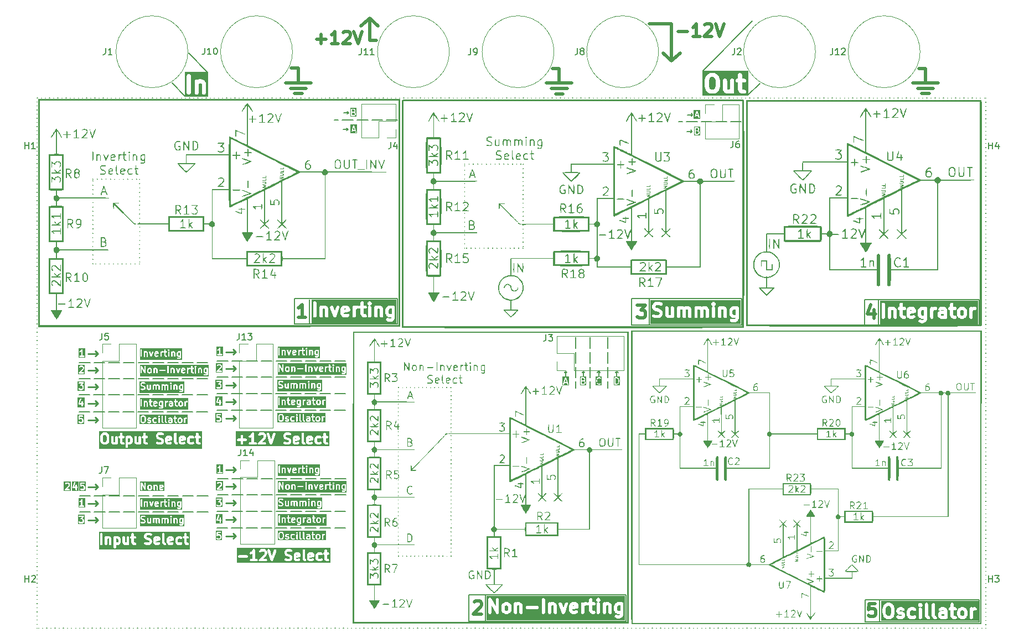
<source format=gbr>
%TF.GenerationSoftware,KiCad,Pcbnew,8.0.7*%
%TF.CreationDate,2024-12-10T19:07:15+08:00*%
%TF.ProjectId,RangkaianOpAmp,52616e67-6b61-4696-916e-4f70416d702e,rev?*%
%TF.SameCoordinates,Original*%
%TF.FileFunction,Legend,Top*%
%TF.FilePolarity,Positive*%
%FSLAX46Y46*%
G04 Gerber Fmt 4.6, Leading zero omitted, Abs format (unit mm)*
G04 Created by KiCad (PCBNEW 8.0.7) date 2024-12-10 19:07:15*
%MOMM*%
%LPD*%
G01*
G04 APERTURE LIST*
%ADD10C,0.476250*%
%ADD11C,0.508000*%
%ADD12C,0.150000*%
%ADD13C,0.635000*%
%ADD14C,0.200000*%
%ADD15C,0.250000*%
%ADD16C,0.500000*%
%ADD17C,0.375000*%
%ADD18C,0.120000*%
%ADD19C,0.000000*%
G04 APERTURE END LIST*
D10*
X187609293Y-43948985D02*
X189060722Y-43948985D01*
X190965721Y-44674699D02*
X189877150Y-44674699D01*
X190421435Y-44674699D02*
X190421435Y-42769699D01*
X190421435Y-42769699D02*
X190240007Y-43041842D01*
X190240007Y-43041842D02*
X190058578Y-43223270D01*
X190058578Y-43223270D02*
X189877150Y-43313985D01*
X191691436Y-42951127D02*
X191782150Y-42860413D01*
X191782150Y-42860413D02*
X191963579Y-42769699D01*
X191963579Y-42769699D02*
X192417150Y-42769699D01*
X192417150Y-42769699D02*
X192598579Y-42860413D01*
X192598579Y-42860413D02*
X192689293Y-42951127D01*
X192689293Y-42951127D02*
X192780007Y-43132556D01*
X192780007Y-43132556D02*
X192780007Y-43313985D01*
X192780007Y-43313985D02*
X192689293Y-43586127D01*
X192689293Y-43586127D02*
X191600721Y-44674699D01*
X191600721Y-44674699D02*
X192780007Y-44674699D01*
X193324293Y-42769699D02*
X193959293Y-44674699D01*
X193959293Y-44674699D02*
X194594293Y-42769699D01*
X132288093Y-45117385D02*
X133739522Y-45117385D01*
X133013807Y-45843099D02*
X133013807Y-44391670D01*
X135644521Y-45843099D02*
X134555950Y-45843099D01*
X135100235Y-45843099D02*
X135100235Y-43938099D01*
X135100235Y-43938099D02*
X134918807Y-44210242D01*
X134918807Y-44210242D02*
X134737378Y-44391670D01*
X134737378Y-44391670D02*
X134555950Y-44482385D01*
X136370236Y-44119527D02*
X136460950Y-44028813D01*
X136460950Y-44028813D02*
X136642379Y-43938099D01*
X136642379Y-43938099D02*
X137095950Y-43938099D01*
X137095950Y-43938099D02*
X137277379Y-44028813D01*
X137277379Y-44028813D02*
X137368093Y-44119527D01*
X137368093Y-44119527D02*
X137458807Y-44300956D01*
X137458807Y-44300956D02*
X137458807Y-44482385D01*
X137458807Y-44482385D02*
X137368093Y-44754527D01*
X137368093Y-44754527D02*
X136279521Y-45843099D01*
X136279521Y-45843099D02*
X137458807Y-45843099D01*
X138003093Y-43938099D02*
X138638093Y-45843099D01*
X138638093Y-45843099D02*
X139273093Y-43938099D01*
D11*
X140423900Y-41910000D02*
X141732000Y-43103800D01*
X140423900Y-41910000D02*
X139115800Y-43103800D01*
X141465300Y-45313600D02*
X140423900Y-45313600D01*
X140423900Y-41910000D02*
X140423900Y-45313600D01*
D12*
X115620800Y-50190400D02*
X112776000Y-47244000D01*
X112166400Y-53822600D02*
X110185200Y-51816000D01*
X191414400Y-49987200D02*
X198932800Y-42316400D01*
X198272400Y-53721000D02*
X200101200Y-51892200D01*
D13*
G36*
X115690220Y-53907816D02*
G01*
X112122124Y-53907816D01*
X112122124Y-50735532D01*
X112439624Y-50735532D01*
X112439624Y-53275532D01*
X112442340Y-53316974D01*
X112463792Y-53397034D01*
X112505234Y-53468814D01*
X112563842Y-53527422D01*
X112635622Y-53568864D01*
X112715682Y-53590316D01*
X112798566Y-53590316D01*
X112878626Y-53568864D01*
X112950406Y-53527422D01*
X113009014Y-53468814D01*
X113050456Y-53397034D01*
X113071908Y-53316974D01*
X113074624Y-53275532D01*
X113074624Y-51582199D01*
X113649148Y-51582199D01*
X113649148Y-53275532D01*
X113651864Y-53316974D01*
X113673316Y-53397034D01*
X113714758Y-53468814D01*
X113773366Y-53527422D01*
X113845146Y-53568864D01*
X113925206Y-53590316D01*
X114008090Y-53590316D01*
X114088150Y-53568864D01*
X114159930Y-53527422D01*
X114218538Y-53468814D01*
X114259980Y-53397034D01*
X114281432Y-53316974D01*
X114284148Y-53275532D01*
X114284148Y-51959853D01*
X114404458Y-51899699D01*
X114617411Y-51899699D01*
X114697616Y-51939801D01*
X114737720Y-52020008D01*
X114737720Y-53275532D01*
X114740436Y-53316974D01*
X114761888Y-53397034D01*
X114803330Y-53468814D01*
X114861938Y-53527422D01*
X114933718Y-53568864D01*
X115013778Y-53590316D01*
X115096662Y-53590316D01*
X115176722Y-53568864D01*
X115248502Y-53527422D01*
X115307110Y-53468814D01*
X115348552Y-53397034D01*
X115370004Y-53316974D01*
X115372720Y-53275532D01*
X115372720Y-51945056D01*
X115371597Y-51927933D01*
X115371921Y-51922548D01*
X115370926Y-51917686D01*
X115370004Y-51903614D01*
X115361721Y-51872703D01*
X115355305Y-51841346D01*
X115349836Y-51828347D01*
X115348552Y-51823554D01*
X115345853Y-51818879D01*
X115339200Y-51803065D01*
X115218247Y-51561160D01*
X115197285Y-51525308D01*
X115184632Y-51511039D01*
X115174124Y-51495124D01*
X115157250Y-51480161D01*
X115142293Y-51463294D01*
X115126381Y-51452788D01*
X115112110Y-51440133D01*
X115076257Y-51419170D01*
X114834353Y-51298218D01*
X114818538Y-51291565D01*
X114813865Y-51288867D01*
X114809071Y-51287582D01*
X114796072Y-51282114D01*
X114764719Y-51275698D01*
X114733805Y-51267415D01*
X114719730Y-51266492D01*
X114714870Y-51265498D01*
X114709485Y-51265821D01*
X114692363Y-51264699D01*
X114329506Y-51264699D01*
X114312391Y-51265820D01*
X114306999Y-51265497D01*
X114302131Y-51266493D01*
X114288064Y-51267415D01*
X114257154Y-51275697D01*
X114225798Y-51282114D01*
X114212799Y-51287582D01*
X114208004Y-51288867D01*
X114203329Y-51291565D01*
X114187516Y-51298218D01*
X114142945Y-51320503D01*
X114088150Y-51288867D01*
X114008090Y-51267415D01*
X113925206Y-51267415D01*
X113845146Y-51288867D01*
X113773366Y-51330309D01*
X113714758Y-51388917D01*
X113673316Y-51460697D01*
X113651864Y-51540757D01*
X113649148Y-51582199D01*
X113074624Y-51582199D01*
X113074624Y-50735532D01*
X113071908Y-50694090D01*
X113050456Y-50614030D01*
X113009014Y-50542250D01*
X112950406Y-50483642D01*
X112878626Y-50442200D01*
X112798566Y-50420748D01*
X112715682Y-50420748D01*
X112635622Y-50442200D01*
X112563842Y-50483642D01*
X112505234Y-50542250D01*
X112463792Y-50614030D01*
X112442340Y-50694090D01*
X112439624Y-50735532D01*
X112122124Y-50735532D01*
X112122124Y-50103248D01*
X115690220Y-50103248D01*
X115690220Y-53907816D01*
G37*
G36*
X193128175Y-50990424D02*
G01*
X193271462Y-51133710D01*
X193361605Y-51494283D01*
X193361605Y-52262780D01*
X193271462Y-52623353D01*
X193128175Y-52766639D01*
X192999391Y-52831032D01*
X192665486Y-52831032D01*
X192536702Y-52766640D01*
X192393415Y-52623353D01*
X192303272Y-52262780D01*
X192303272Y-51494283D01*
X192393415Y-51133710D01*
X192536702Y-50990423D01*
X192665486Y-50926032D01*
X192999391Y-50926032D01*
X193128175Y-50990424D01*
G37*
G36*
X198302817Y-53783532D02*
G01*
X191350772Y-53783532D01*
X191350772Y-51455199D01*
X191668272Y-51455199D01*
X191668272Y-52301865D01*
X191670397Y-52334296D01*
X191670335Y-52338006D01*
X191670813Y-52340641D01*
X191670988Y-52343307D01*
X191671946Y-52346883D01*
X191677752Y-52378870D01*
X191798704Y-52862680D01*
X191811390Y-52902226D01*
X191812695Y-52904577D01*
X191813392Y-52907177D01*
X191832794Y-52940783D01*
X191851619Y-52974693D01*
X191853488Y-52976626D01*
X191854834Y-52978957D01*
X191882218Y-53010181D01*
X192124122Y-53252086D01*
X192155347Y-53279470D01*
X192163632Y-53284253D01*
X192170787Y-53290598D01*
X192206639Y-53311561D01*
X192448544Y-53432513D01*
X192464357Y-53439165D01*
X192469032Y-53441864D01*
X192473827Y-53443148D01*
X192486826Y-53448617D01*
X192518182Y-53455033D01*
X192549092Y-53463316D01*
X192563159Y-53464237D01*
X192568027Y-53465234D01*
X192573419Y-53464910D01*
X192590534Y-53466032D01*
X193074343Y-53466032D01*
X193091457Y-53464910D01*
X193096850Y-53465234D01*
X193101717Y-53464237D01*
X193115785Y-53463316D01*
X193146694Y-53455033D01*
X193178051Y-53448617D01*
X193191049Y-53443148D01*
X193195845Y-53441864D01*
X193200519Y-53439165D01*
X193216333Y-53432513D01*
X193458238Y-53311561D01*
X193494090Y-53290598D01*
X193501245Y-53284253D01*
X193509530Y-53279470D01*
X193540754Y-53252086D01*
X193782659Y-53010182D01*
X193810043Y-52978957D01*
X193811389Y-52976624D01*
X193813258Y-52974692D01*
X193832074Y-52940797D01*
X193851485Y-52907177D01*
X193852181Y-52904577D01*
X193853487Y-52902226D01*
X193866173Y-52862680D01*
X193987125Y-52378870D01*
X193992930Y-52346883D01*
X193993889Y-52343307D01*
X193994063Y-52340641D01*
X193994542Y-52338006D01*
X193994479Y-52334296D01*
X193996605Y-52301865D01*
X193996605Y-51455199D01*
X194450176Y-51455199D01*
X194450176Y-52785675D01*
X194451298Y-52802797D01*
X194450975Y-52808183D01*
X194451969Y-52813043D01*
X194452892Y-52827117D01*
X194461175Y-52858029D01*
X194467591Y-52889384D01*
X194473059Y-52902382D01*
X194474344Y-52907177D01*
X194477043Y-52911852D01*
X194483696Y-52927666D01*
X194604648Y-53169571D01*
X194625611Y-53205423D01*
X194638266Y-53219694D01*
X194648773Y-53235607D01*
X194665641Y-53250565D01*
X194680603Y-53267437D01*
X194696518Y-53277945D01*
X194710787Y-53290598D01*
X194746639Y-53311561D01*
X194988544Y-53432513D01*
X195004357Y-53439165D01*
X195009032Y-53441864D01*
X195013827Y-53443148D01*
X195026826Y-53448617D01*
X195058182Y-53455033D01*
X195089092Y-53463316D01*
X195103159Y-53464237D01*
X195108027Y-53465234D01*
X195113419Y-53464910D01*
X195130534Y-53466032D01*
X195493391Y-53466032D01*
X195510513Y-53464909D01*
X195515898Y-53465233D01*
X195520758Y-53464238D01*
X195534833Y-53463316D01*
X195565747Y-53455032D01*
X195597100Y-53448617D01*
X195610099Y-53443148D01*
X195614893Y-53441864D01*
X195619566Y-53439165D01*
X195635381Y-53432513D01*
X195679950Y-53410228D01*
X195734746Y-53441864D01*
X195814806Y-53463316D01*
X195897690Y-53463316D01*
X195977750Y-53441864D01*
X196049530Y-53400422D01*
X196108138Y-53341814D01*
X196149580Y-53270034D01*
X196171032Y-53189974D01*
X196173748Y-53148532D01*
X196173748Y-51455199D01*
X196171032Y-51413757D01*
X196388130Y-51413757D01*
X196388130Y-51496641D01*
X196409582Y-51576701D01*
X196451024Y-51648481D01*
X196509632Y-51707089D01*
X196581412Y-51748531D01*
X196661472Y-51769983D01*
X196702914Y-51772699D01*
X196748271Y-51772699D01*
X196748271Y-52785675D01*
X196749393Y-52802797D01*
X196749070Y-52808183D01*
X196750064Y-52813043D01*
X196750987Y-52827117D01*
X196759270Y-52858029D01*
X196765686Y-52889384D01*
X196771154Y-52902382D01*
X196772439Y-52907177D01*
X196775138Y-52911852D01*
X196781791Y-52927666D01*
X196902743Y-53169571D01*
X196923706Y-53205423D01*
X196936361Y-53219694D01*
X196946868Y-53235607D01*
X196963736Y-53250565D01*
X196978698Y-53267437D01*
X196994613Y-53277945D01*
X197008882Y-53290598D01*
X197044734Y-53311561D01*
X197286639Y-53432513D01*
X197302452Y-53439165D01*
X197307127Y-53441864D01*
X197311922Y-53443148D01*
X197324921Y-53448617D01*
X197356277Y-53455033D01*
X197387187Y-53463316D01*
X197401254Y-53464237D01*
X197406122Y-53465234D01*
X197411514Y-53464910D01*
X197428629Y-53466032D01*
X197670533Y-53466032D01*
X197711975Y-53463316D01*
X197792035Y-53441864D01*
X197863815Y-53400422D01*
X197922423Y-53341814D01*
X197963865Y-53270034D01*
X197985317Y-53189974D01*
X197985317Y-53107090D01*
X197963865Y-53027030D01*
X197922423Y-52955250D01*
X197863815Y-52896642D01*
X197792035Y-52855200D01*
X197711975Y-52833748D01*
X197670533Y-52831032D01*
X197503581Y-52831032D01*
X197423373Y-52790928D01*
X197383271Y-52710723D01*
X197383271Y-51772699D01*
X197670533Y-51772699D01*
X197711975Y-51769983D01*
X197792035Y-51748531D01*
X197863815Y-51707089D01*
X197922423Y-51648481D01*
X197963865Y-51576701D01*
X197985317Y-51496641D01*
X197985317Y-51413757D01*
X197963865Y-51333697D01*
X197922423Y-51261917D01*
X197863815Y-51203309D01*
X197792035Y-51161867D01*
X197711975Y-51140415D01*
X197670533Y-51137699D01*
X197383271Y-51137699D01*
X197383271Y-50608532D01*
X197380555Y-50567090D01*
X197359103Y-50487030D01*
X197317661Y-50415250D01*
X197259053Y-50356642D01*
X197187273Y-50315200D01*
X197107213Y-50293748D01*
X197024329Y-50293748D01*
X196944269Y-50315200D01*
X196872489Y-50356642D01*
X196813881Y-50415250D01*
X196772439Y-50487030D01*
X196750987Y-50567090D01*
X196748271Y-50608532D01*
X196748271Y-51137699D01*
X196702914Y-51137699D01*
X196661472Y-51140415D01*
X196581412Y-51161867D01*
X196509632Y-51203309D01*
X196451024Y-51261917D01*
X196409582Y-51333697D01*
X196388130Y-51413757D01*
X196171032Y-51413757D01*
X196149580Y-51333697D01*
X196108138Y-51261917D01*
X196049530Y-51203309D01*
X195977750Y-51161867D01*
X195897690Y-51140415D01*
X195814806Y-51140415D01*
X195734746Y-51161867D01*
X195662966Y-51203309D01*
X195604358Y-51261917D01*
X195562916Y-51333697D01*
X195541464Y-51413757D01*
X195538748Y-51455199D01*
X195538748Y-52770877D01*
X195418439Y-52831032D01*
X195205486Y-52831032D01*
X195125278Y-52790928D01*
X195085176Y-52710723D01*
X195085176Y-51455199D01*
X195082460Y-51413757D01*
X195061008Y-51333697D01*
X195019566Y-51261917D01*
X194960958Y-51203309D01*
X194889178Y-51161867D01*
X194809118Y-51140415D01*
X194726234Y-51140415D01*
X194646174Y-51161867D01*
X194574394Y-51203309D01*
X194515786Y-51261917D01*
X194474344Y-51333697D01*
X194452892Y-51413757D01*
X194450176Y-51455199D01*
X193996605Y-51455199D01*
X193994479Y-51422767D01*
X193994542Y-51419058D01*
X193994063Y-51416422D01*
X193993889Y-51413757D01*
X193992930Y-51410180D01*
X193987125Y-51378194D01*
X193866173Y-50894384D01*
X193853487Y-50854838D01*
X193852181Y-50852486D01*
X193851485Y-50849887D01*
X193832074Y-50816266D01*
X193813258Y-50782372D01*
X193811389Y-50780439D01*
X193810043Y-50778107D01*
X193782659Y-50746882D01*
X193540754Y-50504978D01*
X193509530Y-50477594D01*
X193501245Y-50472810D01*
X193494090Y-50466466D01*
X193458238Y-50445503D01*
X193216333Y-50324551D01*
X193200519Y-50317898D01*
X193195845Y-50315200D01*
X193191049Y-50313915D01*
X193178051Y-50308447D01*
X193146694Y-50302030D01*
X193115785Y-50293748D01*
X193101717Y-50292826D01*
X193096850Y-50291830D01*
X193091457Y-50292153D01*
X193074343Y-50291032D01*
X192590534Y-50291032D01*
X192573419Y-50292153D01*
X192568027Y-50291830D01*
X192563159Y-50292826D01*
X192549092Y-50293748D01*
X192518182Y-50302030D01*
X192486826Y-50308447D01*
X192473827Y-50313915D01*
X192469032Y-50315200D01*
X192464357Y-50317898D01*
X192448544Y-50324551D01*
X192206639Y-50445503D01*
X192170787Y-50466466D01*
X192163632Y-50472810D01*
X192155347Y-50477594D01*
X192124122Y-50504978D01*
X191882218Y-50746883D01*
X191854834Y-50778107D01*
X191853488Y-50780437D01*
X191851619Y-50782371D01*
X191832794Y-50816280D01*
X191813392Y-50849887D01*
X191812695Y-50852486D01*
X191811390Y-50854838D01*
X191798704Y-50894384D01*
X191677752Y-51378194D01*
X191671946Y-51410180D01*
X191670988Y-51413757D01*
X191670813Y-51416422D01*
X191670335Y-51419058D01*
X191670397Y-51422767D01*
X191668272Y-51455199D01*
X191350772Y-51455199D01*
X191350772Y-49973532D01*
X198302817Y-49973532D01*
X198302817Y-53783532D01*
G37*
D11*
X128917700Y-53454300D02*
X130060700Y-53454300D01*
X129489200Y-51777900D02*
X129489200Y-49568100D01*
X128282700Y-52641500D02*
X130695700Y-52641500D01*
X128447800Y-49568100D02*
X129489200Y-49568100D01*
X127533400Y-51828700D02*
X131445000Y-51828700D01*
X168376600Y-49593500D02*
X169418000Y-49593500D01*
X168846500Y-53479700D02*
X169989500Y-53479700D01*
X169418000Y-51803300D02*
X169418000Y-49593500D01*
X168211500Y-52666900D02*
X170624500Y-52666900D01*
X167462200Y-51854100D02*
X171373800Y-51854100D01*
X224383600Y-49580800D02*
X225425000Y-49580800D01*
X223469200Y-51841400D02*
X227380800Y-51841400D01*
X224218500Y-52654200D02*
X226631500Y-52654200D01*
X225425000Y-51790600D02*
X225425000Y-49580800D01*
X224853500Y-53467000D02*
X225996500Y-53467000D01*
D12*
X178228666Y-96742020D02*
X178228666Y-95980116D01*
X178419142Y-96170592D02*
X178228666Y-95980116D01*
X178228666Y-95980116D02*
X178038190Y-96170592D01*
X175460066Y-96716620D02*
X175460066Y-95954716D01*
X175650542Y-96145192D02*
X175460066Y-95954716D01*
X175460066Y-95954716D02*
X175269590Y-96145192D01*
G36*
X178299417Y-97077790D02*
G01*
X178373530Y-97151903D01*
X178412023Y-97228890D01*
X178455407Y-97402424D01*
X178455407Y-97526813D01*
X178412023Y-97700347D01*
X178373529Y-97777334D01*
X178299417Y-97851447D01*
X178184904Y-97889619D01*
X178033979Y-97889619D01*
X178033979Y-97039619D01*
X178184904Y-97039619D01*
X178299417Y-97077790D01*
G37*
G36*
X178716518Y-98150730D02*
G01*
X177772868Y-98150730D01*
X177772868Y-96964619D01*
X177883979Y-96964619D01*
X177883979Y-97964619D01*
X177885420Y-97979251D01*
X177896619Y-98006287D01*
X177917311Y-98026979D01*
X177944347Y-98038178D01*
X177958979Y-98039619D01*
X178197074Y-98039619D01*
X178204479Y-98038889D01*
X178206454Y-98039030D01*
X178209051Y-98038439D01*
X178211706Y-98038178D01*
X178213537Y-98037419D01*
X178220791Y-98035770D01*
X178363648Y-97988151D01*
X178377073Y-97982157D01*
X178379108Y-97980391D01*
X178381599Y-97979360D01*
X178392964Y-97970033D01*
X178488203Y-97874793D01*
X178492920Y-97869044D01*
X178494419Y-97867745D01*
X178495840Y-97865486D01*
X178497530Y-97863428D01*
X178498287Y-97861598D01*
X178502251Y-97855302D01*
X178549870Y-97760064D01*
X178550279Y-97758994D01*
X178550602Y-97758559D01*
X178552794Y-97752422D01*
X178555125Y-97746333D01*
X178555163Y-97745792D01*
X178555549Y-97744713D01*
X178603168Y-97554237D01*
X178603543Y-97551700D01*
X178603966Y-97550679D01*
X178604508Y-97545166D01*
X178605318Y-97539693D01*
X178605155Y-97538600D01*
X178605407Y-97536047D01*
X178605407Y-97393190D01*
X178605155Y-97390636D01*
X178605318Y-97389544D01*
X178604508Y-97384070D01*
X178603966Y-97378558D01*
X178603543Y-97377536D01*
X178603168Y-97375000D01*
X178555549Y-97184524D01*
X178555163Y-97183444D01*
X178555125Y-97182904D01*
X178552794Y-97176814D01*
X178550602Y-97170678D01*
X178550279Y-97170242D01*
X178549870Y-97169173D01*
X178502251Y-97073935D01*
X178498288Y-97067640D01*
X178497530Y-97065808D01*
X178495838Y-97063746D01*
X178494419Y-97061492D01*
X178492922Y-97060193D01*
X178488202Y-97054443D01*
X178392964Y-96959205D01*
X178381599Y-96949878D01*
X178379108Y-96948846D01*
X178377073Y-96947081D01*
X178363648Y-96941087D01*
X178220791Y-96893468D01*
X178213537Y-96891818D01*
X178211706Y-96891060D01*
X178209051Y-96890798D01*
X178206454Y-96890208D01*
X178204479Y-96890348D01*
X178197074Y-96889619D01*
X177958979Y-96889619D01*
X177944347Y-96891060D01*
X177917311Y-96902259D01*
X177896619Y-96922951D01*
X177885420Y-96949987D01*
X177883979Y-96964619D01*
X177772868Y-96964619D01*
X177772868Y-96778508D01*
X178716518Y-96778508D01*
X178716518Y-98150730D01*
G37*
G36*
X175946477Y-98150730D02*
G01*
X174956649Y-98150730D01*
X174956649Y-97393190D01*
X175067760Y-97393190D01*
X175067760Y-97536047D01*
X175068011Y-97538600D01*
X175067849Y-97539693D01*
X175068658Y-97545166D01*
X175069201Y-97550679D01*
X175069623Y-97551700D01*
X175069999Y-97554237D01*
X175117618Y-97744713D01*
X175118003Y-97745792D01*
X175118042Y-97746332D01*
X175120369Y-97752413D01*
X175122565Y-97758559D01*
X175122887Y-97758994D01*
X175123297Y-97760064D01*
X175170916Y-97855302D01*
X175174879Y-97861598D01*
X175175637Y-97863428D01*
X175177326Y-97865486D01*
X175178748Y-97867745D01*
X175180246Y-97869044D01*
X175184965Y-97874794D01*
X175280203Y-97970033D01*
X175291568Y-97979361D01*
X175294058Y-97980392D01*
X175296093Y-97982157D01*
X175309519Y-97988151D01*
X175452375Y-98035770D01*
X175459630Y-98037419D01*
X175461461Y-98038178D01*
X175464114Y-98038439D01*
X175466712Y-98039030D01*
X175468686Y-98038889D01*
X175476093Y-98039619D01*
X175571331Y-98039619D01*
X175578736Y-98038889D01*
X175580711Y-98039030D01*
X175583308Y-98038439D01*
X175585963Y-98038178D01*
X175587794Y-98037419D01*
X175595048Y-98035770D01*
X175737905Y-97988151D01*
X175751330Y-97982157D01*
X175753365Y-97980391D01*
X175755856Y-97979360D01*
X175767222Y-97970032D01*
X175814840Y-97922413D01*
X175824168Y-97911047D01*
X175835366Y-97884011D01*
X175835366Y-97854748D01*
X175824167Y-97827712D01*
X175803474Y-97807019D01*
X175776438Y-97795821D01*
X175747175Y-97795821D01*
X175720139Y-97807020D01*
X175708773Y-97816348D01*
X175673674Y-97851447D01*
X175559161Y-97889619D01*
X175488263Y-97889619D01*
X175373750Y-97851448D01*
X175299637Y-97777334D01*
X175261143Y-97700347D01*
X175217760Y-97526813D01*
X175217760Y-97402424D01*
X175261143Y-97228890D01*
X175299637Y-97151903D01*
X175373750Y-97077790D01*
X175488263Y-97039619D01*
X175559161Y-97039619D01*
X175673674Y-97077790D01*
X175708774Y-97112890D01*
X175720139Y-97122217D01*
X175747175Y-97133416D01*
X175776438Y-97133416D01*
X175803474Y-97122217D01*
X175824167Y-97101524D01*
X175835366Y-97074488D01*
X175835366Y-97045225D01*
X175824167Y-97018189D01*
X175814840Y-97006824D01*
X175767221Y-96959205D01*
X175755856Y-96949878D01*
X175753365Y-96948846D01*
X175751330Y-96947081D01*
X175737905Y-96941087D01*
X175595048Y-96893468D01*
X175587794Y-96891818D01*
X175585963Y-96891060D01*
X175583308Y-96890798D01*
X175580711Y-96890208D01*
X175578736Y-96890348D01*
X175571331Y-96889619D01*
X175476093Y-96889619D01*
X175468686Y-96890348D01*
X175466712Y-96890208D01*
X175464114Y-96890798D01*
X175461461Y-96891060D01*
X175459630Y-96891818D01*
X175452375Y-96893468D01*
X175309519Y-96941087D01*
X175296093Y-96947081D01*
X175294058Y-96948845D01*
X175291568Y-96949877D01*
X175280203Y-96959205D01*
X175184965Y-97054443D01*
X175180246Y-97060192D01*
X175178748Y-97061492D01*
X175177326Y-97063751D01*
X175175638Y-97065808D01*
X175174880Y-97067635D01*
X175170916Y-97073935D01*
X175123297Y-97169173D01*
X175122887Y-97170242D01*
X175122565Y-97170678D01*
X175120369Y-97176823D01*
X175118042Y-97182905D01*
X175118003Y-97183444D01*
X175117618Y-97184524D01*
X175069999Y-97375000D01*
X175069623Y-97377536D01*
X175069201Y-97378558D01*
X175068658Y-97384070D01*
X175067849Y-97389544D01*
X175068011Y-97390636D01*
X175067760Y-97393190D01*
X174956649Y-97393190D01*
X174956649Y-96778508D01*
X175946477Y-96778508D01*
X175946477Y-98150730D01*
G37*
G36*
X173238455Y-97553980D02*
G01*
X173264949Y-97580474D01*
X173299207Y-97648990D01*
X173299207Y-97756437D01*
X173264948Y-97824953D01*
X173234541Y-97855361D01*
X173166026Y-97889619D01*
X172877779Y-97889619D01*
X172877779Y-97515809D01*
X173123942Y-97515809D01*
X173238455Y-97553980D01*
G37*
G36*
X173186923Y-97073877D02*
G01*
X173217330Y-97104284D01*
X173251588Y-97172800D01*
X173251588Y-97232628D01*
X173217330Y-97301144D01*
X173186923Y-97331551D01*
X173118407Y-97365809D01*
X172877779Y-97365809D01*
X172877779Y-97039619D01*
X173118407Y-97039619D01*
X173186923Y-97073877D01*
G37*
G36*
X173560318Y-98150730D02*
G01*
X172616668Y-98150730D01*
X172616668Y-96964619D01*
X172727779Y-96964619D01*
X172727779Y-97964619D01*
X172729220Y-97979251D01*
X172740419Y-98006287D01*
X172761111Y-98026979D01*
X172788147Y-98038178D01*
X172802779Y-98039619D01*
X173183731Y-98039619D01*
X173198363Y-98038178D01*
X173200852Y-98037146D01*
X173203540Y-98036956D01*
X173217272Y-98031701D01*
X173312510Y-97984082D01*
X173318809Y-97980117D01*
X173320637Y-97979360D01*
X173322693Y-97977672D01*
X173324953Y-97976250D01*
X173326253Y-97974750D01*
X173332003Y-97970032D01*
X173379621Y-97922413D01*
X173384339Y-97916663D01*
X173385838Y-97915364D01*
X173387259Y-97913105D01*
X173388949Y-97911047D01*
X173389706Y-97909217D01*
X173393670Y-97902921D01*
X173441289Y-97807683D01*
X173446544Y-97793952D01*
X173446735Y-97791262D01*
X173447766Y-97788774D01*
X173449207Y-97774142D01*
X173449207Y-97631285D01*
X173447766Y-97616653D01*
X173446735Y-97614164D01*
X173446544Y-97611475D01*
X173441289Y-97597744D01*
X173393670Y-97502506D01*
X173389705Y-97496206D01*
X173388948Y-97494379D01*
X173387259Y-97492322D01*
X173385838Y-97490063D01*
X173384339Y-97488763D01*
X173379621Y-97483014D01*
X173332002Y-97435395D01*
X173320637Y-97426068D01*
X173318146Y-97425036D01*
X173316111Y-97423271D01*
X173310043Y-97420562D01*
X173332002Y-97398604D01*
X173336720Y-97392854D01*
X173338219Y-97391555D01*
X173339640Y-97389295D01*
X173341329Y-97387239D01*
X173342086Y-97385411D01*
X173346051Y-97379112D01*
X173393670Y-97283874D01*
X173398925Y-97270143D01*
X173399116Y-97267453D01*
X173400147Y-97264965D01*
X173401588Y-97250333D01*
X173401588Y-97155095D01*
X173400147Y-97140463D01*
X173399116Y-97137974D01*
X173398925Y-97135285D01*
X173393670Y-97121554D01*
X173346051Y-97026316D01*
X173342086Y-97020016D01*
X173341329Y-97018189D01*
X173339640Y-97016132D01*
X173338219Y-97013873D01*
X173336720Y-97012573D01*
X173332002Y-97006824D01*
X173284383Y-96959205D01*
X173278633Y-96954486D01*
X173277334Y-96952988D01*
X173275074Y-96951566D01*
X173273018Y-96949878D01*
X173271190Y-96949120D01*
X173264891Y-96945156D01*
X173169653Y-96897537D01*
X173155921Y-96892282D01*
X173153233Y-96892091D01*
X173150744Y-96891060D01*
X173136112Y-96889619D01*
X172802779Y-96889619D01*
X172788147Y-96891060D01*
X172761111Y-96902259D01*
X172740419Y-96922951D01*
X172729220Y-96949987D01*
X172727779Y-96964619D01*
X172616668Y-96964619D01*
X172616668Y-96778508D01*
X173560318Y-96778508D01*
X173560318Y-98150730D01*
G37*
G36*
X170536493Y-97603904D02*
G01*
X170268417Y-97603904D01*
X170402455Y-97201789D01*
X170536493Y-97603904D01*
G37*
G36*
X170921310Y-98150141D02*
G01*
X169883600Y-98150141D01*
X169883600Y-97955239D01*
X169994711Y-97955239D01*
X169996786Y-97984429D01*
X170009872Y-98010602D01*
X170031979Y-98029776D01*
X170059742Y-98039030D01*
X170088932Y-98036955D01*
X170115105Y-98023869D01*
X170134279Y-98001762D01*
X170140273Y-97988336D01*
X170218417Y-97753904D01*
X170586493Y-97753904D01*
X170664637Y-97988336D01*
X170670631Y-98001761D01*
X170689805Y-98023868D01*
X170715978Y-98036955D01*
X170745168Y-98039030D01*
X170772930Y-98029776D01*
X170795038Y-98010602D01*
X170808124Y-97984428D01*
X170810199Y-97955238D01*
X170806939Y-97940902D01*
X170473606Y-96940902D01*
X170467612Y-96927476D01*
X170464100Y-96923427D01*
X170461705Y-96918636D01*
X170454601Y-96912474D01*
X170448438Y-96905369D01*
X170443644Y-96902972D01*
X170439597Y-96899462D01*
X170430675Y-96896488D01*
X170422265Y-96892283D01*
X170416920Y-96891903D01*
X170411835Y-96890208D01*
X170402455Y-96890874D01*
X170393075Y-96890208D01*
X170387989Y-96891903D01*
X170382645Y-96892283D01*
X170374237Y-96896487D01*
X170365312Y-96899462D01*
X170361261Y-96902975D01*
X170356472Y-96905370D01*
X170350313Y-96912470D01*
X170343205Y-96918636D01*
X170340808Y-96923429D01*
X170337298Y-96927477D01*
X170331304Y-96940902D01*
X169997971Y-97940902D01*
X169994711Y-97955239D01*
X169883600Y-97955239D01*
X169883600Y-96779097D01*
X170921310Y-96779097D01*
X170921310Y-98150141D01*
G37*
X173097866Y-96742020D02*
X173097866Y-95980116D01*
X173288342Y-96170592D02*
X173097866Y-95980116D01*
X173097866Y-95980116D02*
X172907390Y-96170592D01*
X170405466Y-96767420D02*
X170405466Y-96005516D01*
X170595942Y-96195992D02*
X170405466Y-96005516D01*
X170405466Y-96005516D02*
X170214990Y-96195992D01*
X176834800Y-90805000D02*
X176834800Y-92455000D01*
X176834800Y-93055000D02*
X176834800Y-94705000D01*
X176834800Y-95305000D02*
X176834800Y-96955000D01*
X176834800Y-97555000D02*
X176834800Y-98577400D01*
X174142400Y-90805000D02*
X174142400Y-92455000D01*
X174142400Y-93055000D02*
X174142400Y-94705000D01*
X174142400Y-95305000D02*
X174142400Y-96955000D01*
X174142400Y-97555000D02*
X174142400Y-98577400D01*
X171907200Y-90805000D02*
X171907200Y-92455000D01*
X171907200Y-93055000D02*
X171907200Y-94705000D01*
X171907200Y-95305000D02*
X171907200Y-96955000D01*
X171907200Y-97555000D02*
X171907200Y-98577400D01*
X197281800Y-57742050D02*
X195631800Y-57742050D01*
X195031800Y-57742050D02*
X193381800Y-57742050D01*
X192781800Y-57742050D02*
X191131800Y-57742050D01*
X190531800Y-57742050D02*
X188881800Y-57742050D01*
X188281800Y-57742050D02*
X187680600Y-57742050D01*
X189058779Y-56697516D02*
X189820684Y-56697516D01*
X189630207Y-56887992D02*
X189820684Y-56697516D01*
X189820684Y-56697516D02*
X189630207Y-56507040D01*
X188982579Y-59237516D02*
X189744484Y-59237516D01*
X189554007Y-59427992D02*
X189744484Y-59237516D01*
X189744484Y-59237516D02*
X189554007Y-59047040D01*
G36*
X190667626Y-59250780D02*
G01*
X190694120Y-59277274D01*
X190728378Y-59345790D01*
X190728378Y-59453237D01*
X190694119Y-59521753D01*
X190663712Y-59552161D01*
X190595197Y-59586419D01*
X190306950Y-59586419D01*
X190306950Y-59212609D01*
X190553113Y-59212609D01*
X190667626Y-59250780D01*
G37*
G36*
X190616094Y-58770677D02*
G01*
X190646501Y-58801084D01*
X190680759Y-58869600D01*
X190680759Y-58929428D01*
X190646501Y-58997944D01*
X190616094Y-59028351D01*
X190547578Y-59062609D01*
X190306950Y-59062609D01*
X190306950Y-58736419D01*
X190547578Y-58736419D01*
X190616094Y-58770677D01*
G37*
G36*
X190989489Y-59847530D02*
G01*
X190045839Y-59847530D01*
X190045839Y-58661419D01*
X190156950Y-58661419D01*
X190156950Y-59661419D01*
X190158391Y-59676051D01*
X190169590Y-59703087D01*
X190190282Y-59723779D01*
X190217318Y-59734978D01*
X190231950Y-59736419D01*
X190612902Y-59736419D01*
X190627534Y-59734978D01*
X190630023Y-59733946D01*
X190632711Y-59733756D01*
X190646443Y-59728501D01*
X190741681Y-59680882D01*
X190747980Y-59676917D01*
X190749808Y-59676160D01*
X190751864Y-59674472D01*
X190754124Y-59673050D01*
X190755424Y-59671550D01*
X190761174Y-59666832D01*
X190808792Y-59619213D01*
X190813510Y-59613463D01*
X190815009Y-59612164D01*
X190816430Y-59609905D01*
X190818120Y-59607847D01*
X190818877Y-59606017D01*
X190822841Y-59599721D01*
X190870460Y-59504483D01*
X190875715Y-59490752D01*
X190875906Y-59488062D01*
X190876937Y-59485574D01*
X190878378Y-59470942D01*
X190878378Y-59328085D01*
X190876937Y-59313453D01*
X190875906Y-59310964D01*
X190875715Y-59308275D01*
X190870460Y-59294544D01*
X190822841Y-59199306D01*
X190818876Y-59193006D01*
X190818119Y-59191179D01*
X190816430Y-59189122D01*
X190815009Y-59186863D01*
X190813510Y-59185563D01*
X190808792Y-59179814D01*
X190761173Y-59132195D01*
X190749808Y-59122868D01*
X190747317Y-59121836D01*
X190745282Y-59120071D01*
X190739214Y-59117362D01*
X190761173Y-59095404D01*
X190765891Y-59089654D01*
X190767390Y-59088355D01*
X190768811Y-59086095D01*
X190770500Y-59084039D01*
X190771257Y-59082211D01*
X190775222Y-59075912D01*
X190822841Y-58980674D01*
X190828096Y-58966943D01*
X190828287Y-58964253D01*
X190829318Y-58961765D01*
X190830759Y-58947133D01*
X190830759Y-58851895D01*
X190829318Y-58837263D01*
X190828287Y-58834774D01*
X190828096Y-58832085D01*
X190822841Y-58818354D01*
X190775222Y-58723116D01*
X190771257Y-58716816D01*
X190770500Y-58714989D01*
X190768811Y-58712932D01*
X190767390Y-58710673D01*
X190765891Y-58709373D01*
X190761173Y-58703624D01*
X190713554Y-58656005D01*
X190707804Y-58651286D01*
X190706505Y-58649788D01*
X190704245Y-58648366D01*
X190702189Y-58646678D01*
X190700361Y-58645920D01*
X190694062Y-58641956D01*
X190598824Y-58594337D01*
X190585092Y-58589082D01*
X190582404Y-58588891D01*
X190579915Y-58587860D01*
X190565283Y-58586419D01*
X190231950Y-58586419D01*
X190217318Y-58587860D01*
X190190282Y-58599059D01*
X190169590Y-58619751D01*
X190158391Y-58646787D01*
X190156950Y-58661419D01*
X190045839Y-58661419D01*
X190045839Y-58475308D01*
X190989489Y-58475308D01*
X190989489Y-59847530D01*
G37*
G36*
X190627893Y-56760704D02*
G01*
X190359817Y-56760704D01*
X190493855Y-56358589D01*
X190627893Y-56760704D01*
G37*
G36*
X191012710Y-57306941D02*
G01*
X189975000Y-57306941D01*
X189975000Y-57112039D01*
X190086111Y-57112039D01*
X190088186Y-57141229D01*
X190101272Y-57167402D01*
X190123379Y-57186576D01*
X190151142Y-57195830D01*
X190180332Y-57193755D01*
X190206505Y-57180669D01*
X190225679Y-57158562D01*
X190231673Y-57145136D01*
X190309817Y-56910704D01*
X190677893Y-56910704D01*
X190756037Y-57145136D01*
X190762031Y-57158561D01*
X190781205Y-57180668D01*
X190807378Y-57193755D01*
X190836568Y-57195830D01*
X190864330Y-57186576D01*
X190886438Y-57167402D01*
X190899524Y-57141228D01*
X190901599Y-57112038D01*
X190898339Y-57097702D01*
X190565006Y-56097702D01*
X190559012Y-56084276D01*
X190555500Y-56080227D01*
X190553105Y-56075436D01*
X190546001Y-56069274D01*
X190539838Y-56062169D01*
X190535044Y-56059772D01*
X190530997Y-56056262D01*
X190522075Y-56053288D01*
X190513665Y-56049083D01*
X190508320Y-56048703D01*
X190503235Y-56047008D01*
X190493855Y-56047674D01*
X190484475Y-56047008D01*
X190479389Y-56048703D01*
X190474045Y-56049083D01*
X190465637Y-56053287D01*
X190456712Y-56056262D01*
X190452661Y-56059775D01*
X190447872Y-56062170D01*
X190441713Y-56069270D01*
X190434605Y-56075436D01*
X190432208Y-56080229D01*
X190428698Y-56084277D01*
X190422704Y-56097702D01*
X190089371Y-57097702D01*
X190086111Y-57112039D01*
X189975000Y-57112039D01*
X189975000Y-55935897D01*
X191012710Y-55935897D01*
X191012710Y-57306941D01*
G37*
X136341079Y-58950266D02*
X137102984Y-58950266D01*
X136912507Y-59140742D02*
X137102984Y-58950266D01*
X137102984Y-58950266D02*
X136912507Y-58759790D01*
X136417279Y-56410266D02*
X137179184Y-56410266D01*
X136988707Y-56600742D02*
X137179184Y-56410266D01*
X137179184Y-56410266D02*
X136988707Y-56219790D01*
X144640300Y-57454800D02*
X142990300Y-57454800D01*
X142390300Y-57454800D02*
X140740300Y-57454800D01*
X140140300Y-57454800D02*
X138490300Y-57454800D01*
X137890300Y-57454800D02*
X136240300Y-57454800D01*
X135640300Y-57454800D02*
X135039100Y-57454800D01*
G36*
X138097555Y-56423530D02*
G01*
X138124049Y-56450024D01*
X138158307Y-56518540D01*
X138158307Y-56625987D01*
X138124048Y-56694503D01*
X138093641Y-56724911D01*
X138025126Y-56759169D01*
X137736879Y-56759169D01*
X137736879Y-56385359D01*
X137983042Y-56385359D01*
X138097555Y-56423530D01*
G37*
G36*
X138046023Y-55943427D02*
G01*
X138076430Y-55973834D01*
X138110688Y-56042350D01*
X138110688Y-56102178D01*
X138076430Y-56170694D01*
X138046023Y-56201101D01*
X137977507Y-56235359D01*
X137736879Y-56235359D01*
X137736879Y-55909169D01*
X137977507Y-55909169D01*
X138046023Y-55943427D01*
G37*
G36*
X138419418Y-57020280D02*
G01*
X137475768Y-57020280D01*
X137475768Y-55834169D01*
X137586879Y-55834169D01*
X137586879Y-56834169D01*
X137588320Y-56848801D01*
X137599519Y-56875837D01*
X137620211Y-56896529D01*
X137647247Y-56907728D01*
X137661879Y-56909169D01*
X138042831Y-56909169D01*
X138057463Y-56907728D01*
X138059952Y-56906696D01*
X138062640Y-56906506D01*
X138076372Y-56901251D01*
X138171610Y-56853632D01*
X138177909Y-56849667D01*
X138179737Y-56848910D01*
X138181793Y-56847222D01*
X138184053Y-56845800D01*
X138185353Y-56844300D01*
X138191103Y-56839582D01*
X138238721Y-56791963D01*
X138243439Y-56786213D01*
X138244938Y-56784914D01*
X138246359Y-56782655D01*
X138248049Y-56780597D01*
X138248806Y-56778767D01*
X138252770Y-56772471D01*
X138300389Y-56677233D01*
X138305644Y-56663502D01*
X138305835Y-56660812D01*
X138306866Y-56658324D01*
X138308307Y-56643692D01*
X138308307Y-56500835D01*
X138306866Y-56486203D01*
X138305835Y-56483714D01*
X138305644Y-56481025D01*
X138300389Y-56467294D01*
X138252770Y-56372056D01*
X138248805Y-56365756D01*
X138248048Y-56363929D01*
X138246359Y-56361872D01*
X138244938Y-56359613D01*
X138243439Y-56358313D01*
X138238721Y-56352564D01*
X138191102Y-56304945D01*
X138179737Y-56295618D01*
X138177246Y-56294586D01*
X138175211Y-56292821D01*
X138169143Y-56290112D01*
X138191102Y-56268154D01*
X138195820Y-56262404D01*
X138197319Y-56261105D01*
X138198740Y-56258845D01*
X138200429Y-56256789D01*
X138201186Y-56254961D01*
X138205151Y-56248662D01*
X138252770Y-56153424D01*
X138258025Y-56139693D01*
X138258216Y-56137003D01*
X138259247Y-56134515D01*
X138260688Y-56119883D01*
X138260688Y-56024645D01*
X138259247Y-56010013D01*
X138258216Y-56007524D01*
X138258025Y-56004835D01*
X138252770Y-55991104D01*
X138205151Y-55895866D01*
X138201186Y-55889566D01*
X138200429Y-55887739D01*
X138198740Y-55885682D01*
X138197319Y-55883423D01*
X138195820Y-55882123D01*
X138191102Y-55876374D01*
X138143483Y-55828755D01*
X138137733Y-55824036D01*
X138136434Y-55822538D01*
X138134174Y-55821116D01*
X138132118Y-55819428D01*
X138130290Y-55818670D01*
X138123991Y-55814706D01*
X138028753Y-55767087D01*
X138015021Y-55761832D01*
X138012333Y-55761641D01*
X138009844Y-55760610D01*
X137995212Y-55759169D01*
X137661879Y-55759169D01*
X137647247Y-55760610D01*
X137620211Y-55771809D01*
X137599519Y-55792501D01*
X137588320Y-55819537D01*
X137586879Y-55834169D01*
X137475768Y-55834169D01*
X137475768Y-55648058D01*
X138419418Y-55648058D01*
X138419418Y-57020280D01*
G37*
G36*
X138138793Y-59013454D02*
G01*
X137870717Y-59013454D01*
X138004755Y-58611339D01*
X138138793Y-59013454D01*
G37*
G36*
X138523610Y-59559691D02*
G01*
X137485900Y-59559691D01*
X137485900Y-59364789D01*
X137597011Y-59364789D01*
X137599086Y-59393979D01*
X137612172Y-59420152D01*
X137634279Y-59439326D01*
X137662042Y-59448580D01*
X137691232Y-59446505D01*
X137717405Y-59433419D01*
X137736579Y-59411312D01*
X137742573Y-59397886D01*
X137820717Y-59163454D01*
X138188793Y-59163454D01*
X138266937Y-59397886D01*
X138272931Y-59411311D01*
X138292105Y-59433418D01*
X138318278Y-59446505D01*
X138347468Y-59448580D01*
X138375230Y-59439326D01*
X138397338Y-59420152D01*
X138410424Y-59393978D01*
X138412499Y-59364788D01*
X138409239Y-59350452D01*
X138075906Y-58350452D01*
X138069912Y-58337026D01*
X138066400Y-58332977D01*
X138064005Y-58328186D01*
X138056901Y-58322024D01*
X138050738Y-58314919D01*
X138045944Y-58312522D01*
X138041897Y-58309012D01*
X138032975Y-58306038D01*
X138024565Y-58301833D01*
X138019220Y-58301453D01*
X138014135Y-58299758D01*
X138004755Y-58300424D01*
X137995375Y-58299758D01*
X137990289Y-58301453D01*
X137984945Y-58301833D01*
X137976537Y-58306037D01*
X137967612Y-58309012D01*
X137963561Y-58312525D01*
X137958772Y-58314920D01*
X137952613Y-58322020D01*
X137945505Y-58328186D01*
X137943108Y-58332979D01*
X137939598Y-58337027D01*
X137933604Y-58350452D01*
X137600271Y-59350452D01*
X137597011Y-59364789D01*
X137485900Y-59364789D01*
X137485900Y-58188647D01*
X138523610Y-58188647D01*
X138523610Y-59559691D01*
G37*
X89560400Y-54102000D02*
X89590400Y-54102000D01*
X90190400Y-54102000D02*
X90220400Y-54102000D01*
X90820400Y-54102000D02*
X90850400Y-54102000D01*
X91450400Y-54102000D02*
X91480400Y-54102000D01*
X92080400Y-54102000D02*
X92110400Y-54102000D01*
X92710400Y-54102000D02*
X92740400Y-54102000D01*
X93340400Y-54102000D02*
X93370400Y-54102000D01*
X93970400Y-54102000D02*
X94000400Y-54102000D01*
X94600400Y-54102000D02*
X94630400Y-54102000D01*
X95230400Y-54102000D02*
X95260400Y-54102000D01*
X95860400Y-54102000D02*
X95890400Y-54102000D01*
X96490400Y-54102000D02*
X96520400Y-54102000D01*
X97120400Y-54102000D02*
X97150400Y-54102000D01*
X97750400Y-54102000D02*
X97780400Y-54102000D01*
X98380400Y-54102000D02*
X98410400Y-54102000D01*
X99010400Y-54102000D02*
X99040400Y-54102000D01*
X99640400Y-54102000D02*
X99670400Y-54102000D01*
X100270400Y-54102000D02*
X100300400Y-54102000D01*
X100900400Y-54102000D02*
X100930400Y-54102000D01*
X101530400Y-54102000D02*
X101560400Y-54102000D01*
X102160400Y-54102000D02*
X102190400Y-54102000D01*
X102790400Y-54102000D02*
X102820400Y-54102000D01*
X103420400Y-54102000D02*
X103450400Y-54102000D01*
X104050400Y-54102000D02*
X104080400Y-54102000D01*
X104680400Y-54102000D02*
X104710400Y-54102000D01*
X105310400Y-54102000D02*
X105340400Y-54102000D01*
X105940400Y-54102000D02*
X105970400Y-54102000D01*
X106570400Y-54102000D02*
X106600400Y-54102000D01*
X107200400Y-54102000D02*
X107230400Y-54102000D01*
X107830400Y-54102000D02*
X107860400Y-54102000D01*
X108460400Y-54102000D02*
X108490400Y-54102000D01*
X109090400Y-54102000D02*
X109120400Y-54102000D01*
X109720400Y-54102000D02*
X109750400Y-54102000D01*
X110350400Y-54102000D02*
X110380400Y-54102000D01*
X110980400Y-54102000D02*
X111010400Y-54102000D01*
X111610400Y-54102000D02*
X111640400Y-54102000D01*
X112240400Y-54102000D02*
X112270400Y-54102000D01*
X112870400Y-54102000D02*
X112900400Y-54102000D01*
X113500400Y-54102000D02*
X113530400Y-54102000D01*
X114130400Y-54102000D02*
X114160400Y-54102000D01*
X114760400Y-54102000D02*
X114790400Y-54102000D01*
X115390400Y-54102000D02*
X115420400Y-54102000D01*
X116020400Y-54102000D02*
X116050400Y-54102000D01*
X116650400Y-54102000D02*
X116680400Y-54102000D01*
X117280400Y-54102000D02*
X117310400Y-54102000D01*
X117910400Y-54102000D02*
X117940400Y-54102000D01*
X118540400Y-54102000D02*
X118570400Y-54102000D01*
X119170400Y-54102000D02*
X119200400Y-54102000D01*
X119800400Y-54102000D02*
X119830400Y-54102000D01*
X120430400Y-54102000D02*
X120460400Y-54102000D01*
X121060400Y-54102000D02*
X121090400Y-54102000D01*
X121690400Y-54102000D02*
X121720400Y-54102000D01*
X122320400Y-54102000D02*
X122350400Y-54102000D01*
X122950400Y-54102000D02*
X122980400Y-54102000D01*
X123580400Y-54102000D02*
X123610400Y-54102000D01*
X124210400Y-54102000D02*
X124240400Y-54102000D01*
X124840400Y-54102000D02*
X124870400Y-54102000D01*
X125470400Y-54102000D02*
X125500400Y-54102000D01*
X126100400Y-54102000D02*
X126130400Y-54102000D01*
X126730400Y-54102000D02*
X126760400Y-54102000D01*
X127360400Y-54102000D02*
X127390400Y-54102000D01*
X127990400Y-54102000D02*
X128020400Y-54102000D01*
X128620400Y-54102000D02*
X128650400Y-54102000D01*
X129250400Y-54102000D02*
X129280400Y-54102000D01*
X129880400Y-54102000D02*
X129910400Y-54102000D01*
X130510400Y-54102000D02*
X130540400Y-54102000D01*
X131140400Y-54102000D02*
X131170400Y-54102000D01*
X131770400Y-54102000D02*
X131800400Y-54102000D01*
X132400400Y-54102000D02*
X132430400Y-54102000D01*
X133030400Y-54102000D02*
X133060400Y-54102000D01*
X133660400Y-54102000D02*
X133690400Y-54102000D01*
X134290400Y-54102000D02*
X134320400Y-54102000D01*
X134920400Y-54102000D02*
X134950400Y-54102000D01*
X135550400Y-54102000D02*
X135580400Y-54102000D01*
X136180400Y-54102000D02*
X136210400Y-54102000D01*
X136810400Y-54102000D02*
X136840400Y-54102000D01*
X137440400Y-54102000D02*
X137470400Y-54102000D01*
X138070400Y-54102000D02*
X138100400Y-54102000D01*
X138700400Y-54102000D02*
X138730400Y-54102000D01*
X139330400Y-54102000D02*
X139360400Y-54102000D01*
X139960400Y-54102000D02*
X139990400Y-54102000D01*
X140590400Y-54102000D02*
X140620400Y-54102000D01*
X141220400Y-54102000D02*
X141250400Y-54102000D01*
X141850400Y-54102000D02*
X141880400Y-54102000D01*
X142480400Y-54102000D02*
X142510400Y-54102000D01*
X143110400Y-54102000D02*
X143140400Y-54102000D01*
X143740400Y-54102000D02*
X143770400Y-54102000D01*
X144370400Y-54102000D02*
X144400400Y-54102000D01*
X145000400Y-54102000D02*
X145030400Y-54102000D01*
X145630400Y-54102000D02*
X145660400Y-54102000D01*
X146260400Y-54102000D02*
X146290400Y-54102000D01*
X146890400Y-54102000D02*
X146920400Y-54102000D01*
X147520400Y-54102000D02*
X147550400Y-54102000D01*
X148150400Y-54102000D02*
X148180400Y-54102000D01*
X148780400Y-54102000D02*
X148810400Y-54102000D01*
X149410400Y-54102000D02*
X149440400Y-54102000D01*
X150040400Y-54102000D02*
X150070400Y-54102000D01*
X150670400Y-54102000D02*
X150700400Y-54102000D01*
X151300400Y-54102000D02*
X151330400Y-54102000D01*
X151930400Y-54102000D02*
X151960400Y-54102000D01*
X152560400Y-54102000D02*
X152590400Y-54102000D01*
X153190400Y-54102000D02*
X153220400Y-54102000D01*
X153820400Y-54102000D02*
X153850400Y-54102000D01*
X154450400Y-54102000D02*
X154480400Y-54102000D01*
X155080400Y-54102000D02*
X155110400Y-54102000D01*
X155710400Y-54102000D02*
X155740400Y-54102000D01*
X156340400Y-54102000D02*
X156370400Y-54102000D01*
X156970400Y-54102000D02*
X157000400Y-54102000D01*
X157600400Y-54102000D02*
X157630400Y-54102000D01*
X158230400Y-54102000D02*
X158260400Y-54102000D01*
X158860400Y-54102000D02*
X158890400Y-54102000D01*
X159490400Y-54102000D02*
X159520400Y-54102000D01*
X160120400Y-54102000D02*
X160150400Y-54102000D01*
X160750400Y-54102000D02*
X160780400Y-54102000D01*
X161380400Y-54102000D02*
X161410400Y-54102000D01*
X162010400Y-54102000D02*
X162040400Y-54102000D01*
X162640400Y-54102000D02*
X162670400Y-54102000D01*
X163270400Y-54102000D02*
X163300400Y-54102000D01*
X163900400Y-54102000D02*
X163930400Y-54102000D01*
X164530400Y-54102000D02*
X164560400Y-54102000D01*
X165160400Y-54102000D02*
X165190400Y-54102000D01*
X165790400Y-54102000D02*
X165820400Y-54102000D01*
X166420400Y-54102000D02*
X166450400Y-54102000D01*
X167050400Y-54102000D02*
X167080400Y-54102000D01*
X167680400Y-54102000D02*
X167710400Y-54102000D01*
X168310400Y-54102000D02*
X168340400Y-54102000D01*
X168940400Y-54102000D02*
X168970400Y-54102000D01*
X169570400Y-54102000D02*
X169600400Y-54102000D01*
X170200400Y-54102000D02*
X170230400Y-54102000D01*
X170830400Y-54102000D02*
X170860400Y-54102000D01*
X171460400Y-54102000D02*
X171490400Y-54102000D01*
X172090400Y-54102000D02*
X172120400Y-54102000D01*
X172720400Y-54102000D02*
X172750400Y-54102000D01*
X173350400Y-54102000D02*
X173380400Y-54102000D01*
X173980400Y-54102000D02*
X174010400Y-54102000D01*
X174610400Y-54102000D02*
X174640400Y-54102000D01*
X175240400Y-54102000D02*
X175270400Y-54102000D01*
X175870400Y-54102000D02*
X175900400Y-54102000D01*
X176500400Y-54102000D02*
X176530400Y-54102000D01*
X177130400Y-54102000D02*
X177160400Y-54102000D01*
X177760400Y-54102000D02*
X177790400Y-54102000D01*
X178390400Y-54102000D02*
X178420400Y-54102000D01*
X179020400Y-54102000D02*
X179050400Y-54102000D01*
X179650400Y-54102000D02*
X179680400Y-54102000D01*
X180280400Y-54102000D02*
X180310400Y-54102000D01*
X180910400Y-54102000D02*
X180940400Y-54102000D01*
X181540400Y-54102000D02*
X181570400Y-54102000D01*
X182170400Y-54102000D02*
X182200400Y-54102000D01*
X182800400Y-54102000D02*
X182830400Y-54102000D01*
X183430400Y-54102000D02*
X183460400Y-54102000D01*
X184060400Y-54102000D02*
X184090400Y-54102000D01*
X184690400Y-54102000D02*
X184720400Y-54102000D01*
X185320400Y-54102000D02*
X185350400Y-54102000D01*
X185950400Y-54102000D02*
X185980400Y-54102000D01*
X186580400Y-54102000D02*
X186610400Y-54102000D01*
X187210400Y-54102000D02*
X187240400Y-54102000D01*
X187840400Y-54102000D02*
X187870400Y-54102000D01*
X188470400Y-54102000D02*
X188500400Y-54102000D01*
X189100400Y-54102000D02*
X189130400Y-54102000D01*
X189730400Y-54102000D02*
X189760400Y-54102000D01*
X190360400Y-54102000D02*
X190390400Y-54102000D01*
X190990400Y-54102000D02*
X191020400Y-54102000D01*
X191620400Y-54102000D02*
X191650400Y-54102000D01*
X192250400Y-54102000D02*
X192280400Y-54102000D01*
X192880400Y-54102000D02*
X192910400Y-54102000D01*
X193510400Y-54102000D02*
X193540400Y-54102000D01*
X194140400Y-54102000D02*
X194170400Y-54102000D01*
X194770400Y-54102000D02*
X194800400Y-54102000D01*
X195400400Y-54102000D02*
X195430400Y-54102000D01*
X196030400Y-54102000D02*
X196060400Y-54102000D01*
X196660400Y-54102000D02*
X196690400Y-54102000D01*
X197290400Y-54102000D02*
X197320400Y-54102000D01*
X197920400Y-54102000D02*
X197950400Y-54102000D01*
X198550400Y-54102000D02*
X198580400Y-54102000D01*
X199180400Y-54102000D02*
X199210400Y-54102000D01*
X199810400Y-54102000D02*
X199840400Y-54102000D01*
X200440400Y-54102000D02*
X200470400Y-54102000D01*
X201070400Y-54102000D02*
X201100400Y-54102000D01*
X201700400Y-54102000D02*
X201730400Y-54102000D01*
X202330400Y-54102000D02*
X202360400Y-54102000D01*
X202960400Y-54102000D02*
X202990400Y-54102000D01*
X203590400Y-54102000D02*
X203620400Y-54102000D01*
X204220400Y-54102000D02*
X204250400Y-54102000D01*
X204850400Y-54102000D02*
X204880400Y-54102000D01*
X205480400Y-54102000D02*
X205510400Y-54102000D01*
X206110400Y-54102000D02*
X206140400Y-54102000D01*
X206740400Y-54102000D02*
X206770400Y-54102000D01*
X207370400Y-54102000D02*
X207400400Y-54102000D01*
X208000400Y-54102000D02*
X208030400Y-54102000D01*
X208630400Y-54102000D02*
X208660400Y-54102000D01*
X209260400Y-54102000D02*
X209290400Y-54102000D01*
X209890400Y-54102000D02*
X209920400Y-54102000D01*
X210520400Y-54102000D02*
X210550400Y-54102000D01*
X211150400Y-54102000D02*
X211180400Y-54102000D01*
X211780400Y-54102000D02*
X211810400Y-54102000D01*
X212410400Y-54102000D02*
X212440400Y-54102000D01*
X213040400Y-54102000D02*
X213070400Y-54102000D01*
X213670400Y-54102000D02*
X213700400Y-54102000D01*
X214300400Y-54102000D02*
X214330400Y-54102000D01*
X214930400Y-54102000D02*
X214960400Y-54102000D01*
X215560400Y-54102000D02*
X215590400Y-54102000D01*
X216190400Y-54102000D02*
X216220400Y-54102000D01*
X216820400Y-54102000D02*
X216850400Y-54102000D01*
X217450400Y-54102000D02*
X217480400Y-54102000D01*
X218080400Y-54102000D02*
X218110400Y-54102000D01*
X218710400Y-54102000D02*
X218740400Y-54102000D01*
X219340400Y-54102000D02*
X219370400Y-54102000D01*
X219970400Y-54102000D02*
X220000400Y-54102000D01*
X220600400Y-54102000D02*
X220630400Y-54102000D01*
X221230400Y-54102000D02*
X221260400Y-54102000D01*
X221860400Y-54102000D02*
X221890400Y-54102000D01*
X222490400Y-54102000D02*
X222520400Y-54102000D01*
X223120400Y-54102000D02*
X223150400Y-54102000D01*
X223750400Y-54102000D02*
X223780400Y-54102000D01*
X224380400Y-54102000D02*
X224410400Y-54102000D01*
X225010400Y-54102000D02*
X225040400Y-54102000D01*
X225640400Y-54102000D02*
X225670400Y-54102000D01*
X226270400Y-54102000D02*
X226300400Y-54102000D01*
X226900400Y-54102000D02*
X226930400Y-54102000D01*
X227530400Y-54102000D02*
X227560400Y-54102000D01*
X228160400Y-54102000D02*
X228190400Y-54102000D01*
X228790400Y-54102000D02*
X228820400Y-54102000D01*
X229420400Y-54102000D02*
X229450400Y-54102000D01*
X230050400Y-54102000D02*
X230080400Y-54102000D01*
X230680400Y-54102000D02*
X230710400Y-54102000D01*
X231310400Y-54102000D02*
X231340400Y-54102000D01*
X231940400Y-54102000D02*
X231970400Y-54102000D01*
X232570400Y-54102000D02*
X232600400Y-54102000D01*
X233200400Y-54102000D02*
X233230400Y-54102000D01*
X233830400Y-54102000D02*
X233860400Y-54102000D01*
X234460400Y-54102000D02*
X234490400Y-54102000D01*
X234696000Y-54102000D02*
X234696000Y-54132000D01*
X234696000Y-54732000D02*
X234696000Y-54762000D01*
X234696000Y-55362000D02*
X234696000Y-55392000D01*
X234696000Y-55992000D02*
X234696000Y-56022000D01*
X234696000Y-56622000D02*
X234696000Y-56652000D01*
X234696000Y-57252000D02*
X234696000Y-57282000D01*
X234696000Y-57882000D02*
X234696000Y-57912000D01*
X234696000Y-58512000D02*
X234696000Y-58542000D01*
X234696000Y-59142000D02*
X234696000Y-59172000D01*
X234696000Y-59772000D02*
X234696000Y-59802000D01*
X234696000Y-60402000D02*
X234696000Y-60432000D01*
X234696000Y-61032000D02*
X234696000Y-61062000D01*
X234696000Y-61662000D02*
X234696000Y-61692000D01*
X234696000Y-62292000D02*
X234696000Y-62322000D01*
X234696000Y-62922000D02*
X234696000Y-62952000D01*
X234696000Y-63552000D02*
X234696000Y-63582000D01*
X234696000Y-64182000D02*
X234696000Y-64212000D01*
X234696000Y-64812000D02*
X234696000Y-64842000D01*
X234696000Y-65442000D02*
X234696000Y-65472000D01*
X234696000Y-66072000D02*
X234696000Y-66102000D01*
X234696000Y-66702000D02*
X234696000Y-66732000D01*
X234696000Y-67332000D02*
X234696000Y-67362000D01*
X234696000Y-67962000D02*
X234696000Y-67992000D01*
X234696000Y-68592000D02*
X234696000Y-68622000D01*
X234696000Y-69222000D02*
X234696000Y-69252000D01*
X234696000Y-69852000D02*
X234696000Y-69882000D01*
X234696000Y-70482000D02*
X234696000Y-70512000D01*
X234696000Y-71112000D02*
X234696000Y-71142000D01*
X234696000Y-71742000D02*
X234696000Y-71772000D01*
X234696000Y-72372000D02*
X234696000Y-72402000D01*
X234696000Y-73002000D02*
X234696000Y-73032000D01*
X234696000Y-73632000D02*
X234696000Y-73662000D01*
X234696000Y-74262000D02*
X234696000Y-74292000D01*
X234696000Y-74892000D02*
X234696000Y-74922000D01*
X234696000Y-75522000D02*
X234696000Y-75552000D01*
X234696000Y-76152000D02*
X234696000Y-76182000D01*
X234696000Y-76782000D02*
X234696000Y-76812000D01*
X234696000Y-77412000D02*
X234696000Y-77442000D01*
X234696000Y-78042000D02*
X234696000Y-78072000D01*
X234696000Y-78672000D02*
X234696000Y-78702000D01*
X234696000Y-79302000D02*
X234696000Y-79332000D01*
X234696000Y-79932000D02*
X234696000Y-79962000D01*
X234696000Y-80562000D02*
X234696000Y-80592000D01*
X234696000Y-81192000D02*
X234696000Y-81222000D01*
X234696000Y-81822000D02*
X234696000Y-81852000D01*
X234696000Y-82452000D02*
X234696000Y-82482000D01*
X234696000Y-83082000D02*
X234696000Y-83112000D01*
X234696000Y-83712000D02*
X234696000Y-83742000D01*
X234696000Y-84342000D02*
X234696000Y-84372000D01*
X234696000Y-84972000D02*
X234696000Y-85002000D01*
X234696000Y-85602000D02*
X234696000Y-85632000D01*
X234696000Y-86232000D02*
X234696000Y-86262000D01*
X234696000Y-86862000D02*
X234696000Y-86892000D01*
X234696000Y-87492000D02*
X234696000Y-87522000D01*
X234696000Y-88122000D02*
X234696000Y-88152000D01*
X234696000Y-88752000D02*
X234696000Y-88782000D01*
X234696000Y-89382000D02*
X234696000Y-89412000D01*
X234696000Y-90012000D02*
X234696000Y-90042000D01*
X234696000Y-90642000D02*
X234696000Y-90672000D01*
X234696000Y-91272000D02*
X234696000Y-91302000D01*
X234696000Y-91902000D02*
X234696000Y-91932000D01*
X234696000Y-92532000D02*
X234696000Y-92562000D01*
X234696000Y-93162000D02*
X234696000Y-93192000D01*
X234696000Y-93792000D02*
X234696000Y-93822000D01*
X234696000Y-94422000D02*
X234696000Y-94452000D01*
X234696000Y-95052000D02*
X234696000Y-95082000D01*
X234696000Y-95682000D02*
X234696000Y-95712000D01*
X234696000Y-96312000D02*
X234696000Y-96342000D01*
X234696000Y-96942000D02*
X234696000Y-96972000D01*
X234696000Y-97572000D02*
X234696000Y-97602000D01*
X234696000Y-98202000D02*
X234696000Y-98232000D01*
X234696000Y-98832000D02*
X234696000Y-98862000D01*
X234696000Y-99462000D02*
X234696000Y-99492000D01*
X234696000Y-100092000D02*
X234696000Y-100122000D01*
X234696000Y-100722000D02*
X234696000Y-100752000D01*
X234696000Y-101352000D02*
X234696000Y-101382000D01*
X234696000Y-101982000D02*
X234696000Y-102012000D01*
X234696000Y-102612000D02*
X234696000Y-102642000D01*
X234696000Y-103242000D02*
X234696000Y-103272000D01*
X234696000Y-103872000D02*
X234696000Y-103902000D01*
X234696000Y-104502000D02*
X234696000Y-104532000D01*
X234696000Y-105132000D02*
X234696000Y-105162000D01*
X234696000Y-105762000D02*
X234696000Y-105792000D01*
X234696000Y-106392000D02*
X234696000Y-106422000D01*
X234696000Y-107022000D02*
X234696000Y-107052000D01*
X234696000Y-107652000D02*
X234696000Y-107682000D01*
X234696000Y-108282000D02*
X234696000Y-108312000D01*
X234696000Y-108912000D02*
X234696000Y-108942000D01*
X234696000Y-109542000D02*
X234696000Y-109572000D01*
X234696000Y-110172000D02*
X234696000Y-110202000D01*
X234696000Y-110802000D02*
X234696000Y-110832000D01*
X234696000Y-111432000D02*
X234696000Y-111462000D01*
X234696000Y-112062000D02*
X234696000Y-112092000D01*
X234696000Y-112692000D02*
X234696000Y-112722000D01*
X234696000Y-113322000D02*
X234696000Y-113352000D01*
X234696000Y-113952000D02*
X234696000Y-113982000D01*
X234696000Y-114582000D02*
X234696000Y-114612000D01*
X234696000Y-115212000D02*
X234696000Y-115242000D01*
X234696000Y-115842000D02*
X234696000Y-115872000D01*
X234696000Y-116472000D02*
X234696000Y-116502000D01*
X234696000Y-117102000D02*
X234696000Y-117132000D01*
X234696000Y-117732000D02*
X234696000Y-117762000D01*
X234696000Y-118362000D02*
X234696000Y-118392000D01*
X234696000Y-118992000D02*
X234696000Y-119022000D01*
X234696000Y-119622000D02*
X234696000Y-119652000D01*
X234696000Y-120252000D02*
X234696000Y-120282000D01*
X234696000Y-120882000D02*
X234696000Y-120912000D01*
X234696000Y-121512000D02*
X234696000Y-121542000D01*
X234696000Y-122142000D02*
X234696000Y-122172000D01*
X234696000Y-122772000D02*
X234696000Y-122802000D01*
X234696000Y-123402000D02*
X234696000Y-123432000D01*
X234696000Y-124032000D02*
X234696000Y-124062000D01*
X234696000Y-124662000D02*
X234696000Y-124692000D01*
X234696000Y-125292000D02*
X234696000Y-125322000D01*
X234696000Y-125922000D02*
X234696000Y-125952000D01*
X234696000Y-126552000D02*
X234696000Y-126582000D01*
X234696000Y-127182000D02*
X234696000Y-127212000D01*
X234696000Y-127812000D02*
X234696000Y-127842000D01*
X234696000Y-128442000D02*
X234696000Y-128472000D01*
X234696000Y-129072000D02*
X234696000Y-129102000D01*
X234696000Y-129702000D02*
X234696000Y-129732000D01*
X234696000Y-130332000D02*
X234696000Y-130362000D01*
X234696000Y-130962000D02*
X234696000Y-130992000D01*
X234696000Y-131592000D02*
X234696000Y-131622000D01*
X234696000Y-132222000D02*
X234696000Y-132252000D01*
X234696000Y-132852000D02*
X234696000Y-132882000D01*
X234696000Y-133482000D02*
X234696000Y-133512000D01*
X234696000Y-134112000D02*
X234696000Y-134142000D01*
X234696000Y-134742000D02*
X234696000Y-134772000D01*
X234696000Y-135331200D02*
X234666000Y-135331200D01*
X234066000Y-135331200D02*
X234036000Y-135331200D01*
X233436000Y-135331200D02*
X233406000Y-135331200D01*
X232806000Y-135331200D02*
X232776000Y-135331200D01*
X232176000Y-135331200D02*
X232146000Y-135331200D01*
X231546000Y-135331200D02*
X231516000Y-135331200D01*
X230916000Y-135331200D02*
X230886000Y-135331200D01*
X230286000Y-135331200D02*
X230256000Y-135331200D01*
X229656000Y-135331200D02*
X229626000Y-135331200D01*
X229026000Y-135331200D02*
X228996000Y-135331200D01*
X228396000Y-135331200D02*
X228366000Y-135331200D01*
X227766000Y-135331200D02*
X227736000Y-135331200D01*
X227136000Y-135331200D02*
X227106000Y-135331200D01*
X226506000Y-135331200D02*
X226476000Y-135331200D01*
X225876000Y-135331200D02*
X225846000Y-135331200D01*
X225246000Y-135331200D02*
X225216000Y-135331200D01*
X224616000Y-135331200D02*
X224586000Y-135331200D01*
X223986000Y-135331200D02*
X223956000Y-135331200D01*
X223356000Y-135331200D02*
X223326000Y-135331200D01*
X222726000Y-135331200D02*
X222696000Y-135331200D01*
X222096000Y-135331200D02*
X222066000Y-135331200D01*
X221466000Y-135331200D02*
X221436000Y-135331200D01*
X220836000Y-135331200D02*
X220806000Y-135331200D01*
X220206000Y-135331200D02*
X220176000Y-135331200D01*
X219576000Y-135331200D02*
X219546000Y-135331200D01*
X218946000Y-135331200D02*
X218916000Y-135331200D01*
X218316000Y-135331200D02*
X218286000Y-135331200D01*
X217686000Y-135331200D02*
X217656000Y-135331200D01*
X217056000Y-135331200D02*
X217026000Y-135331200D01*
X216426000Y-135331200D02*
X216396000Y-135331200D01*
X215796000Y-135331200D02*
X215766000Y-135331200D01*
X215166000Y-135331200D02*
X215136000Y-135331200D01*
X214536000Y-135331200D02*
X214506000Y-135331200D01*
X213906000Y-135331200D02*
X213876000Y-135331200D01*
X213276000Y-135331200D02*
X213246000Y-135331200D01*
X212646000Y-135331200D02*
X212616000Y-135331200D01*
X212016000Y-135331200D02*
X211986000Y-135331200D01*
X211386000Y-135331200D02*
X211356000Y-135331200D01*
X210756000Y-135331200D02*
X210726000Y-135331200D01*
X210126000Y-135331200D02*
X210096000Y-135331200D01*
X209496000Y-135331200D02*
X209466000Y-135331200D01*
X208866000Y-135331200D02*
X208836000Y-135331200D01*
X208236000Y-135331200D02*
X208206000Y-135331200D01*
X207606000Y-135331200D02*
X207576000Y-135331200D01*
X206976000Y-135331200D02*
X206946000Y-135331200D01*
X206346000Y-135331200D02*
X206316000Y-135331200D01*
X205716000Y-135331200D02*
X205686000Y-135331200D01*
X205086000Y-135331200D02*
X205056000Y-135331200D01*
X204456000Y-135331200D02*
X204426000Y-135331200D01*
X203826000Y-135331200D02*
X203796000Y-135331200D01*
X203196000Y-135331200D02*
X203166000Y-135331200D01*
X202566000Y-135331200D02*
X202536000Y-135331200D01*
X201936000Y-135331200D02*
X201906000Y-135331200D01*
X201306000Y-135331200D02*
X201276000Y-135331200D01*
X200676000Y-135331200D02*
X200646000Y-135331200D01*
X200046000Y-135331200D02*
X200016000Y-135331200D01*
X199416000Y-135331200D02*
X199386000Y-135331200D01*
X198786000Y-135331200D02*
X198756000Y-135331200D01*
X198156000Y-135331200D02*
X198126000Y-135331200D01*
X197526000Y-135331200D02*
X197496000Y-135331200D01*
X196896000Y-135331200D02*
X196866000Y-135331200D01*
X196266000Y-135331200D02*
X196236000Y-135331200D01*
X195636000Y-135331200D02*
X195606000Y-135331200D01*
X195006000Y-135331200D02*
X194976000Y-135331200D01*
X194376000Y-135331200D02*
X194346000Y-135331200D01*
X193746000Y-135331200D02*
X193716000Y-135331200D01*
X193116000Y-135331200D02*
X193086000Y-135331200D01*
X192486000Y-135331200D02*
X192456000Y-135331200D01*
X191856000Y-135331200D02*
X191826000Y-135331200D01*
X191226000Y-135331200D02*
X191196000Y-135331200D01*
X190596000Y-135331200D02*
X190566000Y-135331200D01*
X189966000Y-135331200D02*
X189936000Y-135331200D01*
X189336000Y-135331200D02*
X189306000Y-135331200D01*
X188706000Y-135331200D02*
X188676000Y-135331200D01*
X188076000Y-135331200D02*
X188046000Y-135331200D01*
X187446000Y-135331200D02*
X187416000Y-135331200D01*
X186816000Y-135331200D02*
X186786000Y-135331200D01*
X186186000Y-135331200D02*
X186156000Y-135331200D01*
X185556000Y-135331200D02*
X185526000Y-135331200D01*
X184926000Y-135331200D02*
X184896000Y-135331200D01*
X184296000Y-135331200D02*
X184266000Y-135331200D01*
X183666000Y-135331200D02*
X183636000Y-135331200D01*
X183036000Y-135331200D02*
X183006000Y-135331200D01*
X182406000Y-135331200D02*
X182376000Y-135331200D01*
X181776000Y-135331200D02*
X181746000Y-135331200D01*
X181146000Y-135331200D02*
X181116000Y-135331200D01*
X180516000Y-135331200D02*
X180486000Y-135331200D01*
X179886000Y-135331200D02*
X179856000Y-135331200D01*
X179256000Y-135331200D02*
X179226000Y-135331200D01*
X178626000Y-135331200D02*
X178596000Y-135331200D01*
X177996000Y-135331200D02*
X177966000Y-135331200D01*
X177366000Y-135331200D02*
X177336000Y-135331200D01*
X176736000Y-135331200D02*
X176706000Y-135331200D01*
X176106000Y-135331200D02*
X176076000Y-135331200D01*
X175476000Y-135331200D02*
X175446000Y-135331200D01*
X174846000Y-135331200D02*
X174816000Y-135331200D01*
X174216000Y-135331200D02*
X174186000Y-135331200D01*
X173586000Y-135331200D02*
X173556000Y-135331200D01*
X172956000Y-135331200D02*
X172926000Y-135331200D01*
X172326000Y-135331200D02*
X172296000Y-135331200D01*
X171696000Y-135331200D02*
X171666000Y-135331200D01*
X171066000Y-135331200D02*
X171036000Y-135331200D01*
X170436000Y-135331200D02*
X170406000Y-135331200D01*
X169806000Y-135331200D02*
X169776000Y-135331200D01*
X169176000Y-135331200D02*
X169146000Y-135331200D01*
X168546000Y-135331200D02*
X168516000Y-135331200D01*
X167916000Y-135331200D02*
X167886000Y-135331200D01*
X167286000Y-135331200D02*
X167256000Y-135331200D01*
X166656000Y-135331200D02*
X166626000Y-135331200D01*
X166026000Y-135331200D02*
X165996000Y-135331200D01*
X165396000Y-135331200D02*
X165366000Y-135331200D01*
X164766000Y-135331200D02*
X164736000Y-135331200D01*
X164136000Y-135331200D02*
X164106000Y-135331200D01*
X163506000Y-135331200D02*
X163476000Y-135331200D01*
X162876000Y-135331200D02*
X162846000Y-135331200D01*
X162246000Y-135331200D02*
X162216000Y-135331200D01*
X161616000Y-135331200D02*
X161586000Y-135331200D01*
X160986000Y-135331200D02*
X160956000Y-135331200D01*
X160356000Y-135331200D02*
X160326000Y-135331200D01*
X159726000Y-135331200D02*
X159696000Y-135331200D01*
X159096000Y-135331200D02*
X159066000Y-135331200D01*
X158466000Y-135331200D02*
X158436000Y-135331200D01*
X157836000Y-135331200D02*
X157806000Y-135331200D01*
X157206000Y-135331200D02*
X157176000Y-135331200D01*
X156576000Y-135331200D02*
X156546000Y-135331200D01*
X155946000Y-135331200D02*
X155916000Y-135331200D01*
X155316000Y-135331200D02*
X155286000Y-135331200D01*
X154686000Y-135331200D02*
X154656000Y-135331200D01*
X154056000Y-135331200D02*
X154026000Y-135331200D01*
X153426000Y-135331200D02*
X153396000Y-135331200D01*
X152796000Y-135331200D02*
X152766000Y-135331200D01*
X152166000Y-135331200D02*
X152136000Y-135331200D01*
X151536000Y-135331200D02*
X151506000Y-135331200D01*
X150906000Y-135331200D02*
X150876000Y-135331200D01*
X150276000Y-135331200D02*
X150246000Y-135331200D01*
X149646000Y-135331200D02*
X149616000Y-135331200D01*
X149016000Y-135331200D02*
X148986000Y-135331200D01*
X148386000Y-135331200D02*
X148356000Y-135331200D01*
X147756000Y-135331200D02*
X147726000Y-135331200D01*
X147126000Y-135331200D02*
X147096000Y-135331200D01*
X146496000Y-135331200D02*
X146466000Y-135331200D01*
X145866000Y-135331200D02*
X145836000Y-135331200D01*
X145236000Y-135331200D02*
X145206000Y-135331200D01*
X144606000Y-135331200D02*
X144576000Y-135331200D01*
X143976000Y-135331200D02*
X143946000Y-135331200D01*
X143346000Y-135331200D02*
X143316000Y-135331200D01*
X142716000Y-135331200D02*
X142686000Y-135331200D01*
X142086000Y-135331200D02*
X142056000Y-135331200D01*
X141456000Y-135331200D02*
X141426000Y-135331200D01*
X140826000Y-135331200D02*
X140796000Y-135331200D01*
X140196000Y-135331200D02*
X140166000Y-135331200D01*
X139566000Y-135331200D02*
X139536000Y-135331200D01*
X138936000Y-135331200D02*
X138906000Y-135331200D01*
X138306000Y-135331200D02*
X138276000Y-135331200D01*
X137676000Y-135331200D02*
X137646000Y-135331200D01*
X137046000Y-135331200D02*
X137016000Y-135331200D01*
X136416000Y-135331200D02*
X136386000Y-135331200D01*
X135786000Y-135331200D02*
X135756000Y-135331200D01*
X135156000Y-135331200D02*
X135126000Y-135331200D01*
X134526000Y-135331200D02*
X134496000Y-135331200D01*
X133896000Y-135331200D02*
X133866000Y-135331200D01*
X133266000Y-135331200D02*
X133236000Y-135331200D01*
X132636000Y-135331200D02*
X132606000Y-135331200D01*
X132006000Y-135331200D02*
X131976000Y-135331200D01*
X131376000Y-135331200D02*
X131346000Y-135331200D01*
X130746000Y-135331200D02*
X130716000Y-135331200D01*
X130116000Y-135331200D02*
X130086000Y-135331200D01*
X129486000Y-135331200D02*
X129456000Y-135331200D01*
X128856000Y-135331200D02*
X128826000Y-135331200D01*
X128226000Y-135331200D02*
X128196000Y-135331200D01*
X127596000Y-135331200D02*
X127566000Y-135331200D01*
X126966000Y-135331200D02*
X126936000Y-135331200D01*
X126336000Y-135331200D02*
X126306000Y-135331200D01*
X125706000Y-135331200D02*
X125676000Y-135331200D01*
X125076000Y-135331200D02*
X125046000Y-135331200D01*
X124446000Y-135331200D02*
X124416000Y-135331200D01*
X123816000Y-135331200D02*
X123786000Y-135331200D01*
X123186000Y-135331200D02*
X123156000Y-135331200D01*
X122556000Y-135331200D02*
X122526000Y-135331200D01*
X121926000Y-135331200D02*
X121896000Y-135331200D01*
X121296000Y-135331200D02*
X121266000Y-135331200D01*
X120666000Y-135331200D02*
X120636000Y-135331200D01*
X120036000Y-135331200D02*
X120006000Y-135331200D01*
X119406000Y-135331200D02*
X119376000Y-135331200D01*
X118776000Y-135331200D02*
X118746000Y-135331200D01*
X118146000Y-135331200D02*
X118116000Y-135331200D01*
X117516000Y-135331200D02*
X117486000Y-135331200D01*
X116886000Y-135331200D02*
X116856000Y-135331200D01*
X116256000Y-135331200D02*
X116226000Y-135331200D01*
X115626000Y-135331200D02*
X115596000Y-135331200D01*
X114996000Y-135331200D02*
X114966000Y-135331200D01*
X114366000Y-135331200D02*
X114336000Y-135331200D01*
X113736000Y-135331200D02*
X113706000Y-135331200D01*
X113106000Y-135331200D02*
X113076000Y-135331200D01*
X112476000Y-135331200D02*
X112446000Y-135331200D01*
X111846000Y-135331200D02*
X111816000Y-135331200D01*
X111216000Y-135331200D02*
X111186000Y-135331200D01*
X110586000Y-135331200D02*
X110556000Y-135331200D01*
X109956000Y-135331200D02*
X109926000Y-135331200D01*
X109326000Y-135331200D02*
X109296000Y-135331200D01*
X108696000Y-135331200D02*
X108666000Y-135331200D01*
X108066000Y-135331200D02*
X108036000Y-135331200D01*
X107436000Y-135331200D02*
X107406000Y-135331200D01*
X106806000Y-135331200D02*
X106776000Y-135331200D01*
X106176000Y-135331200D02*
X106146000Y-135331200D01*
X105546000Y-135331200D02*
X105516000Y-135331200D01*
X104916000Y-135331200D02*
X104886000Y-135331200D01*
X104286000Y-135331200D02*
X104256000Y-135331200D01*
X103656000Y-135331200D02*
X103626000Y-135331200D01*
X103026000Y-135331200D02*
X102996000Y-135331200D01*
X102396000Y-135331200D02*
X102366000Y-135331200D01*
X101766000Y-135331200D02*
X101736000Y-135331200D01*
X101136000Y-135331200D02*
X101106000Y-135331200D01*
X100506000Y-135331200D02*
X100476000Y-135331200D01*
X99876000Y-135331200D02*
X99846000Y-135331200D01*
X99246000Y-135331200D02*
X99216000Y-135331200D01*
X98616000Y-135331200D02*
X98586000Y-135331200D01*
X97986000Y-135331200D02*
X97956000Y-135331200D01*
X97356000Y-135331200D02*
X97326000Y-135331200D01*
X96726000Y-135331200D02*
X96696000Y-135331200D01*
X96096000Y-135331200D02*
X96066000Y-135331200D01*
X95466000Y-135331200D02*
X95436000Y-135331200D01*
X94836000Y-135331200D02*
X94806000Y-135331200D01*
X94206000Y-135331200D02*
X94176000Y-135331200D01*
X93576000Y-135331200D02*
X93546000Y-135331200D01*
X92946000Y-135331200D02*
X92916000Y-135331200D01*
X92316000Y-135331200D02*
X92286000Y-135331200D01*
X91686000Y-135331200D02*
X91656000Y-135331200D01*
X91056000Y-135331200D02*
X91026000Y-135331200D01*
X90426000Y-135331200D02*
X90396000Y-135331200D01*
X89796000Y-135331200D02*
X89766000Y-135331200D01*
X89560400Y-135331200D02*
X89560400Y-135301200D01*
X89560400Y-134701200D02*
X89560400Y-134671200D01*
X89560400Y-134071200D02*
X89560400Y-134041200D01*
X89560400Y-133441200D02*
X89560400Y-133411200D01*
X89560400Y-132811200D02*
X89560400Y-132781200D01*
X89560400Y-132181200D02*
X89560400Y-132151200D01*
X89560400Y-131551200D02*
X89560400Y-131521200D01*
X89560400Y-130921200D02*
X89560400Y-130891200D01*
X89560400Y-130291200D02*
X89560400Y-130261200D01*
X89560400Y-129661200D02*
X89560400Y-129631200D01*
X89560400Y-129031200D02*
X89560400Y-129001200D01*
X89560400Y-128401200D02*
X89560400Y-128371200D01*
X89560400Y-127771200D02*
X89560400Y-127741200D01*
X89560400Y-127141200D02*
X89560400Y-127111200D01*
X89560400Y-126511200D02*
X89560400Y-126481200D01*
X89560400Y-125881200D02*
X89560400Y-125851200D01*
X89560400Y-125251200D02*
X89560400Y-125221200D01*
X89560400Y-124621200D02*
X89560400Y-124591200D01*
X89560400Y-123991200D02*
X89560400Y-123961200D01*
X89560400Y-123361200D02*
X89560400Y-123331200D01*
X89560400Y-122731200D02*
X89560400Y-122701200D01*
X89560400Y-122101200D02*
X89560400Y-122071200D01*
X89560400Y-121471200D02*
X89560400Y-121441200D01*
X89560400Y-120841200D02*
X89560400Y-120811200D01*
X89560400Y-120211200D02*
X89560400Y-120181200D01*
X89560400Y-119581200D02*
X89560400Y-119551200D01*
X89560400Y-118951200D02*
X89560400Y-118921200D01*
X89560400Y-118321200D02*
X89560400Y-118291200D01*
X89560400Y-117691200D02*
X89560400Y-117661200D01*
X89560400Y-117061200D02*
X89560400Y-117031200D01*
X89560400Y-116431200D02*
X89560400Y-116401200D01*
X89560400Y-115801200D02*
X89560400Y-115771200D01*
X89560400Y-115171200D02*
X89560400Y-115141200D01*
X89560400Y-114541200D02*
X89560400Y-114511200D01*
X89560400Y-113911200D02*
X89560400Y-113881200D01*
X89560400Y-113281200D02*
X89560400Y-113251200D01*
X89560400Y-112651200D02*
X89560400Y-112621200D01*
X89560400Y-112021200D02*
X89560400Y-111991200D01*
X89560400Y-111391200D02*
X89560400Y-111361200D01*
X89560400Y-110761200D02*
X89560400Y-110731200D01*
X89560400Y-110131200D02*
X89560400Y-110101200D01*
X89560400Y-109501200D02*
X89560400Y-109471200D01*
X89560400Y-108871200D02*
X89560400Y-108841200D01*
X89560400Y-108241200D02*
X89560400Y-108211200D01*
X89560400Y-107611200D02*
X89560400Y-107581200D01*
X89560400Y-106981200D02*
X89560400Y-106951200D01*
X89560400Y-106351200D02*
X89560400Y-106321200D01*
X89560400Y-105721200D02*
X89560400Y-105691200D01*
X89560400Y-105091200D02*
X89560400Y-105061200D01*
X89560400Y-104461200D02*
X89560400Y-104431200D01*
X89560400Y-103831200D02*
X89560400Y-103801200D01*
X89560400Y-103201200D02*
X89560400Y-103171200D01*
X89560400Y-102571200D02*
X89560400Y-102541200D01*
X89560400Y-101941200D02*
X89560400Y-101911200D01*
X89560400Y-101311200D02*
X89560400Y-101281200D01*
X89560400Y-100681200D02*
X89560400Y-100651200D01*
X89560400Y-100051200D02*
X89560400Y-100021200D01*
X89560400Y-99421200D02*
X89560400Y-99391200D01*
X89560400Y-98791200D02*
X89560400Y-98761200D01*
X89560400Y-98161200D02*
X89560400Y-98131200D01*
X89560400Y-97531200D02*
X89560400Y-97501200D01*
X89560400Y-96901200D02*
X89560400Y-96871200D01*
X89560400Y-96271200D02*
X89560400Y-96241200D01*
X89560400Y-95641200D02*
X89560400Y-95611200D01*
X89560400Y-95011200D02*
X89560400Y-94981200D01*
X89560400Y-94381200D02*
X89560400Y-94351200D01*
X89560400Y-93751200D02*
X89560400Y-93721200D01*
X89560400Y-93121200D02*
X89560400Y-93091200D01*
X89560400Y-92491200D02*
X89560400Y-92461200D01*
X89560400Y-91861200D02*
X89560400Y-91831200D01*
X89560400Y-91231200D02*
X89560400Y-91201200D01*
X89560400Y-90601200D02*
X89560400Y-90571200D01*
X89560400Y-89971200D02*
X89560400Y-89941200D01*
X89560400Y-89341200D02*
X89560400Y-89311200D01*
X89560400Y-88711200D02*
X89560400Y-88681200D01*
X89560400Y-88081200D02*
X89560400Y-88051200D01*
X89560400Y-87451200D02*
X89560400Y-87421200D01*
X89560400Y-86821200D02*
X89560400Y-86791200D01*
X89560400Y-86191200D02*
X89560400Y-86161200D01*
X89560400Y-85561200D02*
X89560400Y-85531200D01*
X89560400Y-84931200D02*
X89560400Y-84901200D01*
X89560400Y-84301200D02*
X89560400Y-84271200D01*
X89560400Y-83671200D02*
X89560400Y-83641200D01*
X89560400Y-83041200D02*
X89560400Y-83011200D01*
X89560400Y-82411200D02*
X89560400Y-82381200D01*
X89560400Y-81781200D02*
X89560400Y-81751200D01*
X89560400Y-81151200D02*
X89560400Y-81121200D01*
X89560400Y-80521200D02*
X89560400Y-80491200D01*
X89560400Y-79891200D02*
X89560400Y-79861200D01*
X89560400Y-79261200D02*
X89560400Y-79231200D01*
X89560400Y-78631200D02*
X89560400Y-78601200D01*
X89560400Y-78001200D02*
X89560400Y-77971200D01*
X89560400Y-77371200D02*
X89560400Y-77341200D01*
X89560400Y-76741200D02*
X89560400Y-76711200D01*
X89560400Y-76111200D02*
X89560400Y-76081200D01*
X89560400Y-75481200D02*
X89560400Y-75451200D01*
X89560400Y-74851200D02*
X89560400Y-74821200D01*
X89560400Y-74221200D02*
X89560400Y-74191200D01*
X89560400Y-73591200D02*
X89560400Y-73561200D01*
X89560400Y-72961200D02*
X89560400Y-72931200D01*
X89560400Y-72331200D02*
X89560400Y-72301200D01*
X89560400Y-71701200D02*
X89560400Y-71671200D01*
X89560400Y-71071200D02*
X89560400Y-71041200D01*
X89560400Y-70441200D02*
X89560400Y-70411200D01*
X89560400Y-69811200D02*
X89560400Y-69781200D01*
X89560400Y-69181200D02*
X89560400Y-69151200D01*
X89560400Y-68551200D02*
X89560400Y-68521200D01*
X89560400Y-67921200D02*
X89560400Y-67891200D01*
X89560400Y-67291200D02*
X89560400Y-67261200D01*
X89560400Y-66661200D02*
X89560400Y-66631200D01*
X89560400Y-66031200D02*
X89560400Y-66001200D01*
X89560400Y-65401200D02*
X89560400Y-65371200D01*
X89560400Y-64771200D02*
X89560400Y-64741200D01*
X89560400Y-64141200D02*
X89560400Y-64111200D01*
X89560400Y-63511200D02*
X89560400Y-63481200D01*
X89560400Y-62881200D02*
X89560400Y-62851200D01*
X89560400Y-62251200D02*
X89560400Y-62221200D01*
X89560400Y-61621200D02*
X89560400Y-61591200D01*
X89560400Y-60991200D02*
X89560400Y-60961200D01*
X89560400Y-60361200D02*
X89560400Y-60331200D01*
X89560400Y-59731200D02*
X89560400Y-59701200D01*
X89560400Y-59101200D02*
X89560400Y-59071200D01*
X89560400Y-58471200D02*
X89560400Y-58441200D01*
X89560400Y-57841200D02*
X89560400Y-57811200D01*
X89560400Y-57211200D02*
X89560400Y-57181200D01*
X89560400Y-56581200D02*
X89560400Y-56551200D01*
X89560400Y-55951200D02*
X89560400Y-55921200D01*
X89560400Y-55321200D02*
X89560400Y-55291200D01*
X89560400Y-54691200D02*
X89560400Y-54661200D01*
X117055900Y-119967800D02*
X118705900Y-119967800D01*
X119305900Y-119967800D02*
X120955900Y-119967800D01*
X121555900Y-119967800D02*
X123205900Y-119967800D01*
X123805900Y-119967800D02*
X125455900Y-119967800D01*
X126055900Y-119967800D02*
X127705900Y-119967800D01*
X128305900Y-119967800D02*
X129955900Y-119967800D01*
X130555900Y-119967800D02*
X132205900Y-119967800D01*
X132805900Y-119967800D02*
X134455900Y-119967800D01*
X135055900Y-119967800D02*
X136705900Y-119967800D01*
X117081300Y-96850200D02*
X118731300Y-96850200D01*
X119331300Y-96850200D02*
X120981300Y-96850200D01*
X121581300Y-96850200D02*
X123231300Y-96850200D01*
X123831300Y-96850200D02*
X125481300Y-96850200D01*
X126081300Y-96850200D02*
X127731300Y-96850200D01*
X128331300Y-96850200D02*
X129981300Y-96850200D01*
X130581300Y-96850200D02*
X132231300Y-96850200D01*
X132831300Y-96850200D02*
X134481300Y-96850200D01*
X135081300Y-96850200D02*
X136731300Y-96850200D01*
X131203700Y-85039200D02*
X131203700Y-88595200D01*
X117081300Y-117402400D02*
X118731300Y-117402400D01*
X119331300Y-117402400D02*
X120981300Y-117402400D01*
X121581300Y-117402400D02*
X123231300Y-117402400D01*
X123831300Y-117402400D02*
X125481300Y-117402400D01*
X126081300Y-117402400D02*
X127731300Y-117402400D01*
X128331300Y-117402400D02*
X129981300Y-117402400D01*
X130581300Y-117402400D02*
X132231300Y-117402400D01*
X132831300Y-117402400D02*
X134481300Y-117402400D01*
X135081300Y-117402400D02*
X136731300Y-117402400D01*
X96024700Y-117504000D02*
X97674700Y-117504000D01*
X98274700Y-117504000D02*
X99924700Y-117504000D01*
X100524700Y-117504000D02*
X102174700Y-117504000D01*
X102774700Y-117504000D02*
X104424700Y-117504000D01*
X105024700Y-117504000D02*
X106674700Y-117504000D01*
X107274700Y-117504000D02*
X108924700Y-117504000D01*
X109524700Y-117504000D02*
X111174700Y-117504000D01*
X111774700Y-117504000D02*
X113424700Y-117504000D01*
X114024700Y-117504000D02*
X115674700Y-117504000D01*
X183159400Y-84861400D02*
X183159400Y-88925400D01*
X218389200Y-130987800D02*
X218389200Y-134366000D01*
X117081300Y-94411800D02*
X118731300Y-94411800D01*
X119331300Y-94411800D02*
X120981300Y-94411800D01*
X121581300Y-94411800D02*
X123231300Y-94411800D01*
X123831300Y-94411800D02*
X125481300Y-94411800D01*
X126081300Y-94411800D02*
X127731300Y-94411800D01*
X128331300Y-94411800D02*
X129981300Y-94411800D01*
X130581300Y-94411800D02*
X132231300Y-94411800D01*
X132831300Y-94411800D02*
X134481300Y-94411800D01*
X135081300Y-94411800D02*
X136731300Y-94411800D01*
X117106700Y-114887800D02*
X118756700Y-114887800D01*
X119356700Y-114887800D02*
X121006700Y-114887800D01*
X121606700Y-114887800D02*
X123256700Y-114887800D01*
X123856700Y-114887800D02*
X125506700Y-114887800D01*
X126106700Y-114887800D02*
X127756700Y-114887800D01*
X128356700Y-114887800D02*
X130006700Y-114887800D01*
X130606700Y-114887800D02*
X132256700Y-114887800D01*
X132856700Y-114887800D02*
X134506700Y-114887800D01*
X135106700Y-114887800D02*
X136756700Y-114887800D01*
X95973900Y-99593400D02*
X97623900Y-99593400D01*
X98223900Y-99593400D02*
X99873900Y-99593400D01*
X100473900Y-99593400D02*
X102123900Y-99593400D01*
X102723900Y-99593400D02*
X104373900Y-99593400D01*
X104973900Y-99593400D02*
X106623900Y-99593400D01*
X107223900Y-99593400D02*
X108873900Y-99593400D01*
X109473900Y-99593400D02*
X111123900Y-99593400D01*
X111723900Y-99593400D02*
X113373900Y-99593400D01*
X113973900Y-99593400D02*
X115623900Y-99593400D01*
X180517800Y-84861400D02*
X197307200Y-84861400D01*
X197307200Y-88925400D01*
X180517800Y-88925400D01*
X180517800Y-84861400D01*
X95948500Y-102158800D02*
X97598500Y-102158800D01*
X98198500Y-102158800D02*
X99848500Y-102158800D01*
X100448500Y-102158800D02*
X102098500Y-102158800D01*
X102698500Y-102158800D02*
X104348500Y-102158800D01*
X104948500Y-102158800D02*
X106598500Y-102158800D01*
X107198500Y-102158800D02*
X108848500Y-102158800D01*
X109448500Y-102158800D02*
X111098500Y-102158800D01*
X111698500Y-102158800D02*
X113348500Y-102158800D01*
X113948500Y-102158800D02*
X115598500Y-102158800D01*
X95999300Y-94640400D02*
X97649300Y-94640400D01*
X98249300Y-94640400D02*
X99899300Y-94640400D01*
X100499300Y-94640400D02*
X102149300Y-94640400D01*
X102749300Y-94640400D02*
X104399300Y-94640400D01*
X104999300Y-94640400D02*
X106649300Y-94640400D01*
X107249300Y-94640400D02*
X108899300Y-94640400D01*
X109499300Y-94640400D02*
X111149300Y-94640400D01*
X111749300Y-94640400D02*
X113399300Y-94640400D01*
X113999300Y-94640400D02*
X115649300Y-94640400D01*
X95999300Y-97078800D02*
X97649300Y-97078800D01*
X98249300Y-97078800D02*
X99899300Y-97078800D01*
X100499300Y-97078800D02*
X102149300Y-97078800D01*
X102749300Y-97078800D02*
X104399300Y-97078800D01*
X104999300Y-97078800D02*
X106649300Y-97078800D01*
X107249300Y-97078800D02*
X108899300Y-97078800D01*
X109499300Y-97078800D02*
X111149300Y-97078800D01*
X111749300Y-97078800D02*
X113399300Y-97078800D01*
X113999300Y-97078800D02*
X115649300Y-97078800D01*
X216090500Y-85013800D02*
X233641900Y-85013800D01*
X233641900Y-89027000D01*
X216090500Y-89027000D01*
X216090500Y-85013800D01*
X117055900Y-99364800D02*
X118705900Y-99364800D01*
X119305900Y-99364800D02*
X120955900Y-99364800D01*
X121555900Y-99364800D02*
X123205900Y-99364800D01*
X123805900Y-99364800D02*
X125455900Y-99364800D01*
X126055900Y-99364800D02*
X127705900Y-99364800D01*
X128305900Y-99364800D02*
X129955900Y-99364800D01*
X130555900Y-99364800D02*
X132205900Y-99364800D01*
X132805900Y-99364800D02*
X134455900Y-99364800D01*
X135055900Y-99364800D02*
X136705900Y-99364800D01*
X96024700Y-115065600D02*
X97674700Y-115065600D01*
X98274700Y-115065600D02*
X99924700Y-115065600D01*
X100524700Y-115065600D02*
X102174700Y-115065600D01*
X102774700Y-115065600D02*
X104424700Y-115065600D01*
X105024700Y-115065600D02*
X106674700Y-115065600D01*
X107274700Y-115065600D02*
X108924700Y-115065600D01*
X109524700Y-115065600D02*
X111174700Y-115065600D01*
X111774700Y-115065600D02*
X113424700Y-115065600D01*
X114024700Y-115065600D02*
X115674700Y-115065600D01*
X128892300Y-84836000D02*
X144691100Y-84836000D01*
X144691100Y-88773000D01*
X128892300Y-88773000D01*
X128892300Y-84836000D01*
X155613100Y-130238500D02*
X179641500Y-130238500D01*
X179641500Y-134277100D01*
X155613100Y-134277100D01*
X155613100Y-130238500D01*
X117030500Y-101930200D02*
X118680500Y-101930200D01*
X119280500Y-101930200D02*
X120930500Y-101930200D01*
X121530500Y-101930200D02*
X123180500Y-101930200D01*
X123780500Y-101930200D02*
X125430500Y-101930200D01*
X126030500Y-101930200D02*
X127680500Y-101930200D01*
X128280500Y-101930200D02*
X129930500Y-101930200D01*
X130530500Y-101930200D02*
X132180500Y-101930200D01*
X132780500Y-101930200D02*
X134430500Y-101930200D01*
X135030500Y-101930200D02*
X136680500Y-101930200D01*
X117106700Y-112449400D02*
X118756700Y-112449400D01*
X119356700Y-112449400D02*
X121006700Y-112449400D01*
X121606700Y-112449400D02*
X123256700Y-112449400D01*
X123856700Y-112449400D02*
X125506700Y-112449400D01*
X126106700Y-112449400D02*
X127756700Y-112449400D01*
X128356700Y-112449400D02*
X130006700Y-112449400D01*
X130606700Y-112449400D02*
X132256700Y-112449400D01*
X132856700Y-112449400D02*
X134506700Y-112449400D01*
X135106700Y-112449400D02*
X136756700Y-112449400D01*
X216179400Y-130987800D02*
X233680000Y-130987800D01*
X233680000Y-134366000D01*
X216179400Y-134366000D01*
X216179400Y-130987800D01*
X218274900Y-85039200D02*
X218274900Y-88950800D01*
X158102300Y-130289300D02*
X158102300Y-134226300D01*
D14*
G36*
X132828305Y-116004774D02*
G01*
X132828305Y-116452596D01*
X132809460Y-116462019D01*
X132666198Y-116462019D01*
X132606588Y-116432214D01*
X132581921Y-116407546D01*
X132552115Y-116347934D01*
X132552115Y-116109435D01*
X132581920Y-116049825D01*
X132606588Y-116025156D01*
X132666198Y-115995352D01*
X132809460Y-115995352D01*
X132828305Y-116004774D01*
G37*
G36*
X133139416Y-117106463D02*
G01*
X126336243Y-117106463D01*
X126336243Y-115752495D01*
X126447354Y-115752495D01*
X126447354Y-115847733D01*
X126449275Y-115867242D01*
X126450650Y-115870562D01*
X126450905Y-115874146D01*
X126457911Y-115892454D01*
X126505530Y-115987692D01*
X126510815Y-115996088D01*
X126511826Y-115998528D01*
X126514079Y-116001274D01*
X126515973Y-116004282D01*
X126517967Y-116006011D01*
X126524262Y-116013682D01*
X126571881Y-116061300D01*
X126579547Y-116067592D01*
X126581280Y-116069590D01*
X126584288Y-116071483D01*
X126587034Y-116073737D01*
X126589474Y-116074747D01*
X126597871Y-116080033D01*
X126693108Y-116127652D01*
X126694536Y-116128198D01*
X126695116Y-116128628D01*
X126703292Y-116131549D01*
X126711417Y-116134658D01*
X126712137Y-116134709D01*
X126713576Y-116135223D01*
X126893401Y-116180179D01*
X126964308Y-116215633D01*
X126988977Y-116240301D01*
X127018782Y-116299911D01*
X127018782Y-116347935D01*
X126988977Y-116407543D01*
X126964308Y-116432213D01*
X126904699Y-116462019D01*
X126706437Y-116462019D01*
X126578977Y-116419532D01*
X126559861Y-116415185D01*
X126520941Y-116417951D01*
X126486042Y-116435401D01*
X126460477Y-116464877D01*
X126448139Y-116501893D01*
X126450905Y-116540813D01*
X126468355Y-116575712D01*
X126497831Y-116601277D01*
X126515731Y-116609268D01*
X126658588Y-116656887D01*
X126668260Y-116659086D01*
X126670702Y-116660098D01*
X126674239Y-116660446D01*
X126677703Y-116661234D01*
X126680337Y-116661046D01*
X126690211Y-116662019D01*
X126928306Y-116662019D01*
X126947815Y-116660098D01*
X126951135Y-116658722D01*
X126954719Y-116658468D01*
X126973027Y-116651462D01*
X127068265Y-116603843D01*
X127076660Y-116598558D01*
X127079102Y-116597547D01*
X127081849Y-116595291D01*
X127084855Y-116593400D01*
X127086585Y-116591405D01*
X127094255Y-116585110D01*
X127141874Y-116537490D01*
X127148166Y-116529823D01*
X127150163Y-116528092D01*
X127152056Y-116525084D01*
X127154311Y-116522337D01*
X127155322Y-116519895D01*
X127160606Y-116511501D01*
X127208225Y-116416264D01*
X127215231Y-116397955D01*
X127215485Y-116394371D01*
X127216861Y-116391051D01*
X127218782Y-116371542D01*
X127218782Y-116276304D01*
X127216861Y-116256795D01*
X127215485Y-116253474D01*
X127215231Y-116249891D01*
X127208225Y-116231582D01*
X127160606Y-116136345D01*
X127155320Y-116127948D01*
X127154310Y-116125508D01*
X127152056Y-116122762D01*
X127150163Y-116119754D01*
X127148165Y-116118021D01*
X127141873Y-116110355D01*
X127094255Y-116062736D01*
X127086584Y-116056441D01*
X127084855Y-116054447D01*
X127081847Y-116052553D01*
X127079101Y-116050300D01*
X127076661Y-116049289D01*
X127068265Y-116044004D01*
X126973027Y-115996385D01*
X126971600Y-115995839D01*
X126971020Y-115995409D01*
X126962843Y-115992487D01*
X126954719Y-115989379D01*
X126953996Y-115989327D01*
X126952559Y-115988814D01*
X126772734Y-115943857D01*
X126701827Y-115908404D01*
X126688776Y-115895352D01*
X127447354Y-115895352D01*
X127447354Y-116419161D01*
X127449275Y-116438670D01*
X127450650Y-116441990D01*
X127450905Y-116445573D01*
X127457911Y-116463882D01*
X127505530Y-116559121D01*
X127507583Y-116562384D01*
X127508097Y-116563923D01*
X127509759Y-116565839D01*
X127515973Y-116575711D01*
X127525444Y-116583925D01*
X127533661Y-116593400D01*
X127543531Y-116599612D01*
X127545449Y-116601276D01*
X127546989Y-116601789D01*
X127550252Y-116603843D01*
X127645489Y-116651462D01*
X127663798Y-116658468D01*
X127667381Y-116658722D01*
X127670702Y-116660098D01*
X127690211Y-116662019D01*
X127833068Y-116662019D01*
X127852577Y-116660098D01*
X127855897Y-116658722D01*
X127859481Y-116658468D01*
X127877789Y-116651462D01*
X127910372Y-116635170D01*
X127920368Y-116645166D01*
X127956416Y-116660098D01*
X127995434Y-116660098D01*
X128031482Y-116645166D01*
X128059072Y-116617576D01*
X128074004Y-116581528D01*
X128075925Y-116562019D01*
X128075925Y-115895352D01*
X128352116Y-115895352D01*
X128352116Y-116562019D01*
X128354037Y-116581528D01*
X128368969Y-116617576D01*
X128396559Y-116645166D01*
X128432607Y-116660098D01*
X128471625Y-116660098D01*
X128507673Y-116645166D01*
X128535263Y-116617576D01*
X128550195Y-116581528D01*
X128552116Y-116562019D01*
X128552116Y-116032011D01*
X128558970Y-116025156D01*
X128618580Y-115995352D01*
X128714223Y-115995352D01*
X128758532Y-116017507D01*
X128780687Y-116061816D01*
X128780687Y-116562019D01*
X128782608Y-116581528D01*
X128797540Y-116617576D01*
X128825130Y-116645166D01*
X128861178Y-116660098D01*
X128900196Y-116660098D01*
X128936244Y-116645166D01*
X128963834Y-116617576D01*
X128978766Y-116581528D01*
X128980687Y-116562019D01*
X128980687Y-116061816D01*
X129002842Y-116017506D01*
X129047151Y-115995352D01*
X129142794Y-115995352D01*
X129187104Y-116017506D01*
X129209259Y-116061816D01*
X129209259Y-116562019D01*
X129211180Y-116581528D01*
X129226112Y-116617576D01*
X129253702Y-116645166D01*
X129289750Y-116660098D01*
X129328768Y-116660098D01*
X129364816Y-116645166D01*
X129392406Y-116617576D01*
X129407338Y-116581528D01*
X129409259Y-116562019D01*
X129409259Y-116038209D01*
X129407338Y-116018700D01*
X129405962Y-116015379D01*
X129405708Y-116011796D01*
X129398702Y-115993487D01*
X129351083Y-115898250D01*
X129349259Y-115895352D01*
X129685449Y-115895352D01*
X129685449Y-116562019D01*
X129687370Y-116581528D01*
X129702302Y-116617576D01*
X129729892Y-116645166D01*
X129765940Y-116660098D01*
X129804958Y-116660098D01*
X129841006Y-116645166D01*
X129868596Y-116617576D01*
X129883528Y-116581528D01*
X129885449Y-116562019D01*
X129885449Y-116032011D01*
X129892303Y-116025156D01*
X129951913Y-115995352D01*
X130047556Y-115995352D01*
X130091865Y-116017507D01*
X130114020Y-116061816D01*
X130114020Y-116562019D01*
X130115941Y-116581528D01*
X130130873Y-116617576D01*
X130158463Y-116645166D01*
X130194511Y-116660098D01*
X130233529Y-116660098D01*
X130269577Y-116645166D01*
X130297167Y-116617576D01*
X130312099Y-116581528D01*
X130314020Y-116562019D01*
X130314020Y-116061816D01*
X130336175Y-116017506D01*
X130380484Y-115995352D01*
X130476127Y-115995352D01*
X130520437Y-116017506D01*
X130542592Y-116061816D01*
X130542592Y-116562019D01*
X130544513Y-116581528D01*
X130559445Y-116617576D01*
X130587035Y-116645166D01*
X130623083Y-116660098D01*
X130662101Y-116660098D01*
X130698149Y-116645166D01*
X130725739Y-116617576D01*
X130740671Y-116581528D01*
X130742592Y-116562019D01*
X130742592Y-116038209D01*
X130740671Y-116018700D01*
X130739295Y-116015379D01*
X130739041Y-116011796D01*
X130732035Y-115993487D01*
X130684416Y-115898250D01*
X130682592Y-115895352D01*
X131018782Y-115895352D01*
X131018782Y-116562019D01*
X131020703Y-116581528D01*
X131035635Y-116617576D01*
X131063225Y-116645166D01*
X131099273Y-116660098D01*
X131138291Y-116660098D01*
X131174339Y-116645166D01*
X131201929Y-116617576D01*
X131216861Y-116581528D01*
X131218782Y-116562019D01*
X131218782Y-115895352D01*
X131494972Y-115895352D01*
X131494972Y-116562019D01*
X131496893Y-116581528D01*
X131511825Y-116617576D01*
X131539415Y-116645166D01*
X131575463Y-116660098D01*
X131614481Y-116660098D01*
X131650529Y-116645166D01*
X131678119Y-116617576D01*
X131693051Y-116581528D01*
X131694972Y-116562019D01*
X131694972Y-116032011D01*
X131701826Y-116025156D01*
X131761436Y-115995352D01*
X131857079Y-115995352D01*
X131901388Y-116017507D01*
X131923543Y-116061816D01*
X131923543Y-116562019D01*
X131925464Y-116581528D01*
X131940396Y-116617576D01*
X131967986Y-116645166D01*
X132004034Y-116660098D01*
X132043052Y-116660098D01*
X132079100Y-116645166D01*
X132106690Y-116617576D01*
X132121622Y-116581528D01*
X132123543Y-116562019D01*
X132123543Y-116085828D01*
X132352115Y-116085828D01*
X132352115Y-116371542D01*
X132354036Y-116391051D01*
X132355411Y-116394371D01*
X132355666Y-116397955D01*
X132362672Y-116416263D01*
X132410291Y-116511501D01*
X132415574Y-116519893D01*
X132416586Y-116522337D01*
X132418842Y-116525086D01*
X132420734Y-116528091D01*
X132422728Y-116529820D01*
X132429023Y-116537490D01*
X132476641Y-116585110D01*
X132484309Y-116591403D01*
X132486041Y-116593400D01*
X132489049Y-116595293D01*
X132491795Y-116597547D01*
X132494235Y-116598557D01*
X132502632Y-116603843D01*
X132597869Y-116651462D01*
X132616178Y-116658468D01*
X132619761Y-116658722D01*
X132623082Y-116660098D01*
X132642591Y-116662019D01*
X132828305Y-116662019D01*
X132828305Y-116681269D01*
X132798500Y-116740878D01*
X132773831Y-116765546D01*
X132714222Y-116795352D01*
X132618579Y-116795352D01*
X132544455Y-116758290D01*
X132526147Y-116751284D01*
X132487227Y-116748518D01*
X132450211Y-116760857D01*
X132420734Y-116786421D01*
X132403285Y-116821320D01*
X132400519Y-116860240D01*
X132412858Y-116897256D01*
X132438422Y-116926733D01*
X132455013Y-116937176D01*
X132550250Y-116984795D01*
X132568559Y-116991801D01*
X132572142Y-116992055D01*
X132575463Y-116993431D01*
X132594972Y-116995352D01*
X132737829Y-116995352D01*
X132757338Y-116993431D01*
X132760658Y-116992055D01*
X132764242Y-116991801D01*
X132782550Y-116984795D01*
X132877788Y-116937176D01*
X132886184Y-116931890D01*
X132888624Y-116930880D01*
X132891370Y-116928626D01*
X132894378Y-116926733D01*
X132896107Y-116924738D01*
X132903778Y-116918444D01*
X132951396Y-116870825D01*
X132957688Y-116863158D01*
X132959686Y-116861426D01*
X132961579Y-116858417D01*
X132963833Y-116855672D01*
X132964843Y-116853231D01*
X132970129Y-116844835D01*
X133017748Y-116749598D01*
X133024754Y-116731289D01*
X133025008Y-116727705D01*
X133026384Y-116724385D01*
X133028305Y-116704876D01*
X133028305Y-115895352D01*
X133026384Y-115875843D01*
X133011452Y-115839795D01*
X132983862Y-115812205D01*
X132947814Y-115797273D01*
X132908796Y-115797273D01*
X132882391Y-115808210D01*
X132877788Y-115805909D01*
X132859480Y-115798903D01*
X132855896Y-115798648D01*
X132852576Y-115797273D01*
X132833067Y-115795352D01*
X132642591Y-115795352D01*
X132623082Y-115797273D01*
X132619761Y-115798648D01*
X132616178Y-115798903D01*
X132597869Y-115805909D01*
X132502632Y-115853528D01*
X132494235Y-115858813D01*
X132491795Y-115859824D01*
X132489049Y-115862077D01*
X132486041Y-115863971D01*
X132484308Y-115865968D01*
X132476642Y-115872261D01*
X132429023Y-115919879D01*
X132422728Y-115927549D01*
X132420734Y-115929279D01*
X132418840Y-115932286D01*
X132416587Y-115935033D01*
X132415576Y-115937472D01*
X132410291Y-115945869D01*
X132362672Y-116041107D01*
X132355666Y-116059415D01*
X132355411Y-116062998D01*
X132354036Y-116066319D01*
X132352115Y-116085828D01*
X132123543Y-116085828D01*
X132123543Y-116038209D01*
X132121622Y-116018700D01*
X132120246Y-116015379D01*
X132119992Y-116011796D01*
X132112986Y-115993487D01*
X132065367Y-115898250D01*
X132063312Y-115894986D01*
X132062800Y-115893448D01*
X132061138Y-115891532D01*
X132054924Y-115881659D01*
X132045448Y-115873441D01*
X132037235Y-115863971D01*
X132027363Y-115857757D01*
X132025447Y-115856095D01*
X132023908Y-115855581D01*
X132020645Y-115853528D01*
X131925407Y-115805909D01*
X131907099Y-115798903D01*
X131903515Y-115798648D01*
X131900195Y-115797273D01*
X131880686Y-115795352D01*
X131737829Y-115795352D01*
X131718320Y-115797273D01*
X131714999Y-115798648D01*
X131711416Y-115798903D01*
X131693107Y-115805909D01*
X131660524Y-115822200D01*
X131650529Y-115812205D01*
X131614481Y-115797273D01*
X131575463Y-115797273D01*
X131539415Y-115812205D01*
X131511825Y-115839795D01*
X131496893Y-115875843D01*
X131494972Y-115895352D01*
X131218782Y-115895352D01*
X131216861Y-115875843D01*
X131201929Y-115839795D01*
X131174339Y-115812205D01*
X131138291Y-115797273D01*
X131099273Y-115797273D01*
X131063225Y-115812205D01*
X131035635Y-115839795D01*
X131020703Y-115875843D01*
X131018782Y-115895352D01*
X130682592Y-115895352D01*
X130682362Y-115894987D01*
X130681849Y-115893447D01*
X130680185Y-115891529D01*
X130673973Y-115881659D01*
X130664498Y-115873442D01*
X130656284Y-115863971D01*
X130646412Y-115857757D01*
X130644496Y-115856095D01*
X130642957Y-115855581D01*
X130639694Y-115853528D01*
X130544455Y-115805909D01*
X130526146Y-115798903D01*
X130522563Y-115798648D01*
X130519243Y-115797273D01*
X130499734Y-115795352D01*
X130356877Y-115795352D01*
X130337368Y-115797273D01*
X130334047Y-115798648D01*
X130330464Y-115798903D01*
X130312155Y-115805909D01*
X130216918Y-115853528D01*
X130214019Y-115855352D01*
X130211122Y-115853528D01*
X130115884Y-115805909D01*
X130097576Y-115798903D01*
X130093992Y-115798648D01*
X130090672Y-115797273D01*
X130071163Y-115795352D01*
X129928306Y-115795352D01*
X129908797Y-115797273D01*
X129905476Y-115798648D01*
X129901893Y-115798903D01*
X129883584Y-115805909D01*
X129851001Y-115822200D01*
X129841006Y-115812205D01*
X129804958Y-115797273D01*
X129765940Y-115797273D01*
X129729892Y-115812205D01*
X129702302Y-115839795D01*
X129687370Y-115875843D01*
X129685449Y-115895352D01*
X129349259Y-115895352D01*
X129349029Y-115894987D01*
X129348516Y-115893447D01*
X129346852Y-115891529D01*
X129340640Y-115881659D01*
X129331165Y-115873442D01*
X129322951Y-115863971D01*
X129313079Y-115857757D01*
X129311163Y-115856095D01*
X129309624Y-115855581D01*
X129306361Y-115853528D01*
X129211122Y-115805909D01*
X129192813Y-115798903D01*
X129189230Y-115798648D01*
X129185910Y-115797273D01*
X129166401Y-115795352D01*
X129023544Y-115795352D01*
X129004035Y-115797273D01*
X129000714Y-115798648D01*
X128997131Y-115798903D01*
X128978822Y-115805909D01*
X128883585Y-115853528D01*
X128880686Y-115855352D01*
X128877789Y-115853528D01*
X128782551Y-115805909D01*
X128764243Y-115798903D01*
X128760659Y-115798648D01*
X128757339Y-115797273D01*
X128737830Y-115795352D01*
X128594973Y-115795352D01*
X128575464Y-115797273D01*
X128572143Y-115798648D01*
X128568560Y-115798903D01*
X128550251Y-115805909D01*
X128517668Y-115822200D01*
X128507673Y-115812205D01*
X128471625Y-115797273D01*
X128432607Y-115797273D01*
X128396559Y-115812205D01*
X128368969Y-115839795D01*
X128354037Y-115875843D01*
X128352116Y-115895352D01*
X128075925Y-115895352D01*
X128074004Y-115875843D01*
X128059072Y-115839795D01*
X128031482Y-115812205D01*
X127995434Y-115797273D01*
X127956416Y-115797273D01*
X127920368Y-115812205D01*
X127892778Y-115839795D01*
X127877846Y-115875843D01*
X127875925Y-115895352D01*
X127875925Y-116425359D01*
X127869070Y-116432213D01*
X127809461Y-116462019D01*
X127713818Y-116462019D01*
X127669508Y-116439864D01*
X127647354Y-116395554D01*
X127647354Y-115895352D01*
X127645433Y-115875843D01*
X127630501Y-115839795D01*
X127602911Y-115812205D01*
X127566863Y-115797273D01*
X127527845Y-115797273D01*
X127491797Y-115812205D01*
X127464207Y-115839795D01*
X127449275Y-115875843D01*
X127447354Y-115895352D01*
X126688776Y-115895352D01*
X126677159Y-115883735D01*
X126647354Y-115824125D01*
X126647354Y-115776102D01*
X126677159Y-115716492D01*
X126701827Y-115691823D01*
X126761437Y-115662019D01*
X126959698Y-115662019D01*
X127087159Y-115704506D01*
X127106274Y-115708853D01*
X127145194Y-115706087D01*
X127180093Y-115688637D01*
X127205658Y-115659161D01*
X127217997Y-115622145D01*
X127215721Y-115590129D01*
X130973084Y-115590129D01*
X130973084Y-115629147D01*
X130988016Y-115665195D01*
X131000452Y-115680349D01*
X131048071Y-115727967D01*
X131063224Y-115740404D01*
X131073782Y-115744777D01*
X131099273Y-115755336D01*
X131138291Y-115755336D01*
X131174339Y-115740404D01*
X131189493Y-115727968D01*
X131237111Y-115680349D01*
X131249548Y-115665196D01*
X131264479Y-115629147D01*
X131264479Y-115590129D01*
X131261619Y-115583225D01*
X131249548Y-115554080D01*
X131237111Y-115538927D01*
X131189493Y-115491308D01*
X131174339Y-115478872D01*
X131138291Y-115463940D01*
X131099273Y-115463940D01*
X131073782Y-115474498D01*
X131063224Y-115478872D01*
X131048071Y-115491309D01*
X131000452Y-115538927D01*
X130988017Y-115554080D01*
X130988016Y-115554081D01*
X130973084Y-115590129D01*
X127215721Y-115590129D01*
X127215230Y-115583225D01*
X127197781Y-115548326D01*
X127168305Y-115522761D01*
X127150404Y-115514770D01*
X127007548Y-115467151D01*
X126997876Y-115464951D01*
X126995434Y-115463940D01*
X126991895Y-115463591D01*
X126988432Y-115462804D01*
X126985798Y-115462991D01*
X126975925Y-115462019D01*
X126737830Y-115462019D01*
X126718321Y-115463940D01*
X126715000Y-115465315D01*
X126711417Y-115465570D01*
X126693108Y-115472576D01*
X126597871Y-115520195D01*
X126589474Y-115525480D01*
X126587034Y-115526491D01*
X126584288Y-115528744D01*
X126581280Y-115530638D01*
X126579547Y-115532635D01*
X126571881Y-115538928D01*
X126524262Y-115586546D01*
X126517967Y-115594216D01*
X126515973Y-115595946D01*
X126514079Y-115598953D01*
X126511826Y-115601700D01*
X126510815Y-115604139D01*
X126505530Y-115612536D01*
X126457911Y-115707774D01*
X126450905Y-115726082D01*
X126450650Y-115729665D01*
X126449275Y-115732986D01*
X126447354Y-115752495D01*
X126336243Y-115752495D01*
X126336243Y-115350908D01*
X133139416Y-115350908D01*
X133139416Y-117106463D01*
G37*
G36*
X96898772Y-93884130D02*
G01*
X95907828Y-93884130D01*
X95907828Y-92946226D01*
X96018939Y-92946226D01*
X96021705Y-92985146D01*
X96039154Y-93020045D01*
X96068631Y-93045609D01*
X96105647Y-93057948D01*
X96144567Y-93055182D01*
X96162875Y-93048176D01*
X96258113Y-93000557D01*
X96266509Y-92995271D01*
X96268949Y-92994261D01*
X96271695Y-92992007D01*
X96274703Y-92990114D01*
X96276432Y-92988119D01*
X96284103Y-92981825D01*
X96303868Y-92962060D01*
X96303868Y-93573019D01*
X96118154Y-93573019D01*
X96098645Y-93574940D01*
X96062597Y-93589872D01*
X96035007Y-93617462D01*
X96020075Y-93653510D01*
X96020075Y-93692528D01*
X96035007Y-93728576D01*
X96062597Y-93756166D01*
X96098645Y-93771098D01*
X96118154Y-93773019D01*
X96689582Y-93773019D01*
X96709091Y-93771098D01*
X96745139Y-93756166D01*
X96772729Y-93728576D01*
X96787661Y-93692528D01*
X96787661Y-93653510D01*
X96772729Y-93617462D01*
X96745139Y-93589872D01*
X96709091Y-93574940D01*
X96689582Y-93573019D01*
X96503868Y-93573019D01*
X96503868Y-92673019D01*
X96503861Y-92672948D01*
X96503868Y-92672914D01*
X96503847Y-92672812D01*
X96501947Y-92653510D01*
X96498157Y-92644361D01*
X96496216Y-92634654D01*
X96490764Y-92626513D01*
X96487015Y-92617462D01*
X96480015Y-92610462D01*
X96474505Y-92602234D01*
X96466350Y-92596797D01*
X96459425Y-92589872D01*
X96450281Y-92586084D01*
X96442040Y-92580590D01*
X96432426Y-92578688D01*
X96423377Y-92574940D01*
X96413476Y-92574940D01*
X96403764Y-92573019D01*
X96394159Y-92574940D01*
X96384359Y-92574940D01*
X96375210Y-92578729D01*
X96365503Y-92580671D01*
X96357362Y-92586122D01*
X96348311Y-92589872D01*
X96341311Y-92596871D01*
X96333083Y-92602382D01*
X96320794Y-92617388D01*
X96320721Y-92617462D01*
X96320707Y-92617494D01*
X96320663Y-92617549D01*
X96230919Y-92752165D01*
X96154155Y-92828928D01*
X96073433Y-92869290D01*
X96056842Y-92879733D01*
X96031278Y-92909210D01*
X96018939Y-92946226D01*
X95907828Y-92946226D01*
X95907828Y-92461908D01*
X96898772Y-92461908D01*
X96898772Y-93884130D01*
G37*
D15*
X97300363Y-103423383D02*
X98824173Y-103423383D01*
X98443220Y-103804335D02*
X98824173Y-103423383D01*
X98824173Y-103423383D02*
X98443220Y-103042430D01*
D14*
G36*
X96748293Y-104044130D02*
G01*
X95755110Y-104044130D01*
X95755110Y-103318862D01*
X95866221Y-103318862D01*
X95867675Y-103323680D01*
X95867675Y-103328718D01*
X95873271Y-103342227D01*
X95877492Y-103356217D01*
X95880679Y-103360113D01*
X95882607Y-103364766D01*
X95892943Y-103375102D01*
X95902199Y-103386415D01*
X95906636Y-103388795D01*
X95910197Y-103392356D01*
X95923702Y-103397950D01*
X95936583Y-103404860D01*
X95941592Y-103405360D01*
X95946245Y-103407288D01*
X95960866Y-103407288D01*
X95975407Y-103408742D01*
X95980226Y-103407288D01*
X95985263Y-103407288D01*
X95998772Y-103401691D01*
X96012762Y-103397471D01*
X96016658Y-103394283D01*
X96021311Y-103392356D01*
X96036465Y-103379920D01*
X96072608Y-103343775D01*
X96132218Y-103313971D01*
X96323099Y-103313971D01*
X96382708Y-103343776D01*
X96407377Y-103368444D01*
X96437182Y-103428054D01*
X96437182Y-103618935D01*
X96407377Y-103678543D01*
X96382708Y-103703213D01*
X96323099Y-103733019D01*
X96132218Y-103733019D01*
X96072608Y-103703214D01*
X96036465Y-103667070D01*
X96021312Y-103654633D01*
X95985264Y-103639702D01*
X95946246Y-103639701D01*
X95910197Y-103654632D01*
X95882607Y-103682222D01*
X95867676Y-103718270D01*
X95867675Y-103757288D01*
X95882606Y-103793337D01*
X95895043Y-103808490D01*
X95942661Y-103856110D01*
X95950329Y-103862403D01*
X95952061Y-103864400D01*
X95955069Y-103866293D01*
X95957815Y-103868547D01*
X95960255Y-103869557D01*
X95968652Y-103874843D01*
X96063889Y-103922462D01*
X96082198Y-103929468D01*
X96085781Y-103929722D01*
X96089102Y-103931098D01*
X96108611Y-103933019D01*
X96346706Y-103933019D01*
X96366215Y-103931098D01*
X96369535Y-103929722D01*
X96373119Y-103929468D01*
X96391427Y-103922462D01*
X96486665Y-103874843D01*
X96495060Y-103869558D01*
X96497502Y-103868547D01*
X96500249Y-103866291D01*
X96503255Y-103864400D01*
X96504985Y-103862405D01*
X96512655Y-103856110D01*
X96560274Y-103808490D01*
X96566566Y-103800823D01*
X96568563Y-103799092D01*
X96570456Y-103796084D01*
X96572711Y-103793337D01*
X96573722Y-103790895D01*
X96579006Y-103782501D01*
X96626625Y-103687264D01*
X96633631Y-103668955D01*
X96633885Y-103665371D01*
X96635261Y-103662051D01*
X96637182Y-103642542D01*
X96637182Y-103404447D01*
X96635261Y-103384938D01*
X96633885Y-103381617D01*
X96633631Y-103378034D01*
X96626625Y-103359725D01*
X96579006Y-103264488D01*
X96573720Y-103256091D01*
X96572710Y-103253651D01*
X96570456Y-103250905D01*
X96568563Y-103247897D01*
X96566565Y-103246164D01*
X96560273Y-103238498D01*
X96512655Y-103190879D01*
X96504984Y-103184584D01*
X96503255Y-103182590D01*
X96500247Y-103180696D01*
X96497501Y-103178443D01*
X96495061Y-103177432D01*
X96486665Y-103172147D01*
X96391427Y-103124528D01*
X96373119Y-103117522D01*
X96369535Y-103117267D01*
X96366215Y-103115892D01*
X96346706Y-103113971D01*
X96108611Y-103113971D01*
X96089102Y-103115892D01*
X96085781Y-103117267D01*
X96085444Y-103117291D01*
X96103872Y-102933019D01*
X96489563Y-102933019D01*
X96509072Y-102931098D01*
X96545120Y-102916166D01*
X96572710Y-102888576D01*
X96587642Y-102852528D01*
X96587642Y-102813510D01*
X96572710Y-102777462D01*
X96545120Y-102749872D01*
X96509072Y-102734940D01*
X96489563Y-102733019D01*
X96013373Y-102733019D01*
X96006156Y-102733729D01*
X96003720Y-102733486D01*
X96001341Y-102734203D01*
X95993864Y-102734940D01*
X95980354Y-102740536D01*
X95966365Y-102744757D01*
X95962468Y-102747944D01*
X95957816Y-102749872D01*
X95947479Y-102760208D01*
X95936167Y-102769464D01*
X95933786Y-102773901D01*
X95930226Y-102777462D01*
X95924631Y-102790967D01*
X95917722Y-102803848D01*
X95916245Y-102811212D01*
X95915294Y-102813510D01*
X95915294Y-102815960D01*
X95913869Y-102823069D01*
X95866250Y-103299259D01*
X95866221Y-103318862D01*
X95755110Y-103318862D01*
X95755110Y-102621908D01*
X96748293Y-102621908D01*
X96748293Y-104044130D01*
G37*
G36*
X126986526Y-102734223D02*
G01*
X127050705Y-102798402D01*
X127088620Y-102950061D01*
X127088620Y-103258775D01*
X127050704Y-103410435D01*
X126986528Y-103474613D01*
X126926918Y-103504419D01*
X126783656Y-103504419D01*
X126724046Y-103474614D01*
X126659869Y-103410436D01*
X126621954Y-103258775D01*
X126621954Y-102950062D01*
X126659869Y-102798402D01*
X126724048Y-102734223D01*
X126783656Y-102704419D01*
X126926918Y-102704419D01*
X126986526Y-102734223D01*
G37*
G36*
X131136240Y-103494996D02*
G01*
X131117395Y-103504419D01*
X130926514Y-103504419D01*
X130882204Y-103482264D01*
X130860050Y-103437954D01*
X130860050Y-103389930D01*
X130882205Y-103345620D01*
X130926514Y-103323466D01*
X131136240Y-103323466D01*
X131136240Y-103494996D01*
G37*
G36*
X132605576Y-103067557D02*
G01*
X132630245Y-103092225D01*
X132660050Y-103151835D01*
X132660050Y-103390335D01*
X132630245Y-103449943D01*
X132605576Y-103474613D01*
X132545967Y-103504419D01*
X132450324Y-103504419D01*
X132390714Y-103474614D01*
X132366047Y-103449946D01*
X132336241Y-103390334D01*
X132336241Y-103151835D01*
X132366046Y-103092225D01*
X132390714Y-103067556D01*
X132450324Y-103037752D01*
X132545967Y-103037752D01*
X132605576Y-103067557D01*
G37*
G36*
X133683526Y-103815530D02*
G01*
X126310843Y-103815530D01*
X126310843Y-102937752D01*
X126421954Y-102937752D01*
X126421954Y-103271085D01*
X126422289Y-103274487D01*
X126422072Y-103275946D01*
X126423151Y-103283243D01*
X126423875Y-103290594D01*
X126424439Y-103291957D01*
X126424940Y-103295339D01*
X126472559Y-103485814D01*
X126479154Y-103504275D01*
X126483579Y-103510247D01*
X126486425Y-103517118D01*
X126498862Y-103532271D01*
X126594100Y-103627511D01*
X126601768Y-103633804D01*
X126603499Y-103635800D01*
X126606506Y-103637693D01*
X126609253Y-103639947D01*
X126611693Y-103640957D01*
X126620090Y-103646243D01*
X126715327Y-103693862D01*
X126733636Y-103700868D01*
X126737219Y-103701122D01*
X126740540Y-103702498D01*
X126760049Y-103704419D01*
X126950525Y-103704419D01*
X126970034Y-103702498D01*
X126973354Y-103701122D01*
X126976938Y-103700868D01*
X126995246Y-103693862D01*
X127090484Y-103646243D01*
X127098879Y-103640958D01*
X127101321Y-103639947D01*
X127104068Y-103637691D01*
X127107074Y-103635800D01*
X127108804Y-103633805D01*
X127116474Y-103627510D01*
X127211712Y-103532271D01*
X127224149Y-103517118D01*
X127226994Y-103510247D01*
X127231420Y-103504275D01*
X127238015Y-103485815D01*
X127285634Y-103295339D01*
X127286134Y-103291957D01*
X127286699Y-103290594D01*
X127287422Y-103283243D01*
X127288502Y-103275946D01*
X127288284Y-103274487D01*
X127288620Y-103271085D01*
X127288620Y-103080609D01*
X127469573Y-103080609D01*
X127469573Y-103128228D01*
X127471494Y-103147737D01*
X127472869Y-103151057D01*
X127473124Y-103154641D01*
X127480130Y-103172949D01*
X127527749Y-103268187D01*
X127529802Y-103271450D01*
X127530316Y-103272989D01*
X127531978Y-103274905D01*
X127538192Y-103284777D01*
X127547662Y-103292990D01*
X127555880Y-103302466D01*
X127565753Y-103308680D01*
X127567669Y-103310342D01*
X127569207Y-103310854D01*
X127572471Y-103312909D01*
X127667708Y-103360528D01*
X127686017Y-103367534D01*
X127689600Y-103367788D01*
X127692921Y-103369164D01*
X127712430Y-103371085D01*
X127831680Y-103371085D01*
X127875989Y-103393240D01*
X127898144Y-103437549D01*
X127898144Y-103437954D01*
X127875989Y-103482263D01*
X127831680Y-103504419D01*
X127688418Y-103504419D01*
X127614294Y-103467357D01*
X127595986Y-103460351D01*
X127557066Y-103457585D01*
X127520050Y-103469924D01*
X127490573Y-103495488D01*
X127473124Y-103530387D01*
X127470358Y-103569307D01*
X127482697Y-103606323D01*
X127508261Y-103635800D01*
X127524852Y-103646243D01*
X127620089Y-103693862D01*
X127638398Y-103700868D01*
X127641981Y-103701122D01*
X127645302Y-103702498D01*
X127664811Y-103704419D01*
X127855287Y-103704419D01*
X127874796Y-103702498D01*
X127878116Y-103701122D01*
X127881700Y-103700868D01*
X127900008Y-103693862D01*
X127995246Y-103646243D01*
X127998508Y-103644189D01*
X128000048Y-103643676D01*
X128001964Y-103642013D01*
X128011836Y-103635800D01*
X128020051Y-103626326D01*
X128029525Y-103618111D01*
X128035738Y-103608239D01*
X128037401Y-103606323D01*
X128037913Y-103604784D01*
X128039968Y-103601521D01*
X128087587Y-103506282D01*
X128094593Y-103487974D01*
X128094847Y-103484390D01*
X128096223Y-103481070D01*
X128098144Y-103461561D01*
X128098144Y-103413942D01*
X128096223Y-103394433D01*
X128094847Y-103391112D01*
X128094593Y-103387529D01*
X128087587Y-103369220D01*
X128039968Y-103273983D01*
X128037913Y-103270719D01*
X128037401Y-103269181D01*
X128035739Y-103267265D01*
X128029525Y-103257392D01*
X128020049Y-103249174D01*
X128011836Y-103239704D01*
X128001964Y-103233490D01*
X128000048Y-103231828D01*
X127998509Y-103231314D01*
X127995246Y-103229261D01*
X127900008Y-103181642D01*
X127881700Y-103174636D01*
X127878116Y-103174381D01*
X127874796Y-103173006D01*
X127855287Y-103171085D01*
X127736037Y-103171085D01*
X127691728Y-103148930D01*
X127681377Y-103128228D01*
X128279097Y-103128228D01*
X128279097Y-103413942D01*
X128281018Y-103433451D01*
X128282393Y-103436771D01*
X128282648Y-103440355D01*
X128289654Y-103458663D01*
X128337273Y-103553901D01*
X128342556Y-103562293D01*
X128343568Y-103564737D01*
X128345824Y-103567486D01*
X128347716Y-103570491D01*
X128349710Y-103572220D01*
X128356005Y-103579890D01*
X128403623Y-103627510D01*
X128411291Y-103633803D01*
X128413023Y-103635800D01*
X128416031Y-103637693D01*
X128418777Y-103639947D01*
X128421217Y-103640957D01*
X128429614Y-103646243D01*
X128524851Y-103693862D01*
X128543160Y-103700868D01*
X128546743Y-103701122D01*
X128550064Y-103702498D01*
X128569573Y-103704419D01*
X128760049Y-103704419D01*
X128779558Y-103702498D01*
X128782878Y-103701122D01*
X128786462Y-103700868D01*
X128804770Y-103693862D01*
X128900008Y-103646243D01*
X128916598Y-103635800D01*
X128942163Y-103606323D01*
X128954501Y-103569307D01*
X128951736Y-103530387D01*
X128934287Y-103495489D01*
X128904810Y-103469924D01*
X128867794Y-103457585D01*
X128828874Y-103460351D01*
X128810565Y-103467357D01*
X128736442Y-103504419D01*
X128593180Y-103504419D01*
X128533570Y-103474614D01*
X128508903Y-103449946D01*
X128479097Y-103390334D01*
X128479097Y-103151835D01*
X128508902Y-103092225D01*
X128533570Y-103067556D01*
X128593180Y-103037752D01*
X128736442Y-103037752D01*
X128810565Y-103074814D01*
X128828874Y-103081820D01*
X128867794Y-103084586D01*
X128904810Y-103072247D01*
X128934287Y-103046682D01*
X128951736Y-103011784D01*
X128954501Y-102972864D01*
X128942798Y-102937752D01*
X129183859Y-102937752D01*
X129183859Y-103604419D01*
X129185780Y-103623928D01*
X129200712Y-103659976D01*
X129228302Y-103687566D01*
X129264350Y-103702498D01*
X129303368Y-103702498D01*
X129339416Y-103687566D01*
X129367006Y-103659976D01*
X129381938Y-103623928D01*
X129383859Y-103604419D01*
X129383859Y-102937752D01*
X129381938Y-102918243D01*
X129367006Y-102882195D01*
X129339416Y-102854605D01*
X129303368Y-102839673D01*
X129264350Y-102839673D01*
X129228302Y-102854605D01*
X129200712Y-102882195D01*
X129185780Y-102918243D01*
X129183859Y-102937752D01*
X128942798Y-102937752D01*
X128942163Y-102935848D01*
X128916598Y-102906371D01*
X128900008Y-102895928D01*
X128804770Y-102848309D01*
X128786462Y-102841303D01*
X128782878Y-102841048D01*
X128779558Y-102839673D01*
X128760049Y-102837752D01*
X128569573Y-102837752D01*
X128550064Y-102839673D01*
X128546743Y-102841048D01*
X128543160Y-102841303D01*
X128524851Y-102848309D01*
X128429614Y-102895928D01*
X128421217Y-102901213D01*
X128418777Y-102902224D01*
X128416031Y-102904477D01*
X128413023Y-102906371D01*
X128411290Y-102908368D01*
X128403624Y-102914661D01*
X128356005Y-102962279D01*
X128349710Y-102969949D01*
X128347716Y-102971679D01*
X128345822Y-102974686D01*
X128343569Y-102977433D01*
X128342558Y-102979872D01*
X128337273Y-102988269D01*
X128289654Y-103083507D01*
X128282648Y-103101815D01*
X128282393Y-103105398D01*
X128281018Y-103108719D01*
X128279097Y-103128228D01*
X127681377Y-103128228D01*
X127669573Y-103104620D01*
X127669573Y-103104216D01*
X127691728Y-103059906D01*
X127736037Y-103037752D01*
X127831680Y-103037752D01*
X127905803Y-103074814D01*
X127924112Y-103081820D01*
X127963032Y-103084586D01*
X128000048Y-103072247D01*
X128029525Y-103046682D01*
X128046974Y-103011784D01*
X128049739Y-102972864D01*
X128037401Y-102935848D01*
X128011836Y-102906371D01*
X127995246Y-102895928D01*
X127900008Y-102848309D01*
X127881700Y-102841303D01*
X127878116Y-102841048D01*
X127874796Y-102839673D01*
X127855287Y-102837752D01*
X127712430Y-102837752D01*
X127692921Y-102839673D01*
X127689600Y-102841048D01*
X127686017Y-102841303D01*
X127667708Y-102848309D01*
X127572471Y-102895928D01*
X127569207Y-102897982D01*
X127567669Y-102898495D01*
X127565753Y-102900156D01*
X127555880Y-102906371D01*
X127547662Y-102915846D01*
X127538192Y-102924060D01*
X127531978Y-102933931D01*
X127530316Y-102935848D01*
X127529802Y-102937386D01*
X127527749Y-102940650D01*
X127480130Y-103035888D01*
X127473124Y-103054196D01*
X127472869Y-103057779D01*
X127471494Y-103061100D01*
X127469573Y-103080609D01*
X127288620Y-103080609D01*
X127288620Y-102937752D01*
X127288284Y-102934349D01*
X127288502Y-102932891D01*
X127287422Y-102925593D01*
X127286699Y-102918243D01*
X127286134Y-102916879D01*
X127285634Y-102913498D01*
X127238015Y-102723022D01*
X127231420Y-102704562D01*
X127226993Y-102698587D01*
X127224148Y-102691719D01*
X127211712Y-102676565D01*
X127167676Y-102632529D01*
X129138161Y-102632529D01*
X129138161Y-102671547D01*
X129153093Y-102707595D01*
X129165529Y-102722749D01*
X129213148Y-102770367D01*
X129228301Y-102782804D01*
X129238859Y-102787177D01*
X129264350Y-102797736D01*
X129303368Y-102797736D01*
X129339416Y-102782804D01*
X129354570Y-102770368D01*
X129402188Y-102722749D01*
X129414625Y-102707596D01*
X129429556Y-102671547D01*
X129429556Y-102632529D01*
X129428072Y-102628946D01*
X129417913Y-102604419D01*
X129660049Y-102604419D01*
X129660049Y-103461561D01*
X129661970Y-103481070D01*
X129663345Y-103484390D01*
X129663600Y-103487973D01*
X129670606Y-103506282D01*
X129718225Y-103601521D01*
X129720278Y-103604784D01*
X129720792Y-103606323D01*
X129722454Y-103608239D01*
X129728668Y-103618111D01*
X129738139Y-103626325D01*
X129746356Y-103635800D01*
X129756226Y-103642012D01*
X129758144Y-103643676D01*
X129759684Y-103644189D01*
X129762947Y-103646243D01*
X129858184Y-103693862D01*
X129876493Y-103700868D01*
X129915413Y-103703634D01*
X129952429Y-103691295D01*
X129981906Y-103665730D01*
X129999355Y-103630832D01*
X130002120Y-103591912D01*
X129989782Y-103554896D01*
X129964217Y-103525419D01*
X129947627Y-103514976D01*
X129882203Y-103482264D01*
X129860049Y-103437954D01*
X129860049Y-102604419D01*
X130183859Y-102604419D01*
X130183859Y-103461561D01*
X130185780Y-103481070D01*
X130187155Y-103484390D01*
X130187410Y-103487973D01*
X130194416Y-103506282D01*
X130242035Y-103601521D01*
X130244088Y-103604784D01*
X130244602Y-103606323D01*
X130246264Y-103608239D01*
X130252478Y-103618111D01*
X130261949Y-103626325D01*
X130270166Y-103635800D01*
X130280036Y-103642012D01*
X130281954Y-103643676D01*
X130283494Y-103644189D01*
X130286757Y-103646243D01*
X130381994Y-103693862D01*
X130400303Y-103700868D01*
X130439223Y-103703634D01*
X130476239Y-103691295D01*
X130505716Y-103665730D01*
X130523165Y-103630832D01*
X130525930Y-103591912D01*
X130513592Y-103554896D01*
X130488027Y-103525419D01*
X130471437Y-103514976D01*
X130406013Y-103482264D01*
X130383859Y-103437954D01*
X130383859Y-103366323D01*
X130660050Y-103366323D01*
X130660050Y-103461561D01*
X130661971Y-103481070D01*
X130663346Y-103484390D01*
X130663601Y-103487973D01*
X130670607Y-103506282D01*
X130718226Y-103601521D01*
X130720279Y-103604784D01*
X130720793Y-103606323D01*
X130722455Y-103608239D01*
X130728669Y-103618111D01*
X130738140Y-103626325D01*
X130746357Y-103635800D01*
X130756227Y-103642012D01*
X130758145Y-103643676D01*
X130759685Y-103644189D01*
X130762948Y-103646243D01*
X130858185Y-103693862D01*
X130876494Y-103700868D01*
X130880077Y-103701122D01*
X130883398Y-103702498D01*
X130902907Y-103704419D01*
X131141002Y-103704419D01*
X131160511Y-103702498D01*
X131163831Y-103701122D01*
X131167415Y-103700868D01*
X131185723Y-103693862D01*
X131190326Y-103691560D01*
X131216731Y-103702498D01*
X131255749Y-103702498D01*
X131291797Y-103687566D01*
X131319387Y-103659976D01*
X131334319Y-103623928D01*
X131336240Y-103604419D01*
X131336240Y-103080609D01*
X131334319Y-103061100D01*
X131332943Y-103057779D01*
X131332689Y-103054196D01*
X131325683Y-103035887D01*
X131278064Y-102940650D01*
X131276009Y-102937386D01*
X131275497Y-102935848D01*
X131273835Y-102933932D01*
X131267621Y-102924059D01*
X131260915Y-102918243D01*
X131471495Y-102918243D01*
X131471495Y-102957261D01*
X131486427Y-102993309D01*
X131514017Y-103020899D01*
X131550065Y-103035831D01*
X131569574Y-103037752D01*
X131612431Y-103037752D01*
X131612431Y-103461561D01*
X131614352Y-103481070D01*
X131615727Y-103484390D01*
X131615982Y-103487973D01*
X131622988Y-103506282D01*
X131670607Y-103601521D01*
X131672660Y-103604784D01*
X131673174Y-103606323D01*
X131674836Y-103608239D01*
X131681050Y-103618111D01*
X131690521Y-103626325D01*
X131698738Y-103635800D01*
X131708608Y-103642012D01*
X131710526Y-103643676D01*
X131712066Y-103644189D01*
X131715329Y-103646243D01*
X131810566Y-103693862D01*
X131828875Y-103700868D01*
X131832458Y-103701122D01*
X131835779Y-103702498D01*
X131855288Y-103704419D01*
X131950526Y-103704419D01*
X131970035Y-103702498D01*
X132006083Y-103687566D01*
X132033673Y-103659976D01*
X132048605Y-103623928D01*
X132048605Y-103584910D01*
X132033673Y-103548862D01*
X132006083Y-103521272D01*
X131970035Y-103506340D01*
X131950526Y-103504419D01*
X131878895Y-103504419D01*
X131834585Y-103482264D01*
X131812431Y-103437954D01*
X131812431Y-103128228D01*
X132136241Y-103128228D01*
X132136241Y-103413942D01*
X132138162Y-103433451D01*
X132139537Y-103436771D01*
X132139792Y-103440355D01*
X132146798Y-103458663D01*
X132194417Y-103553901D01*
X132199700Y-103562293D01*
X132200712Y-103564737D01*
X132202968Y-103567486D01*
X132204860Y-103570491D01*
X132206854Y-103572220D01*
X132213149Y-103579890D01*
X132260767Y-103627510D01*
X132268435Y-103633803D01*
X132270167Y-103635800D01*
X132273175Y-103637693D01*
X132275921Y-103639947D01*
X132278361Y-103640957D01*
X132286758Y-103646243D01*
X132381995Y-103693862D01*
X132400304Y-103700868D01*
X132403887Y-103701122D01*
X132407208Y-103702498D01*
X132426717Y-103704419D01*
X132569574Y-103704419D01*
X132589083Y-103702498D01*
X132592403Y-103701122D01*
X132595987Y-103700868D01*
X132614295Y-103693862D01*
X132709533Y-103646243D01*
X132717928Y-103640958D01*
X132720370Y-103639947D01*
X132723117Y-103637691D01*
X132726123Y-103635800D01*
X132727853Y-103633805D01*
X132735523Y-103627510D01*
X132783142Y-103579890D01*
X132789434Y-103572223D01*
X132791431Y-103570492D01*
X132793324Y-103567484D01*
X132795579Y-103564737D01*
X132796590Y-103562295D01*
X132801874Y-103553901D01*
X132849493Y-103458664D01*
X132856499Y-103440355D01*
X132856753Y-103436771D01*
X132858129Y-103433451D01*
X132860050Y-103413942D01*
X132860050Y-103128228D01*
X132858129Y-103108719D01*
X132856753Y-103105398D01*
X132856499Y-103101815D01*
X132849493Y-103083506D01*
X132801874Y-102988269D01*
X132796588Y-102979872D01*
X132795578Y-102977432D01*
X132793324Y-102974686D01*
X132791431Y-102971678D01*
X132789433Y-102969945D01*
X132783141Y-102962279D01*
X132758615Y-102937752D01*
X133088622Y-102937752D01*
X133088622Y-103604419D01*
X133090543Y-103623928D01*
X133105475Y-103659976D01*
X133133065Y-103687566D01*
X133169113Y-103702498D01*
X133208131Y-103702498D01*
X133244179Y-103687566D01*
X133271769Y-103659976D01*
X133286701Y-103623928D01*
X133288622Y-103604419D01*
X133288622Y-103151835D01*
X133318427Y-103092225D01*
X133343095Y-103067556D01*
X133402705Y-103037752D01*
X133474336Y-103037752D01*
X133493845Y-103035831D01*
X133529893Y-103020899D01*
X133557483Y-102993309D01*
X133572415Y-102957261D01*
X133572415Y-102918243D01*
X133557483Y-102882195D01*
X133529893Y-102854605D01*
X133493845Y-102839673D01*
X133474336Y-102837752D01*
X133379098Y-102837752D01*
X133359589Y-102839673D01*
X133356268Y-102841048D01*
X133352685Y-102841303D01*
X133334376Y-102848309D01*
X133270047Y-102880473D01*
X133244179Y-102854605D01*
X133208131Y-102839673D01*
X133169113Y-102839673D01*
X133133065Y-102854605D01*
X133105475Y-102882195D01*
X133090543Y-102918243D01*
X133088622Y-102937752D01*
X132758615Y-102937752D01*
X132735523Y-102914660D01*
X132727852Y-102908365D01*
X132726123Y-102906371D01*
X132723115Y-102904477D01*
X132720369Y-102902224D01*
X132717929Y-102901213D01*
X132709533Y-102895928D01*
X132614295Y-102848309D01*
X132595987Y-102841303D01*
X132592403Y-102841048D01*
X132589083Y-102839673D01*
X132569574Y-102837752D01*
X132426717Y-102837752D01*
X132407208Y-102839673D01*
X132403887Y-102841048D01*
X132400304Y-102841303D01*
X132381995Y-102848309D01*
X132286758Y-102895928D01*
X132278361Y-102901213D01*
X132275921Y-102902224D01*
X132273175Y-102904477D01*
X132270167Y-102906371D01*
X132268434Y-102908368D01*
X132260768Y-102914661D01*
X132213149Y-102962279D01*
X132206854Y-102969949D01*
X132204860Y-102971679D01*
X132202966Y-102974686D01*
X132200713Y-102977433D01*
X132199702Y-102979872D01*
X132194417Y-102988269D01*
X132146798Y-103083507D01*
X132139792Y-103101815D01*
X132139537Y-103105398D01*
X132138162Y-103108719D01*
X132136241Y-103128228D01*
X131812431Y-103128228D01*
X131812431Y-103037752D01*
X131950526Y-103037752D01*
X131970035Y-103035831D01*
X132006083Y-103020899D01*
X132033673Y-102993309D01*
X132048605Y-102957261D01*
X132048605Y-102918243D01*
X132033673Y-102882195D01*
X132006083Y-102854605D01*
X131970035Y-102839673D01*
X131950526Y-102837752D01*
X131812431Y-102837752D01*
X131812431Y-102604419D01*
X131810510Y-102584910D01*
X131795578Y-102548862D01*
X131767988Y-102521272D01*
X131731940Y-102506340D01*
X131692922Y-102506340D01*
X131656874Y-102521272D01*
X131629284Y-102548862D01*
X131614352Y-102584910D01*
X131612431Y-102604419D01*
X131612431Y-102837752D01*
X131569574Y-102837752D01*
X131550065Y-102839673D01*
X131514017Y-102854605D01*
X131486427Y-102882195D01*
X131471495Y-102918243D01*
X131260915Y-102918243D01*
X131258145Y-102915841D01*
X131249932Y-102906371D01*
X131240060Y-102900157D01*
X131238144Y-102898495D01*
X131236605Y-102897981D01*
X131233342Y-102895928D01*
X131138104Y-102848309D01*
X131119796Y-102841303D01*
X131116212Y-102841048D01*
X131112892Y-102839673D01*
X131093383Y-102837752D01*
X130902907Y-102837752D01*
X130883398Y-102839673D01*
X130880077Y-102841048D01*
X130876494Y-102841303D01*
X130858185Y-102848309D01*
X130762948Y-102895928D01*
X130746357Y-102906371D01*
X130720793Y-102935848D01*
X130708454Y-102972864D01*
X130711220Y-103011784D01*
X130728669Y-103046683D01*
X130758146Y-103072247D01*
X130795162Y-103084586D01*
X130834082Y-103081820D01*
X130852390Y-103074814D01*
X130926514Y-103037752D01*
X131069776Y-103037752D01*
X131114085Y-103059907D01*
X131136240Y-103104216D01*
X131136240Y-103114043D01*
X131117395Y-103123466D01*
X130902907Y-103123466D01*
X130883398Y-103125387D01*
X130880077Y-103126762D01*
X130876494Y-103127017D01*
X130858185Y-103134023D01*
X130762948Y-103181642D01*
X130759684Y-103183696D01*
X130758146Y-103184209D01*
X130756230Y-103185870D01*
X130746357Y-103192085D01*
X130738139Y-103201560D01*
X130728669Y-103209774D01*
X130722455Y-103219645D01*
X130720793Y-103221562D01*
X130720279Y-103223100D01*
X130718226Y-103226364D01*
X130670607Y-103321602D01*
X130663601Y-103339910D01*
X130663346Y-103343493D01*
X130661971Y-103346814D01*
X130660050Y-103366323D01*
X130383859Y-103366323D01*
X130383859Y-102604419D01*
X130381938Y-102584910D01*
X130367006Y-102548862D01*
X130339416Y-102521272D01*
X130303368Y-102506340D01*
X130264350Y-102506340D01*
X130228302Y-102521272D01*
X130200712Y-102548862D01*
X130185780Y-102584910D01*
X130183859Y-102604419D01*
X129860049Y-102604419D01*
X129858128Y-102584910D01*
X129843196Y-102548862D01*
X129815606Y-102521272D01*
X129779558Y-102506340D01*
X129740540Y-102506340D01*
X129704492Y-102521272D01*
X129676902Y-102548862D01*
X129661970Y-102584910D01*
X129660049Y-102604419D01*
X129417913Y-102604419D01*
X129414625Y-102596480D01*
X129402188Y-102581327D01*
X129354570Y-102533708D01*
X129339416Y-102521272D01*
X129303368Y-102506340D01*
X129264350Y-102506340D01*
X129238859Y-102516898D01*
X129228301Y-102521272D01*
X129213148Y-102533709D01*
X129165529Y-102581327D01*
X129153094Y-102596480D01*
X129153093Y-102596481D01*
X129138161Y-102632529D01*
X127167676Y-102632529D01*
X127116474Y-102581327D01*
X127108803Y-102575032D01*
X127107074Y-102573038D01*
X127104066Y-102571144D01*
X127101320Y-102568891D01*
X127098880Y-102567880D01*
X127090484Y-102562595D01*
X126995246Y-102514976D01*
X126976938Y-102507970D01*
X126973354Y-102507715D01*
X126970034Y-102506340D01*
X126950525Y-102504419D01*
X126760049Y-102504419D01*
X126740540Y-102506340D01*
X126737219Y-102507715D01*
X126733636Y-102507970D01*
X126715327Y-102514976D01*
X126620090Y-102562595D01*
X126611691Y-102567881D01*
X126609254Y-102568891D01*
X126606510Y-102571142D01*
X126603499Y-102573038D01*
X126601766Y-102575035D01*
X126594100Y-102581327D01*
X126498862Y-102676565D01*
X126486426Y-102691719D01*
X126483580Y-102698587D01*
X126479154Y-102704562D01*
X126472559Y-102723023D01*
X126424940Y-102913498D01*
X126424439Y-102916879D01*
X126423875Y-102918243D01*
X126423151Y-102925593D01*
X126422072Y-102932891D01*
X126422289Y-102934349D01*
X126421954Y-102937752D01*
X126310843Y-102937752D01*
X126310843Y-102393308D01*
X133683526Y-102393308D01*
X133683526Y-103815530D01*
G37*
G36*
X117957293Y-114233130D02*
G01*
X116917945Y-114233130D01*
X116917945Y-114002510D01*
X117029056Y-114002510D01*
X117029056Y-114041528D01*
X117043988Y-114077576D01*
X117071578Y-114105166D01*
X117107626Y-114120098D01*
X117127135Y-114122019D01*
X117746182Y-114122019D01*
X117765691Y-114120098D01*
X117801739Y-114105166D01*
X117829329Y-114077576D01*
X117844261Y-114041528D01*
X117844261Y-114002510D01*
X117829329Y-113966462D01*
X117801739Y-113938872D01*
X117765691Y-113923940D01*
X117746182Y-113922019D01*
X117368557Y-113922019D01*
X117769274Y-113521301D01*
X117781710Y-113506147D01*
X117783084Y-113502828D01*
X117785440Y-113500113D01*
X117793431Y-113482213D01*
X117841050Y-113339356D01*
X117843249Y-113329683D01*
X117844261Y-113327242D01*
X117844609Y-113323704D01*
X117845397Y-113320241D01*
X117845209Y-113317606D01*
X117846182Y-113307733D01*
X117846182Y-113212495D01*
X117844261Y-113192986D01*
X117842885Y-113189665D01*
X117842631Y-113186082D01*
X117835625Y-113167773D01*
X117788006Y-113072536D01*
X117782720Y-113064139D01*
X117781710Y-113061699D01*
X117779456Y-113058953D01*
X117777563Y-113055945D01*
X117775565Y-113054212D01*
X117769273Y-113046546D01*
X117721655Y-112998927D01*
X117713984Y-112992632D01*
X117712255Y-112990638D01*
X117709247Y-112988744D01*
X117706501Y-112986491D01*
X117704061Y-112985480D01*
X117695665Y-112980195D01*
X117600427Y-112932576D01*
X117582119Y-112925570D01*
X117578535Y-112925315D01*
X117575215Y-112923940D01*
X117555706Y-112922019D01*
X117317611Y-112922019D01*
X117298102Y-112923940D01*
X117294781Y-112925315D01*
X117291198Y-112925570D01*
X117272889Y-112932576D01*
X117177652Y-112980195D01*
X117169255Y-112985480D01*
X117166815Y-112986491D01*
X117164069Y-112988744D01*
X117161061Y-112990638D01*
X117159328Y-112992635D01*
X117151662Y-112998928D01*
X117104043Y-113046546D01*
X117091607Y-113061700D01*
X117076675Y-113097748D01*
X117076675Y-113136766D01*
X117091607Y-113172814D01*
X117119197Y-113200404D01*
X117155245Y-113215336D01*
X117194263Y-113215336D01*
X117230311Y-113200404D01*
X117245465Y-113187968D01*
X117281608Y-113151823D01*
X117341218Y-113122019D01*
X117532099Y-113122019D01*
X117591708Y-113151824D01*
X117616377Y-113176492D01*
X117646182Y-113236102D01*
X117646182Y-113291506D01*
X117611160Y-113396570D01*
X117056424Y-113951308D01*
X117043988Y-113966462D01*
X117029056Y-114002510D01*
X116917945Y-114002510D01*
X116917945Y-112810908D01*
X117957293Y-112810908D01*
X117957293Y-114233130D01*
G37*
G36*
X117875991Y-101273609D02*
G01*
X116837428Y-101273609D01*
X116837428Y-100718578D01*
X116948539Y-100718578D01*
X116949675Y-100734562D01*
X116949675Y-100750594D01*
X116951050Y-100753914D01*
X116951305Y-100757498D01*
X116958472Y-100771833D01*
X116964607Y-100786642D01*
X116967147Y-100789182D01*
X116968755Y-100792397D01*
X116980866Y-100802901D01*
X116992197Y-100814232D01*
X116995515Y-100815606D01*
X116998231Y-100817962D01*
X117013440Y-100823031D01*
X117028245Y-100829164D01*
X117033345Y-100829666D01*
X117035247Y-100830300D01*
X117037880Y-100830112D01*
X117047754Y-100831085D01*
X117423944Y-100831085D01*
X117423944Y-101064419D01*
X117425865Y-101083928D01*
X117440797Y-101119976D01*
X117468387Y-101147566D01*
X117504435Y-101162498D01*
X117543453Y-101162498D01*
X117579501Y-101147566D01*
X117607091Y-101119976D01*
X117622023Y-101083928D01*
X117623944Y-101064419D01*
X117623944Y-100831085D01*
X117666801Y-100831085D01*
X117686310Y-100829164D01*
X117722358Y-100814232D01*
X117749948Y-100786642D01*
X117764880Y-100750594D01*
X117764880Y-100711576D01*
X117749948Y-100675528D01*
X117722358Y-100647938D01*
X117686310Y-100633006D01*
X117666801Y-100631085D01*
X117623944Y-100631085D01*
X117623944Y-100397752D01*
X117622023Y-100378243D01*
X117607091Y-100342195D01*
X117579501Y-100314605D01*
X117543453Y-100299673D01*
X117504435Y-100299673D01*
X117468387Y-100314605D01*
X117440797Y-100342195D01*
X117425865Y-100378243D01*
X117423944Y-100397752D01*
X117423944Y-100631085D01*
X117186496Y-100631085D01*
X117380717Y-100048423D01*
X117385064Y-100029308D01*
X117382298Y-99990388D01*
X117364848Y-99955489D01*
X117335372Y-99929924D01*
X117298356Y-99917585D01*
X117259436Y-99920352D01*
X117224537Y-99937801D01*
X117198972Y-99967277D01*
X117190981Y-99985178D01*
X116952886Y-100699462D01*
X116950686Y-100709133D01*
X116949675Y-100711576D01*
X116949675Y-100713582D01*
X116948539Y-100718578D01*
X116837428Y-100718578D01*
X116837428Y-99806474D01*
X117875991Y-99806474D01*
X117875991Y-101273609D01*
G37*
G36*
X105904526Y-102962823D02*
G01*
X105968705Y-103027002D01*
X106006620Y-103178661D01*
X106006620Y-103487375D01*
X105968704Y-103639035D01*
X105904528Y-103703213D01*
X105844918Y-103733019D01*
X105701656Y-103733019D01*
X105642046Y-103703214D01*
X105577869Y-103639036D01*
X105539954Y-103487375D01*
X105539954Y-103178662D01*
X105577869Y-103027002D01*
X105642048Y-102962823D01*
X105701656Y-102933019D01*
X105844918Y-102933019D01*
X105904526Y-102962823D01*
G37*
G36*
X110054240Y-103723596D02*
G01*
X110035395Y-103733019D01*
X109844514Y-103733019D01*
X109800204Y-103710864D01*
X109778050Y-103666554D01*
X109778050Y-103618530D01*
X109800205Y-103574220D01*
X109844514Y-103552066D01*
X110054240Y-103552066D01*
X110054240Y-103723596D01*
G37*
G36*
X111523576Y-103296157D02*
G01*
X111548245Y-103320825D01*
X111578050Y-103380435D01*
X111578050Y-103618935D01*
X111548245Y-103678543D01*
X111523576Y-103703213D01*
X111463967Y-103733019D01*
X111368324Y-103733019D01*
X111308714Y-103703214D01*
X111284047Y-103678546D01*
X111254241Y-103618934D01*
X111254241Y-103380435D01*
X111284046Y-103320825D01*
X111308714Y-103296156D01*
X111368324Y-103266352D01*
X111463967Y-103266352D01*
X111523576Y-103296157D01*
G37*
G36*
X112601526Y-104044130D02*
G01*
X105228843Y-104044130D01*
X105228843Y-103166352D01*
X105339954Y-103166352D01*
X105339954Y-103499685D01*
X105340289Y-103503087D01*
X105340072Y-103504546D01*
X105341151Y-103511843D01*
X105341875Y-103519194D01*
X105342439Y-103520557D01*
X105342940Y-103523939D01*
X105390559Y-103714414D01*
X105397154Y-103732875D01*
X105401579Y-103738847D01*
X105404425Y-103745718D01*
X105416862Y-103760871D01*
X105512100Y-103856111D01*
X105519768Y-103862404D01*
X105521499Y-103864400D01*
X105524506Y-103866293D01*
X105527253Y-103868547D01*
X105529693Y-103869557D01*
X105538090Y-103874843D01*
X105633327Y-103922462D01*
X105651636Y-103929468D01*
X105655219Y-103929722D01*
X105658540Y-103931098D01*
X105678049Y-103933019D01*
X105868525Y-103933019D01*
X105888034Y-103931098D01*
X105891354Y-103929722D01*
X105894938Y-103929468D01*
X105913246Y-103922462D01*
X106008484Y-103874843D01*
X106016879Y-103869558D01*
X106019321Y-103868547D01*
X106022068Y-103866291D01*
X106025074Y-103864400D01*
X106026804Y-103862405D01*
X106034474Y-103856110D01*
X106129712Y-103760871D01*
X106142149Y-103745718D01*
X106144994Y-103738847D01*
X106149420Y-103732875D01*
X106156015Y-103714415D01*
X106203634Y-103523939D01*
X106204134Y-103520557D01*
X106204699Y-103519194D01*
X106205422Y-103511843D01*
X106206502Y-103504546D01*
X106206284Y-103503087D01*
X106206620Y-103499685D01*
X106206620Y-103309209D01*
X106387573Y-103309209D01*
X106387573Y-103356828D01*
X106389494Y-103376337D01*
X106390869Y-103379657D01*
X106391124Y-103383241D01*
X106398130Y-103401549D01*
X106445749Y-103496787D01*
X106447802Y-103500050D01*
X106448316Y-103501589D01*
X106449978Y-103503505D01*
X106456192Y-103513377D01*
X106465662Y-103521590D01*
X106473880Y-103531066D01*
X106483753Y-103537280D01*
X106485669Y-103538942D01*
X106487207Y-103539454D01*
X106490471Y-103541509D01*
X106585708Y-103589128D01*
X106604017Y-103596134D01*
X106607600Y-103596388D01*
X106610921Y-103597764D01*
X106630430Y-103599685D01*
X106749680Y-103599685D01*
X106793989Y-103621840D01*
X106816144Y-103666149D01*
X106816144Y-103666554D01*
X106793989Y-103710863D01*
X106749680Y-103733019D01*
X106606418Y-103733019D01*
X106532294Y-103695957D01*
X106513986Y-103688951D01*
X106475066Y-103686185D01*
X106438050Y-103698524D01*
X106408573Y-103724088D01*
X106391124Y-103758987D01*
X106388358Y-103797907D01*
X106400697Y-103834923D01*
X106426261Y-103864400D01*
X106442852Y-103874843D01*
X106538089Y-103922462D01*
X106556398Y-103929468D01*
X106559981Y-103929722D01*
X106563302Y-103931098D01*
X106582811Y-103933019D01*
X106773287Y-103933019D01*
X106792796Y-103931098D01*
X106796116Y-103929722D01*
X106799700Y-103929468D01*
X106818008Y-103922462D01*
X106913246Y-103874843D01*
X106916508Y-103872789D01*
X106918048Y-103872276D01*
X106919964Y-103870613D01*
X106929836Y-103864400D01*
X106938051Y-103854926D01*
X106947525Y-103846711D01*
X106953738Y-103836839D01*
X106955401Y-103834923D01*
X106955913Y-103833384D01*
X106957968Y-103830121D01*
X107005587Y-103734882D01*
X107012593Y-103716574D01*
X107012847Y-103712990D01*
X107014223Y-103709670D01*
X107016144Y-103690161D01*
X107016144Y-103642542D01*
X107014223Y-103623033D01*
X107012847Y-103619712D01*
X107012593Y-103616129D01*
X107005587Y-103597820D01*
X106957968Y-103502583D01*
X106955913Y-103499319D01*
X106955401Y-103497781D01*
X106953739Y-103495865D01*
X106947525Y-103485992D01*
X106938049Y-103477774D01*
X106929836Y-103468304D01*
X106919964Y-103462090D01*
X106918048Y-103460428D01*
X106916509Y-103459914D01*
X106913246Y-103457861D01*
X106818008Y-103410242D01*
X106799700Y-103403236D01*
X106796116Y-103402981D01*
X106792796Y-103401606D01*
X106773287Y-103399685D01*
X106654037Y-103399685D01*
X106609728Y-103377530D01*
X106599377Y-103356828D01*
X107197097Y-103356828D01*
X107197097Y-103642542D01*
X107199018Y-103662051D01*
X107200393Y-103665371D01*
X107200648Y-103668955D01*
X107207654Y-103687263D01*
X107255273Y-103782501D01*
X107260556Y-103790893D01*
X107261568Y-103793337D01*
X107263824Y-103796086D01*
X107265716Y-103799091D01*
X107267710Y-103800820D01*
X107274005Y-103808490D01*
X107321623Y-103856110D01*
X107329291Y-103862403D01*
X107331023Y-103864400D01*
X107334031Y-103866293D01*
X107336777Y-103868547D01*
X107339217Y-103869557D01*
X107347614Y-103874843D01*
X107442851Y-103922462D01*
X107461160Y-103929468D01*
X107464743Y-103929722D01*
X107468064Y-103931098D01*
X107487573Y-103933019D01*
X107678049Y-103933019D01*
X107697558Y-103931098D01*
X107700878Y-103929722D01*
X107704462Y-103929468D01*
X107722770Y-103922462D01*
X107818008Y-103874843D01*
X107834598Y-103864400D01*
X107860163Y-103834923D01*
X107872501Y-103797907D01*
X107869736Y-103758987D01*
X107852287Y-103724089D01*
X107822810Y-103698524D01*
X107785794Y-103686185D01*
X107746874Y-103688951D01*
X107728565Y-103695957D01*
X107654442Y-103733019D01*
X107511180Y-103733019D01*
X107451570Y-103703214D01*
X107426903Y-103678546D01*
X107397097Y-103618934D01*
X107397097Y-103380435D01*
X107426902Y-103320825D01*
X107451570Y-103296156D01*
X107511180Y-103266352D01*
X107654442Y-103266352D01*
X107728565Y-103303414D01*
X107746874Y-103310420D01*
X107785794Y-103313186D01*
X107822810Y-103300847D01*
X107852287Y-103275282D01*
X107869736Y-103240384D01*
X107872501Y-103201464D01*
X107860798Y-103166352D01*
X108101859Y-103166352D01*
X108101859Y-103833019D01*
X108103780Y-103852528D01*
X108118712Y-103888576D01*
X108146302Y-103916166D01*
X108182350Y-103931098D01*
X108221368Y-103931098D01*
X108257416Y-103916166D01*
X108285006Y-103888576D01*
X108299938Y-103852528D01*
X108301859Y-103833019D01*
X108301859Y-103166352D01*
X108299938Y-103146843D01*
X108285006Y-103110795D01*
X108257416Y-103083205D01*
X108221368Y-103068273D01*
X108182350Y-103068273D01*
X108146302Y-103083205D01*
X108118712Y-103110795D01*
X108103780Y-103146843D01*
X108101859Y-103166352D01*
X107860798Y-103166352D01*
X107860163Y-103164448D01*
X107834598Y-103134971D01*
X107818008Y-103124528D01*
X107722770Y-103076909D01*
X107704462Y-103069903D01*
X107700878Y-103069648D01*
X107697558Y-103068273D01*
X107678049Y-103066352D01*
X107487573Y-103066352D01*
X107468064Y-103068273D01*
X107464743Y-103069648D01*
X107461160Y-103069903D01*
X107442851Y-103076909D01*
X107347614Y-103124528D01*
X107339217Y-103129813D01*
X107336777Y-103130824D01*
X107334031Y-103133077D01*
X107331023Y-103134971D01*
X107329290Y-103136968D01*
X107321624Y-103143261D01*
X107274005Y-103190879D01*
X107267710Y-103198549D01*
X107265716Y-103200279D01*
X107263822Y-103203286D01*
X107261569Y-103206033D01*
X107260558Y-103208472D01*
X107255273Y-103216869D01*
X107207654Y-103312107D01*
X107200648Y-103330415D01*
X107200393Y-103333998D01*
X107199018Y-103337319D01*
X107197097Y-103356828D01*
X106599377Y-103356828D01*
X106587573Y-103333220D01*
X106587573Y-103332816D01*
X106609728Y-103288506D01*
X106654037Y-103266352D01*
X106749680Y-103266352D01*
X106823803Y-103303414D01*
X106842112Y-103310420D01*
X106881032Y-103313186D01*
X106918048Y-103300847D01*
X106947525Y-103275282D01*
X106964974Y-103240384D01*
X106967739Y-103201464D01*
X106955401Y-103164448D01*
X106929836Y-103134971D01*
X106913246Y-103124528D01*
X106818008Y-103076909D01*
X106799700Y-103069903D01*
X106796116Y-103069648D01*
X106792796Y-103068273D01*
X106773287Y-103066352D01*
X106630430Y-103066352D01*
X106610921Y-103068273D01*
X106607600Y-103069648D01*
X106604017Y-103069903D01*
X106585708Y-103076909D01*
X106490471Y-103124528D01*
X106487207Y-103126582D01*
X106485669Y-103127095D01*
X106483753Y-103128756D01*
X106473880Y-103134971D01*
X106465662Y-103144446D01*
X106456192Y-103152660D01*
X106449978Y-103162531D01*
X106448316Y-103164448D01*
X106447802Y-103165986D01*
X106445749Y-103169250D01*
X106398130Y-103264488D01*
X106391124Y-103282796D01*
X106390869Y-103286379D01*
X106389494Y-103289700D01*
X106387573Y-103309209D01*
X106206620Y-103309209D01*
X106206620Y-103166352D01*
X106206284Y-103162949D01*
X106206502Y-103161491D01*
X106205422Y-103154193D01*
X106204699Y-103146843D01*
X106204134Y-103145479D01*
X106203634Y-103142098D01*
X106156015Y-102951622D01*
X106149420Y-102933162D01*
X106144993Y-102927187D01*
X106142148Y-102920319D01*
X106129712Y-102905165D01*
X106085676Y-102861129D01*
X108056161Y-102861129D01*
X108056161Y-102900147D01*
X108071093Y-102936195D01*
X108083529Y-102951349D01*
X108131148Y-102998967D01*
X108146301Y-103011404D01*
X108156859Y-103015777D01*
X108182350Y-103026336D01*
X108221368Y-103026336D01*
X108257416Y-103011404D01*
X108272570Y-102998968D01*
X108320188Y-102951349D01*
X108332625Y-102936196D01*
X108347556Y-102900147D01*
X108347556Y-102861129D01*
X108346072Y-102857546D01*
X108335913Y-102833019D01*
X108578049Y-102833019D01*
X108578049Y-103690161D01*
X108579970Y-103709670D01*
X108581345Y-103712990D01*
X108581600Y-103716573D01*
X108588606Y-103734882D01*
X108636225Y-103830121D01*
X108638278Y-103833384D01*
X108638792Y-103834923D01*
X108640454Y-103836839D01*
X108646668Y-103846711D01*
X108656139Y-103854925D01*
X108664356Y-103864400D01*
X108674226Y-103870612D01*
X108676144Y-103872276D01*
X108677684Y-103872789D01*
X108680947Y-103874843D01*
X108776184Y-103922462D01*
X108794493Y-103929468D01*
X108833413Y-103932234D01*
X108870429Y-103919895D01*
X108899906Y-103894330D01*
X108917355Y-103859432D01*
X108920120Y-103820512D01*
X108907782Y-103783496D01*
X108882217Y-103754019D01*
X108865627Y-103743576D01*
X108800203Y-103710864D01*
X108778049Y-103666554D01*
X108778049Y-102833019D01*
X109101859Y-102833019D01*
X109101859Y-103690161D01*
X109103780Y-103709670D01*
X109105155Y-103712990D01*
X109105410Y-103716573D01*
X109112416Y-103734882D01*
X109160035Y-103830121D01*
X109162088Y-103833384D01*
X109162602Y-103834923D01*
X109164264Y-103836839D01*
X109170478Y-103846711D01*
X109179949Y-103854925D01*
X109188166Y-103864400D01*
X109198036Y-103870612D01*
X109199954Y-103872276D01*
X109201494Y-103872789D01*
X109204757Y-103874843D01*
X109299994Y-103922462D01*
X109318303Y-103929468D01*
X109357223Y-103932234D01*
X109394239Y-103919895D01*
X109423716Y-103894330D01*
X109441165Y-103859432D01*
X109443930Y-103820512D01*
X109431592Y-103783496D01*
X109406027Y-103754019D01*
X109389437Y-103743576D01*
X109324013Y-103710864D01*
X109301859Y-103666554D01*
X109301859Y-103594923D01*
X109578050Y-103594923D01*
X109578050Y-103690161D01*
X109579971Y-103709670D01*
X109581346Y-103712990D01*
X109581601Y-103716573D01*
X109588607Y-103734882D01*
X109636226Y-103830121D01*
X109638279Y-103833384D01*
X109638793Y-103834923D01*
X109640455Y-103836839D01*
X109646669Y-103846711D01*
X109656140Y-103854925D01*
X109664357Y-103864400D01*
X109674227Y-103870612D01*
X109676145Y-103872276D01*
X109677685Y-103872789D01*
X109680948Y-103874843D01*
X109776185Y-103922462D01*
X109794494Y-103929468D01*
X109798077Y-103929722D01*
X109801398Y-103931098D01*
X109820907Y-103933019D01*
X110059002Y-103933019D01*
X110078511Y-103931098D01*
X110081831Y-103929722D01*
X110085415Y-103929468D01*
X110103723Y-103922462D01*
X110108326Y-103920160D01*
X110134731Y-103931098D01*
X110173749Y-103931098D01*
X110209797Y-103916166D01*
X110237387Y-103888576D01*
X110252319Y-103852528D01*
X110254240Y-103833019D01*
X110254240Y-103309209D01*
X110252319Y-103289700D01*
X110250943Y-103286379D01*
X110250689Y-103282796D01*
X110243683Y-103264487D01*
X110196064Y-103169250D01*
X110194009Y-103165986D01*
X110193497Y-103164448D01*
X110191835Y-103162532D01*
X110185621Y-103152659D01*
X110178915Y-103146843D01*
X110389495Y-103146843D01*
X110389495Y-103185861D01*
X110404427Y-103221909D01*
X110432017Y-103249499D01*
X110468065Y-103264431D01*
X110487574Y-103266352D01*
X110530431Y-103266352D01*
X110530431Y-103690161D01*
X110532352Y-103709670D01*
X110533727Y-103712990D01*
X110533982Y-103716573D01*
X110540988Y-103734882D01*
X110588607Y-103830121D01*
X110590660Y-103833384D01*
X110591174Y-103834923D01*
X110592836Y-103836839D01*
X110599050Y-103846711D01*
X110608521Y-103854925D01*
X110616738Y-103864400D01*
X110626608Y-103870612D01*
X110628526Y-103872276D01*
X110630066Y-103872789D01*
X110633329Y-103874843D01*
X110728566Y-103922462D01*
X110746875Y-103929468D01*
X110750458Y-103929722D01*
X110753779Y-103931098D01*
X110773288Y-103933019D01*
X110868526Y-103933019D01*
X110888035Y-103931098D01*
X110924083Y-103916166D01*
X110951673Y-103888576D01*
X110966605Y-103852528D01*
X110966605Y-103813510D01*
X110951673Y-103777462D01*
X110924083Y-103749872D01*
X110888035Y-103734940D01*
X110868526Y-103733019D01*
X110796895Y-103733019D01*
X110752585Y-103710864D01*
X110730431Y-103666554D01*
X110730431Y-103356828D01*
X111054241Y-103356828D01*
X111054241Y-103642542D01*
X111056162Y-103662051D01*
X111057537Y-103665371D01*
X111057792Y-103668955D01*
X111064798Y-103687263D01*
X111112417Y-103782501D01*
X111117700Y-103790893D01*
X111118712Y-103793337D01*
X111120968Y-103796086D01*
X111122860Y-103799091D01*
X111124854Y-103800820D01*
X111131149Y-103808490D01*
X111178767Y-103856110D01*
X111186435Y-103862403D01*
X111188167Y-103864400D01*
X111191175Y-103866293D01*
X111193921Y-103868547D01*
X111196361Y-103869557D01*
X111204758Y-103874843D01*
X111299995Y-103922462D01*
X111318304Y-103929468D01*
X111321887Y-103929722D01*
X111325208Y-103931098D01*
X111344717Y-103933019D01*
X111487574Y-103933019D01*
X111507083Y-103931098D01*
X111510403Y-103929722D01*
X111513987Y-103929468D01*
X111532295Y-103922462D01*
X111627533Y-103874843D01*
X111635928Y-103869558D01*
X111638370Y-103868547D01*
X111641117Y-103866291D01*
X111644123Y-103864400D01*
X111645853Y-103862405D01*
X111653523Y-103856110D01*
X111701142Y-103808490D01*
X111707434Y-103800823D01*
X111709431Y-103799092D01*
X111711324Y-103796084D01*
X111713579Y-103793337D01*
X111714590Y-103790895D01*
X111719874Y-103782501D01*
X111767493Y-103687264D01*
X111774499Y-103668955D01*
X111774753Y-103665371D01*
X111776129Y-103662051D01*
X111778050Y-103642542D01*
X111778050Y-103356828D01*
X111776129Y-103337319D01*
X111774753Y-103333998D01*
X111774499Y-103330415D01*
X111767493Y-103312106D01*
X111719874Y-103216869D01*
X111714588Y-103208472D01*
X111713578Y-103206032D01*
X111711324Y-103203286D01*
X111709431Y-103200278D01*
X111707433Y-103198545D01*
X111701141Y-103190879D01*
X111676615Y-103166352D01*
X112006622Y-103166352D01*
X112006622Y-103833019D01*
X112008543Y-103852528D01*
X112023475Y-103888576D01*
X112051065Y-103916166D01*
X112087113Y-103931098D01*
X112126131Y-103931098D01*
X112162179Y-103916166D01*
X112189769Y-103888576D01*
X112204701Y-103852528D01*
X112206622Y-103833019D01*
X112206622Y-103380435D01*
X112236427Y-103320825D01*
X112261095Y-103296156D01*
X112320705Y-103266352D01*
X112392336Y-103266352D01*
X112411845Y-103264431D01*
X112447893Y-103249499D01*
X112475483Y-103221909D01*
X112490415Y-103185861D01*
X112490415Y-103146843D01*
X112475483Y-103110795D01*
X112447893Y-103083205D01*
X112411845Y-103068273D01*
X112392336Y-103066352D01*
X112297098Y-103066352D01*
X112277589Y-103068273D01*
X112274268Y-103069648D01*
X112270685Y-103069903D01*
X112252376Y-103076909D01*
X112188047Y-103109073D01*
X112162179Y-103083205D01*
X112126131Y-103068273D01*
X112087113Y-103068273D01*
X112051065Y-103083205D01*
X112023475Y-103110795D01*
X112008543Y-103146843D01*
X112006622Y-103166352D01*
X111676615Y-103166352D01*
X111653523Y-103143260D01*
X111645852Y-103136965D01*
X111644123Y-103134971D01*
X111641115Y-103133077D01*
X111638369Y-103130824D01*
X111635929Y-103129813D01*
X111627533Y-103124528D01*
X111532295Y-103076909D01*
X111513987Y-103069903D01*
X111510403Y-103069648D01*
X111507083Y-103068273D01*
X111487574Y-103066352D01*
X111344717Y-103066352D01*
X111325208Y-103068273D01*
X111321887Y-103069648D01*
X111318304Y-103069903D01*
X111299995Y-103076909D01*
X111204758Y-103124528D01*
X111196361Y-103129813D01*
X111193921Y-103130824D01*
X111191175Y-103133077D01*
X111188167Y-103134971D01*
X111186434Y-103136968D01*
X111178768Y-103143261D01*
X111131149Y-103190879D01*
X111124854Y-103198549D01*
X111122860Y-103200279D01*
X111120966Y-103203286D01*
X111118713Y-103206033D01*
X111117702Y-103208472D01*
X111112417Y-103216869D01*
X111064798Y-103312107D01*
X111057792Y-103330415D01*
X111057537Y-103333998D01*
X111056162Y-103337319D01*
X111054241Y-103356828D01*
X110730431Y-103356828D01*
X110730431Y-103266352D01*
X110868526Y-103266352D01*
X110888035Y-103264431D01*
X110924083Y-103249499D01*
X110951673Y-103221909D01*
X110966605Y-103185861D01*
X110966605Y-103146843D01*
X110951673Y-103110795D01*
X110924083Y-103083205D01*
X110888035Y-103068273D01*
X110868526Y-103066352D01*
X110730431Y-103066352D01*
X110730431Y-102833019D01*
X110728510Y-102813510D01*
X110713578Y-102777462D01*
X110685988Y-102749872D01*
X110649940Y-102734940D01*
X110610922Y-102734940D01*
X110574874Y-102749872D01*
X110547284Y-102777462D01*
X110532352Y-102813510D01*
X110530431Y-102833019D01*
X110530431Y-103066352D01*
X110487574Y-103066352D01*
X110468065Y-103068273D01*
X110432017Y-103083205D01*
X110404427Y-103110795D01*
X110389495Y-103146843D01*
X110178915Y-103146843D01*
X110176145Y-103144441D01*
X110167932Y-103134971D01*
X110158060Y-103128757D01*
X110156144Y-103127095D01*
X110154605Y-103126581D01*
X110151342Y-103124528D01*
X110056104Y-103076909D01*
X110037796Y-103069903D01*
X110034212Y-103069648D01*
X110030892Y-103068273D01*
X110011383Y-103066352D01*
X109820907Y-103066352D01*
X109801398Y-103068273D01*
X109798077Y-103069648D01*
X109794494Y-103069903D01*
X109776185Y-103076909D01*
X109680948Y-103124528D01*
X109664357Y-103134971D01*
X109638793Y-103164448D01*
X109626454Y-103201464D01*
X109629220Y-103240384D01*
X109646669Y-103275283D01*
X109676146Y-103300847D01*
X109713162Y-103313186D01*
X109752082Y-103310420D01*
X109770390Y-103303414D01*
X109844514Y-103266352D01*
X109987776Y-103266352D01*
X110032085Y-103288507D01*
X110054240Y-103332816D01*
X110054240Y-103342643D01*
X110035395Y-103352066D01*
X109820907Y-103352066D01*
X109801398Y-103353987D01*
X109798077Y-103355362D01*
X109794494Y-103355617D01*
X109776185Y-103362623D01*
X109680948Y-103410242D01*
X109677684Y-103412296D01*
X109676146Y-103412809D01*
X109674230Y-103414470D01*
X109664357Y-103420685D01*
X109656139Y-103430160D01*
X109646669Y-103438374D01*
X109640455Y-103448245D01*
X109638793Y-103450162D01*
X109638279Y-103451700D01*
X109636226Y-103454964D01*
X109588607Y-103550202D01*
X109581601Y-103568510D01*
X109581346Y-103572093D01*
X109579971Y-103575414D01*
X109578050Y-103594923D01*
X109301859Y-103594923D01*
X109301859Y-102833019D01*
X109299938Y-102813510D01*
X109285006Y-102777462D01*
X109257416Y-102749872D01*
X109221368Y-102734940D01*
X109182350Y-102734940D01*
X109146302Y-102749872D01*
X109118712Y-102777462D01*
X109103780Y-102813510D01*
X109101859Y-102833019D01*
X108778049Y-102833019D01*
X108776128Y-102813510D01*
X108761196Y-102777462D01*
X108733606Y-102749872D01*
X108697558Y-102734940D01*
X108658540Y-102734940D01*
X108622492Y-102749872D01*
X108594902Y-102777462D01*
X108579970Y-102813510D01*
X108578049Y-102833019D01*
X108335913Y-102833019D01*
X108332625Y-102825080D01*
X108320188Y-102809927D01*
X108272570Y-102762308D01*
X108257416Y-102749872D01*
X108221368Y-102734940D01*
X108182350Y-102734940D01*
X108156859Y-102745498D01*
X108146301Y-102749872D01*
X108131148Y-102762309D01*
X108083529Y-102809927D01*
X108071094Y-102825080D01*
X108071093Y-102825081D01*
X108056161Y-102861129D01*
X106085676Y-102861129D01*
X106034474Y-102809927D01*
X106026803Y-102803632D01*
X106025074Y-102801638D01*
X106022066Y-102799744D01*
X106019320Y-102797491D01*
X106016880Y-102796480D01*
X106008484Y-102791195D01*
X105913246Y-102743576D01*
X105894938Y-102736570D01*
X105891354Y-102736315D01*
X105888034Y-102734940D01*
X105868525Y-102733019D01*
X105678049Y-102733019D01*
X105658540Y-102734940D01*
X105655219Y-102736315D01*
X105651636Y-102736570D01*
X105633327Y-102743576D01*
X105538090Y-102791195D01*
X105529691Y-102796481D01*
X105527254Y-102797491D01*
X105524510Y-102799742D01*
X105521499Y-102801638D01*
X105519766Y-102803635D01*
X105512100Y-102809927D01*
X105416862Y-102905165D01*
X105404426Y-102920319D01*
X105401580Y-102927187D01*
X105397154Y-102933162D01*
X105390559Y-102951623D01*
X105342940Y-103142098D01*
X105342439Y-103145479D01*
X105341875Y-103146843D01*
X105341151Y-103154193D01*
X105340072Y-103161491D01*
X105340289Y-103162949D01*
X105339954Y-103166352D01*
X105228843Y-103166352D01*
X105228843Y-102621908D01*
X112601526Y-102621908D01*
X112601526Y-104044130D01*
G37*
D15*
X118382363Y-103194783D02*
X119906173Y-103194783D01*
X119525220Y-103575735D02*
X119906173Y-103194783D01*
X119906173Y-103194783D02*
X119525220Y-102813830D01*
D14*
G36*
X118006172Y-111693130D02*
G01*
X117015228Y-111693130D01*
X117015228Y-110755226D01*
X117126339Y-110755226D01*
X117129105Y-110794146D01*
X117146554Y-110829045D01*
X117176031Y-110854609D01*
X117213047Y-110866948D01*
X117251967Y-110864182D01*
X117270275Y-110857176D01*
X117365513Y-110809557D01*
X117373909Y-110804271D01*
X117376349Y-110803261D01*
X117379095Y-110801007D01*
X117382103Y-110799114D01*
X117383832Y-110797119D01*
X117391503Y-110790825D01*
X117411268Y-110771060D01*
X117411268Y-111382019D01*
X117225554Y-111382019D01*
X117206045Y-111383940D01*
X117169997Y-111398872D01*
X117142407Y-111426462D01*
X117127475Y-111462510D01*
X117127475Y-111501528D01*
X117142407Y-111537576D01*
X117169997Y-111565166D01*
X117206045Y-111580098D01*
X117225554Y-111582019D01*
X117796982Y-111582019D01*
X117816491Y-111580098D01*
X117852539Y-111565166D01*
X117880129Y-111537576D01*
X117895061Y-111501528D01*
X117895061Y-111462510D01*
X117880129Y-111426462D01*
X117852539Y-111398872D01*
X117816491Y-111383940D01*
X117796982Y-111382019D01*
X117611268Y-111382019D01*
X117611268Y-110482019D01*
X117611261Y-110481948D01*
X117611268Y-110481914D01*
X117611247Y-110481812D01*
X117609347Y-110462510D01*
X117605557Y-110453361D01*
X117603616Y-110443654D01*
X117598164Y-110435513D01*
X117594415Y-110426462D01*
X117587415Y-110419462D01*
X117581905Y-110411234D01*
X117573750Y-110405797D01*
X117566825Y-110398872D01*
X117557681Y-110395084D01*
X117549440Y-110389590D01*
X117539826Y-110387688D01*
X117530777Y-110383940D01*
X117520876Y-110383940D01*
X117511164Y-110382019D01*
X117501559Y-110383940D01*
X117491759Y-110383940D01*
X117482610Y-110387729D01*
X117472903Y-110389671D01*
X117464762Y-110395122D01*
X117455711Y-110398872D01*
X117448711Y-110405871D01*
X117440483Y-110411382D01*
X117428194Y-110426388D01*
X117428121Y-110426462D01*
X117428107Y-110426494D01*
X117428063Y-110426549D01*
X117338319Y-110561165D01*
X117261555Y-110637928D01*
X117180833Y-110678290D01*
X117164242Y-110688733D01*
X117138678Y-110718210D01*
X117126339Y-110755226D01*
X117015228Y-110755226D01*
X117015228Y-110270908D01*
X118006172Y-110270908D01*
X118006172Y-111693130D01*
G37*
G36*
X127011926Y-120771823D02*
G01*
X127076105Y-120836002D01*
X127114020Y-120987661D01*
X127114020Y-121296375D01*
X127076104Y-121448035D01*
X127011928Y-121512213D01*
X126952318Y-121542019D01*
X126809056Y-121542019D01*
X126749446Y-121512214D01*
X126685269Y-121448036D01*
X126647354Y-121296375D01*
X126647354Y-120987662D01*
X126685269Y-120836002D01*
X126749448Y-120771823D01*
X126809056Y-120742019D01*
X126952318Y-120742019D01*
X127011926Y-120771823D01*
G37*
G36*
X131161640Y-121532596D02*
G01*
X131142795Y-121542019D01*
X130951914Y-121542019D01*
X130907604Y-121519864D01*
X130885450Y-121475554D01*
X130885450Y-121427530D01*
X130907605Y-121383220D01*
X130951914Y-121361066D01*
X131161640Y-121361066D01*
X131161640Y-121532596D01*
G37*
G36*
X132630976Y-121105157D02*
G01*
X132655645Y-121129825D01*
X132685450Y-121189435D01*
X132685450Y-121427935D01*
X132655645Y-121487543D01*
X132630976Y-121512213D01*
X132571367Y-121542019D01*
X132475724Y-121542019D01*
X132416114Y-121512214D01*
X132391447Y-121487546D01*
X132361641Y-121427934D01*
X132361641Y-121189435D01*
X132391446Y-121129825D01*
X132416114Y-121105156D01*
X132475724Y-121075352D01*
X132571367Y-121075352D01*
X132630976Y-121105157D01*
G37*
G36*
X133708926Y-121853130D02*
G01*
X126336243Y-121853130D01*
X126336243Y-120975352D01*
X126447354Y-120975352D01*
X126447354Y-121308685D01*
X126447689Y-121312087D01*
X126447472Y-121313546D01*
X126448551Y-121320843D01*
X126449275Y-121328194D01*
X126449839Y-121329557D01*
X126450340Y-121332939D01*
X126497959Y-121523414D01*
X126504554Y-121541875D01*
X126508979Y-121547847D01*
X126511825Y-121554718D01*
X126524262Y-121569871D01*
X126619500Y-121665111D01*
X126627168Y-121671404D01*
X126628899Y-121673400D01*
X126631906Y-121675293D01*
X126634653Y-121677547D01*
X126637093Y-121678557D01*
X126645490Y-121683843D01*
X126740727Y-121731462D01*
X126759036Y-121738468D01*
X126762619Y-121738722D01*
X126765940Y-121740098D01*
X126785449Y-121742019D01*
X126975925Y-121742019D01*
X126995434Y-121740098D01*
X126998754Y-121738722D01*
X127002338Y-121738468D01*
X127020646Y-121731462D01*
X127115884Y-121683843D01*
X127124279Y-121678558D01*
X127126721Y-121677547D01*
X127129468Y-121675291D01*
X127132474Y-121673400D01*
X127134204Y-121671405D01*
X127141874Y-121665110D01*
X127237112Y-121569871D01*
X127249549Y-121554718D01*
X127252394Y-121547847D01*
X127256820Y-121541875D01*
X127263415Y-121523415D01*
X127311034Y-121332939D01*
X127311534Y-121329557D01*
X127312099Y-121328194D01*
X127312822Y-121320843D01*
X127313902Y-121313546D01*
X127313684Y-121312087D01*
X127314020Y-121308685D01*
X127314020Y-121118209D01*
X127494973Y-121118209D01*
X127494973Y-121165828D01*
X127496894Y-121185337D01*
X127498269Y-121188657D01*
X127498524Y-121192241D01*
X127505530Y-121210549D01*
X127553149Y-121305787D01*
X127555202Y-121309050D01*
X127555716Y-121310589D01*
X127557378Y-121312505D01*
X127563592Y-121322377D01*
X127573062Y-121330590D01*
X127581280Y-121340066D01*
X127591153Y-121346280D01*
X127593069Y-121347942D01*
X127594607Y-121348454D01*
X127597871Y-121350509D01*
X127693108Y-121398128D01*
X127711417Y-121405134D01*
X127715000Y-121405388D01*
X127718321Y-121406764D01*
X127737830Y-121408685D01*
X127857080Y-121408685D01*
X127901389Y-121430840D01*
X127923544Y-121475149D01*
X127923544Y-121475554D01*
X127901389Y-121519863D01*
X127857080Y-121542019D01*
X127713818Y-121542019D01*
X127639694Y-121504957D01*
X127621386Y-121497951D01*
X127582466Y-121495185D01*
X127545450Y-121507524D01*
X127515973Y-121533088D01*
X127498524Y-121567987D01*
X127495758Y-121606907D01*
X127508097Y-121643923D01*
X127533661Y-121673400D01*
X127550252Y-121683843D01*
X127645489Y-121731462D01*
X127663798Y-121738468D01*
X127667381Y-121738722D01*
X127670702Y-121740098D01*
X127690211Y-121742019D01*
X127880687Y-121742019D01*
X127900196Y-121740098D01*
X127903516Y-121738722D01*
X127907100Y-121738468D01*
X127925408Y-121731462D01*
X128020646Y-121683843D01*
X128023908Y-121681789D01*
X128025448Y-121681276D01*
X128027364Y-121679613D01*
X128037236Y-121673400D01*
X128045451Y-121663926D01*
X128054925Y-121655711D01*
X128061138Y-121645839D01*
X128062801Y-121643923D01*
X128063313Y-121642384D01*
X128065368Y-121639121D01*
X128112987Y-121543882D01*
X128119993Y-121525574D01*
X128120247Y-121521990D01*
X128121623Y-121518670D01*
X128123544Y-121499161D01*
X128123544Y-121451542D01*
X128121623Y-121432033D01*
X128120247Y-121428712D01*
X128119993Y-121425129D01*
X128112987Y-121406820D01*
X128065368Y-121311583D01*
X128063313Y-121308319D01*
X128062801Y-121306781D01*
X128061139Y-121304865D01*
X128054925Y-121294992D01*
X128045449Y-121286774D01*
X128037236Y-121277304D01*
X128027364Y-121271090D01*
X128025448Y-121269428D01*
X128023909Y-121268914D01*
X128020646Y-121266861D01*
X127925408Y-121219242D01*
X127907100Y-121212236D01*
X127903516Y-121211981D01*
X127900196Y-121210606D01*
X127880687Y-121208685D01*
X127761437Y-121208685D01*
X127717128Y-121186530D01*
X127706777Y-121165828D01*
X128304497Y-121165828D01*
X128304497Y-121451542D01*
X128306418Y-121471051D01*
X128307793Y-121474371D01*
X128308048Y-121477955D01*
X128315054Y-121496263D01*
X128362673Y-121591501D01*
X128367956Y-121599893D01*
X128368968Y-121602337D01*
X128371224Y-121605086D01*
X128373116Y-121608091D01*
X128375110Y-121609820D01*
X128381405Y-121617490D01*
X128429023Y-121665110D01*
X128436691Y-121671403D01*
X128438423Y-121673400D01*
X128441431Y-121675293D01*
X128444177Y-121677547D01*
X128446617Y-121678557D01*
X128455014Y-121683843D01*
X128550251Y-121731462D01*
X128568560Y-121738468D01*
X128572143Y-121738722D01*
X128575464Y-121740098D01*
X128594973Y-121742019D01*
X128785449Y-121742019D01*
X128804958Y-121740098D01*
X128808278Y-121738722D01*
X128811862Y-121738468D01*
X128830170Y-121731462D01*
X128925408Y-121683843D01*
X128941998Y-121673400D01*
X128967563Y-121643923D01*
X128979901Y-121606907D01*
X128977136Y-121567987D01*
X128959687Y-121533089D01*
X128930210Y-121507524D01*
X128893194Y-121495185D01*
X128854274Y-121497951D01*
X128835965Y-121504957D01*
X128761842Y-121542019D01*
X128618580Y-121542019D01*
X128558970Y-121512214D01*
X128534303Y-121487546D01*
X128504497Y-121427934D01*
X128504497Y-121189435D01*
X128534302Y-121129825D01*
X128558970Y-121105156D01*
X128618580Y-121075352D01*
X128761842Y-121075352D01*
X128835965Y-121112414D01*
X128854274Y-121119420D01*
X128893194Y-121122186D01*
X128930210Y-121109847D01*
X128959687Y-121084282D01*
X128977136Y-121049384D01*
X128979901Y-121010464D01*
X128968198Y-120975352D01*
X129209259Y-120975352D01*
X129209259Y-121642019D01*
X129211180Y-121661528D01*
X129226112Y-121697576D01*
X129253702Y-121725166D01*
X129289750Y-121740098D01*
X129328768Y-121740098D01*
X129364816Y-121725166D01*
X129392406Y-121697576D01*
X129407338Y-121661528D01*
X129409259Y-121642019D01*
X129409259Y-120975352D01*
X129407338Y-120955843D01*
X129392406Y-120919795D01*
X129364816Y-120892205D01*
X129328768Y-120877273D01*
X129289750Y-120877273D01*
X129253702Y-120892205D01*
X129226112Y-120919795D01*
X129211180Y-120955843D01*
X129209259Y-120975352D01*
X128968198Y-120975352D01*
X128967563Y-120973448D01*
X128941998Y-120943971D01*
X128925408Y-120933528D01*
X128830170Y-120885909D01*
X128811862Y-120878903D01*
X128808278Y-120878648D01*
X128804958Y-120877273D01*
X128785449Y-120875352D01*
X128594973Y-120875352D01*
X128575464Y-120877273D01*
X128572143Y-120878648D01*
X128568560Y-120878903D01*
X128550251Y-120885909D01*
X128455014Y-120933528D01*
X128446617Y-120938813D01*
X128444177Y-120939824D01*
X128441431Y-120942077D01*
X128438423Y-120943971D01*
X128436690Y-120945968D01*
X128429024Y-120952261D01*
X128381405Y-120999879D01*
X128375110Y-121007549D01*
X128373116Y-121009279D01*
X128371222Y-121012286D01*
X128368969Y-121015033D01*
X128367958Y-121017472D01*
X128362673Y-121025869D01*
X128315054Y-121121107D01*
X128308048Y-121139415D01*
X128307793Y-121142998D01*
X128306418Y-121146319D01*
X128304497Y-121165828D01*
X127706777Y-121165828D01*
X127694973Y-121142220D01*
X127694973Y-121141816D01*
X127717128Y-121097506D01*
X127761437Y-121075352D01*
X127857080Y-121075352D01*
X127931203Y-121112414D01*
X127949512Y-121119420D01*
X127988432Y-121122186D01*
X128025448Y-121109847D01*
X128054925Y-121084282D01*
X128072374Y-121049384D01*
X128075139Y-121010464D01*
X128062801Y-120973448D01*
X128037236Y-120943971D01*
X128020646Y-120933528D01*
X127925408Y-120885909D01*
X127907100Y-120878903D01*
X127903516Y-120878648D01*
X127900196Y-120877273D01*
X127880687Y-120875352D01*
X127737830Y-120875352D01*
X127718321Y-120877273D01*
X127715000Y-120878648D01*
X127711417Y-120878903D01*
X127693108Y-120885909D01*
X127597871Y-120933528D01*
X127594607Y-120935582D01*
X127593069Y-120936095D01*
X127591153Y-120937756D01*
X127581280Y-120943971D01*
X127573062Y-120953446D01*
X127563592Y-120961660D01*
X127557378Y-120971531D01*
X127555716Y-120973448D01*
X127555202Y-120974986D01*
X127553149Y-120978250D01*
X127505530Y-121073488D01*
X127498524Y-121091796D01*
X127498269Y-121095379D01*
X127496894Y-121098700D01*
X127494973Y-121118209D01*
X127314020Y-121118209D01*
X127314020Y-120975352D01*
X127313684Y-120971949D01*
X127313902Y-120970491D01*
X127312822Y-120963193D01*
X127312099Y-120955843D01*
X127311534Y-120954479D01*
X127311034Y-120951098D01*
X127263415Y-120760622D01*
X127256820Y-120742162D01*
X127252393Y-120736187D01*
X127249548Y-120729319D01*
X127237112Y-120714165D01*
X127193076Y-120670129D01*
X129163561Y-120670129D01*
X129163561Y-120709147D01*
X129178493Y-120745195D01*
X129190929Y-120760349D01*
X129238548Y-120807967D01*
X129253701Y-120820404D01*
X129264259Y-120824777D01*
X129289750Y-120835336D01*
X129328768Y-120835336D01*
X129364816Y-120820404D01*
X129379970Y-120807968D01*
X129427588Y-120760349D01*
X129440025Y-120745196D01*
X129454956Y-120709147D01*
X129454956Y-120670129D01*
X129453472Y-120666546D01*
X129443313Y-120642019D01*
X129685449Y-120642019D01*
X129685449Y-121499161D01*
X129687370Y-121518670D01*
X129688745Y-121521990D01*
X129689000Y-121525573D01*
X129696006Y-121543882D01*
X129743625Y-121639121D01*
X129745678Y-121642384D01*
X129746192Y-121643923D01*
X129747854Y-121645839D01*
X129754068Y-121655711D01*
X129763539Y-121663925D01*
X129771756Y-121673400D01*
X129781626Y-121679612D01*
X129783544Y-121681276D01*
X129785084Y-121681789D01*
X129788347Y-121683843D01*
X129883584Y-121731462D01*
X129901893Y-121738468D01*
X129940813Y-121741234D01*
X129977829Y-121728895D01*
X130007306Y-121703330D01*
X130024755Y-121668432D01*
X130027520Y-121629512D01*
X130015182Y-121592496D01*
X129989617Y-121563019D01*
X129973027Y-121552576D01*
X129907603Y-121519864D01*
X129885449Y-121475554D01*
X129885449Y-120642019D01*
X130209259Y-120642019D01*
X130209259Y-121499161D01*
X130211180Y-121518670D01*
X130212555Y-121521990D01*
X130212810Y-121525573D01*
X130219816Y-121543882D01*
X130267435Y-121639121D01*
X130269488Y-121642384D01*
X130270002Y-121643923D01*
X130271664Y-121645839D01*
X130277878Y-121655711D01*
X130287349Y-121663925D01*
X130295566Y-121673400D01*
X130305436Y-121679612D01*
X130307354Y-121681276D01*
X130308894Y-121681789D01*
X130312157Y-121683843D01*
X130407394Y-121731462D01*
X130425703Y-121738468D01*
X130464623Y-121741234D01*
X130501639Y-121728895D01*
X130531116Y-121703330D01*
X130548565Y-121668432D01*
X130551330Y-121629512D01*
X130538992Y-121592496D01*
X130513427Y-121563019D01*
X130496837Y-121552576D01*
X130431413Y-121519864D01*
X130409259Y-121475554D01*
X130409259Y-121403923D01*
X130685450Y-121403923D01*
X130685450Y-121499161D01*
X130687371Y-121518670D01*
X130688746Y-121521990D01*
X130689001Y-121525573D01*
X130696007Y-121543882D01*
X130743626Y-121639121D01*
X130745679Y-121642384D01*
X130746193Y-121643923D01*
X130747855Y-121645839D01*
X130754069Y-121655711D01*
X130763540Y-121663925D01*
X130771757Y-121673400D01*
X130781627Y-121679612D01*
X130783545Y-121681276D01*
X130785085Y-121681789D01*
X130788348Y-121683843D01*
X130883585Y-121731462D01*
X130901894Y-121738468D01*
X130905477Y-121738722D01*
X130908798Y-121740098D01*
X130928307Y-121742019D01*
X131166402Y-121742019D01*
X131185911Y-121740098D01*
X131189231Y-121738722D01*
X131192815Y-121738468D01*
X131211123Y-121731462D01*
X131215726Y-121729160D01*
X131242131Y-121740098D01*
X131281149Y-121740098D01*
X131317197Y-121725166D01*
X131344787Y-121697576D01*
X131359719Y-121661528D01*
X131361640Y-121642019D01*
X131361640Y-121118209D01*
X131359719Y-121098700D01*
X131358343Y-121095379D01*
X131358089Y-121091796D01*
X131351083Y-121073487D01*
X131303464Y-120978250D01*
X131301409Y-120974986D01*
X131300897Y-120973448D01*
X131299235Y-120971532D01*
X131293021Y-120961659D01*
X131286315Y-120955843D01*
X131496895Y-120955843D01*
X131496895Y-120994861D01*
X131511827Y-121030909D01*
X131539417Y-121058499D01*
X131575465Y-121073431D01*
X131594974Y-121075352D01*
X131637831Y-121075352D01*
X131637831Y-121499161D01*
X131639752Y-121518670D01*
X131641127Y-121521990D01*
X131641382Y-121525573D01*
X131648388Y-121543882D01*
X131696007Y-121639121D01*
X131698060Y-121642384D01*
X131698574Y-121643923D01*
X131700236Y-121645839D01*
X131706450Y-121655711D01*
X131715921Y-121663925D01*
X131724138Y-121673400D01*
X131734008Y-121679612D01*
X131735926Y-121681276D01*
X131737466Y-121681789D01*
X131740729Y-121683843D01*
X131835966Y-121731462D01*
X131854275Y-121738468D01*
X131857858Y-121738722D01*
X131861179Y-121740098D01*
X131880688Y-121742019D01*
X131975926Y-121742019D01*
X131995435Y-121740098D01*
X132031483Y-121725166D01*
X132059073Y-121697576D01*
X132074005Y-121661528D01*
X132074005Y-121622510D01*
X132059073Y-121586462D01*
X132031483Y-121558872D01*
X131995435Y-121543940D01*
X131975926Y-121542019D01*
X131904295Y-121542019D01*
X131859985Y-121519864D01*
X131837831Y-121475554D01*
X131837831Y-121165828D01*
X132161641Y-121165828D01*
X132161641Y-121451542D01*
X132163562Y-121471051D01*
X132164937Y-121474371D01*
X132165192Y-121477955D01*
X132172198Y-121496263D01*
X132219817Y-121591501D01*
X132225100Y-121599893D01*
X132226112Y-121602337D01*
X132228368Y-121605086D01*
X132230260Y-121608091D01*
X132232254Y-121609820D01*
X132238549Y-121617490D01*
X132286167Y-121665110D01*
X132293835Y-121671403D01*
X132295567Y-121673400D01*
X132298575Y-121675293D01*
X132301321Y-121677547D01*
X132303761Y-121678557D01*
X132312158Y-121683843D01*
X132407395Y-121731462D01*
X132425704Y-121738468D01*
X132429287Y-121738722D01*
X132432608Y-121740098D01*
X132452117Y-121742019D01*
X132594974Y-121742019D01*
X132614483Y-121740098D01*
X132617803Y-121738722D01*
X132621387Y-121738468D01*
X132639695Y-121731462D01*
X132734933Y-121683843D01*
X132743328Y-121678558D01*
X132745770Y-121677547D01*
X132748517Y-121675291D01*
X132751523Y-121673400D01*
X132753253Y-121671405D01*
X132760923Y-121665110D01*
X132808542Y-121617490D01*
X132814834Y-121609823D01*
X132816831Y-121608092D01*
X132818724Y-121605084D01*
X132820979Y-121602337D01*
X132821990Y-121599895D01*
X132827274Y-121591501D01*
X132874893Y-121496264D01*
X132881899Y-121477955D01*
X132882153Y-121474371D01*
X132883529Y-121471051D01*
X132885450Y-121451542D01*
X132885450Y-121165828D01*
X132883529Y-121146319D01*
X132882153Y-121142998D01*
X132881899Y-121139415D01*
X132874893Y-121121106D01*
X132827274Y-121025869D01*
X132821988Y-121017472D01*
X132820978Y-121015032D01*
X132818724Y-121012286D01*
X132816831Y-121009278D01*
X132814833Y-121007545D01*
X132808541Y-120999879D01*
X132784015Y-120975352D01*
X133114022Y-120975352D01*
X133114022Y-121642019D01*
X133115943Y-121661528D01*
X133130875Y-121697576D01*
X133158465Y-121725166D01*
X133194513Y-121740098D01*
X133233531Y-121740098D01*
X133269579Y-121725166D01*
X133297169Y-121697576D01*
X133312101Y-121661528D01*
X133314022Y-121642019D01*
X133314022Y-121189435D01*
X133343827Y-121129825D01*
X133368495Y-121105156D01*
X133428105Y-121075352D01*
X133499736Y-121075352D01*
X133519245Y-121073431D01*
X133555293Y-121058499D01*
X133582883Y-121030909D01*
X133597815Y-120994861D01*
X133597815Y-120955843D01*
X133582883Y-120919795D01*
X133555293Y-120892205D01*
X133519245Y-120877273D01*
X133499736Y-120875352D01*
X133404498Y-120875352D01*
X133384989Y-120877273D01*
X133381668Y-120878648D01*
X133378085Y-120878903D01*
X133359776Y-120885909D01*
X133295447Y-120918073D01*
X133269579Y-120892205D01*
X133233531Y-120877273D01*
X133194513Y-120877273D01*
X133158465Y-120892205D01*
X133130875Y-120919795D01*
X133115943Y-120955843D01*
X133114022Y-120975352D01*
X132784015Y-120975352D01*
X132760923Y-120952260D01*
X132753252Y-120945965D01*
X132751523Y-120943971D01*
X132748515Y-120942077D01*
X132745769Y-120939824D01*
X132743329Y-120938813D01*
X132734933Y-120933528D01*
X132639695Y-120885909D01*
X132621387Y-120878903D01*
X132617803Y-120878648D01*
X132614483Y-120877273D01*
X132594974Y-120875352D01*
X132452117Y-120875352D01*
X132432608Y-120877273D01*
X132429287Y-120878648D01*
X132425704Y-120878903D01*
X132407395Y-120885909D01*
X132312158Y-120933528D01*
X132303761Y-120938813D01*
X132301321Y-120939824D01*
X132298575Y-120942077D01*
X132295567Y-120943971D01*
X132293834Y-120945968D01*
X132286168Y-120952261D01*
X132238549Y-120999879D01*
X132232254Y-121007549D01*
X132230260Y-121009279D01*
X132228366Y-121012286D01*
X132226113Y-121015033D01*
X132225102Y-121017472D01*
X132219817Y-121025869D01*
X132172198Y-121121107D01*
X132165192Y-121139415D01*
X132164937Y-121142998D01*
X132163562Y-121146319D01*
X132161641Y-121165828D01*
X131837831Y-121165828D01*
X131837831Y-121075352D01*
X131975926Y-121075352D01*
X131995435Y-121073431D01*
X132031483Y-121058499D01*
X132059073Y-121030909D01*
X132074005Y-120994861D01*
X132074005Y-120955843D01*
X132059073Y-120919795D01*
X132031483Y-120892205D01*
X131995435Y-120877273D01*
X131975926Y-120875352D01*
X131837831Y-120875352D01*
X131837831Y-120642019D01*
X131835910Y-120622510D01*
X131820978Y-120586462D01*
X131793388Y-120558872D01*
X131757340Y-120543940D01*
X131718322Y-120543940D01*
X131682274Y-120558872D01*
X131654684Y-120586462D01*
X131639752Y-120622510D01*
X131637831Y-120642019D01*
X131637831Y-120875352D01*
X131594974Y-120875352D01*
X131575465Y-120877273D01*
X131539417Y-120892205D01*
X131511827Y-120919795D01*
X131496895Y-120955843D01*
X131286315Y-120955843D01*
X131283545Y-120953441D01*
X131275332Y-120943971D01*
X131265460Y-120937757D01*
X131263544Y-120936095D01*
X131262005Y-120935581D01*
X131258742Y-120933528D01*
X131163504Y-120885909D01*
X131145196Y-120878903D01*
X131141612Y-120878648D01*
X131138292Y-120877273D01*
X131118783Y-120875352D01*
X130928307Y-120875352D01*
X130908798Y-120877273D01*
X130905477Y-120878648D01*
X130901894Y-120878903D01*
X130883585Y-120885909D01*
X130788348Y-120933528D01*
X130771757Y-120943971D01*
X130746193Y-120973448D01*
X130733854Y-121010464D01*
X130736620Y-121049384D01*
X130754069Y-121084283D01*
X130783546Y-121109847D01*
X130820562Y-121122186D01*
X130859482Y-121119420D01*
X130877790Y-121112414D01*
X130951914Y-121075352D01*
X131095176Y-121075352D01*
X131139485Y-121097507D01*
X131161640Y-121141816D01*
X131161640Y-121151643D01*
X131142795Y-121161066D01*
X130928307Y-121161066D01*
X130908798Y-121162987D01*
X130905477Y-121164362D01*
X130901894Y-121164617D01*
X130883585Y-121171623D01*
X130788348Y-121219242D01*
X130785084Y-121221296D01*
X130783546Y-121221809D01*
X130781630Y-121223470D01*
X130771757Y-121229685D01*
X130763539Y-121239160D01*
X130754069Y-121247374D01*
X130747855Y-121257245D01*
X130746193Y-121259162D01*
X130745679Y-121260700D01*
X130743626Y-121263964D01*
X130696007Y-121359202D01*
X130689001Y-121377510D01*
X130688746Y-121381093D01*
X130687371Y-121384414D01*
X130685450Y-121403923D01*
X130409259Y-121403923D01*
X130409259Y-120642019D01*
X130407338Y-120622510D01*
X130392406Y-120586462D01*
X130364816Y-120558872D01*
X130328768Y-120543940D01*
X130289750Y-120543940D01*
X130253702Y-120558872D01*
X130226112Y-120586462D01*
X130211180Y-120622510D01*
X130209259Y-120642019D01*
X129885449Y-120642019D01*
X129883528Y-120622510D01*
X129868596Y-120586462D01*
X129841006Y-120558872D01*
X129804958Y-120543940D01*
X129765940Y-120543940D01*
X129729892Y-120558872D01*
X129702302Y-120586462D01*
X129687370Y-120622510D01*
X129685449Y-120642019D01*
X129443313Y-120642019D01*
X129440025Y-120634080D01*
X129427588Y-120618927D01*
X129379970Y-120571308D01*
X129364816Y-120558872D01*
X129328768Y-120543940D01*
X129289750Y-120543940D01*
X129264259Y-120554498D01*
X129253701Y-120558872D01*
X129238548Y-120571309D01*
X129190929Y-120618927D01*
X129178494Y-120634080D01*
X129178493Y-120634081D01*
X129163561Y-120670129D01*
X127193076Y-120670129D01*
X127141874Y-120618927D01*
X127134203Y-120612632D01*
X127132474Y-120610638D01*
X127129466Y-120608744D01*
X127126720Y-120606491D01*
X127124280Y-120605480D01*
X127115884Y-120600195D01*
X127020646Y-120552576D01*
X127002338Y-120545570D01*
X126998754Y-120545315D01*
X126995434Y-120543940D01*
X126975925Y-120542019D01*
X126785449Y-120542019D01*
X126765940Y-120543940D01*
X126762619Y-120545315D01*
X126759036Y-120545570D01*
X126740727Y-120552576D01*
X126645490Y-120600195D01*
X126637091Y-120605481D01*
X126634654Y-120606491D01*
X126631910Y-120608742D01*
X126628899Y-120610638D01*
X126627166Y-120612635D01*
X126619500Y-120618927D01*
X126524262Y-120714165D01*
X126511826Y-120729319D01*
X126508980Y-120736187D01*
X126504554Y-120742162D01*
X126497959Y-120760623D01*
X126450340Y-120951098D01*
X126449839Y-120954479D01*
X126449275Y-120955843D01*
X126448551Y-120963193D01*
X126447472Y-120970491D01*
X126447689Y-120971949D01*
X126447354Y-120975352D01*
X126336243Y-120975352D01*
X126336243Y-120430908D01*
X133708926Y-120430908D01*
X133708926Y-121853130D01*
G37*
D15*
X118382363Y-98114783D02*
X119906173Y-98114783D01*
X119525220Y-98495735D02*
X119906173Y-98114783D01*
X119906173Y-98114783D02*
X119525220Y-97733830D01*
D14*
G36*
X111412973Y-116080974D02*
G01*
X111412973Y-116528796D01*
X111394128Y-116538219D01*
X111250866Y-116538219D01*
X111191256Y-116508414D01*
X111166589Y-116483746D01*
X111136783Y-116424134D01*
X111136783Y-116185635D01*
X111166588Y-116126025D01*
X111191256Y-116101356D01*
X111250866Y-116071552D01*
X111394128Y-116071552D01*
X111412973Y-116080974D01*
G37*
G36*
X107962246Y-116093707D02*
G01*
X107979696Y-116128607D01*
X107708211Y-116182904D01*
X107708211Y-116138016D01*
X107730366Y-116093706D01*
X107774675Y-116071552D01*
X107917937Y-116071552D01*
X107962246Y-116093707D01*
G37*
G36*
X111724084Y-117182663D02*
G01*
X105301862Y-117182663D01*
X105301862Y-115638219D01*
X105412973Y-115638219D01*
X105412973Y-116638219D01*
X105414894Y-116657728D01*
X105429826Y-116693776D01*
X105457416Y-116721366D01*
X105493464Y-116736298D01*
X105532482Y-116736298D01*
X105568530Y-116721366D01*
X105596120Y-116693776D01*
X105611052Y-116657728D01*
X105612973Y-116638219D01*
X105612973Y-115971552D01*
X105889163Y-115971552D01*
X105889163Y-116638219D01*
X105891084Y-116657728D01*
X105906016Y-116693776D01*
X105933606Y-116721366D01*
X105969654Y-116736298D01*
X106008672Y-116736298D01*
X106044720Y-116721366D01*
X106072310Y-116693776D01*
X106087242Y-116657728D01*
X106089163Y-116638219D01*
X106089163Y-116108211D01*
X106096017Y-116101356D01*
X106155627Y-116071552D01*
X106251270Y-116071552D01*
X106295579Y-116093707D01*
X106317734Y-116138016D01*
X106317734Y-116638219D01*
X106319655Y-116657728D01*
X106334587Y-116693776D01*
X106362177Y-116721366D01*
X106398225Y-116736298D01*
X106437243Y-116736298D01*
X106473291Y-116721366D01*
X106500881Y-116693776D01*
X106515813Y-116657728D01*
X106517734Y-116638219D01*
X106517734Y-116114409D01*
X106515813Y-116094900D01*
X106514437Y-116091579D01*
X106514183Y-116087996D01*
X106507177Y-116069687D01*
X106465417Y-115986167D01*
X106699760Y-115986167D01*
X106704513Y-116005186D01*
X106942608Y-116671852D01*
X106950978Y-116689579D01*
X106954348Y-116693301D01*
X106956496Y-116697836D01*
X106967347Y-116707659D01*
X106977165Y-116718504D01*
X106981697Y-116720651D01*
X106985422Y-116724023D01*
X106999212Y-116728947D01*
X107012427Y-116735208D01*
X107017437Y-116735457D01*
X107022167Y-116737146D01*
X107036788Y-116736418D01*
X107051397Y-116737145D01*
X107056122Y-116735457D01*
X107061137Y-116735208D01*
X107074363Y-116728942D01*
X107088142Y-116724022D01*
X107091862Y-116720653D01*
X107096399Y-116718505D01*
X107106221Y-116707654D01*
X107117068Y-116697836D01*
X107119215Y-116693301D01*
X107122586Y-116689579D01*
X107130956Y-116671853D01*
X107330043Y-116114409D01*
X107508211Y-116114409D01*
X107508211Y-116495361D01*
X107510132Y-116514870D01*
X107511507Y-116518190D01*
X107511762Y-116521773D01*
X107518768Y-116540082D01*
X107566387Y-116635321D01*
X107568440Y-116638584D01*
X107568954Y-116640123D01*
X107570616Y-116642039D01*
X107576830Y-116651911D01*
X107586301Y-116660125D01*
X107594518Y-116669600D01*
X107604388Y-116675812D01*
X107606306Y-116677476D01*
X107607846Y-116677989D01*
X107611109Y-116680043D01*
X107706346Y-116727662D01*
X107724655Y-116734668D01*
X107728238Y-116734922D01*
X107731559Y-116736298D01*
X107751068Y-116738219D01*
X107941544Y-116738219D01*
X107961053Y-116736298D01*
X107964373Y-116734922D01*
X107967957Y-116734668D01*
X107986265Y-116727662D01*
X108081503Y-116680043D01*
X108098093Y-116669600D01*
X108123658Y-116640123D01*
X108135996Y-116603107D01*
X108133231Y-116564187D01*
X108115782Y-116529289D01*
X108086305Y-116503724D01*
X108049289Y-116491385D01*
X108010369Y-116494151D01*
X107992060Y-116501157D01*
X107917937Y-116538219D01*
X107774675Y-116538219D01*
X107730365Y-116516064D01*
X107708211Y-116471754D01*
X107708211Y-116386865D01*
X108103907Y-116307726D01*
X108103910Y-116307726D01*
X108103912Y-116307724D01*
X108104012Y-116307705D01*
X108122766Y-116301995D01*
X108130906Y-116296543D01*
X108139958Y-116292794D01*
X108146959Y-116285792D01*
X108155185Y-116280284D01*
X108160619Y-116272132D01*
X108167548Y-116265204D01*
X108171337Y-116256056D01*
X108176829Y-116247819D01*
X108178730Y-116238208D01*
X108182480Y-116229156D01*
X108184401Y-116209647D01*
X108184401Y-116114409D01*
X108182480Y-116094900D01*
X108181104Y-116091579D01*
X108180850Y-116087996D01*
X108173844Y-116069687D01*
X108126225Y-115974450D01*
X108124400Y-115971552D01*
X108412973Y-115971552D01*
X108412973Y-116638219D01*
X108414894Y-116657728D01*
X108429826Y-116693776D01*
X108457416Y-116721366D01*
X108493464Y-116736298D01*
X108532482Y-116736298D01*
X108568530Y-116721366D01*
X108596120Y-116693776D01*
X108611052Y-116657728D01*
X108612973Y-116638219D01*
X108612973Y-116185635D01*
X108642778Y-116126025D01*
X108667446Y-116101356D01*
X108727056Y-116071552D01*
X108798687Y-116071552D01*
X108818196Y-116069631D01*
X108854244Y-116054699D01*
X108881834Y-116027109D01*
X108893925Y-115997918D01*
X108906017Y-116027109D01*
X108933607Y-116054699D01*
X108969655Y-116069631D01*
X108989164Y-116071552D01*
X109032021Y-116071552D01*
X109032021Y-116495361D01*
X109033942Y-116514870D01*
X109035317Y-116518190D01*
X109035572Y-116521773D01*
X109042578Y-116540082D01*
X109090197Y-116635321D01*
X109092250Y-116638584D01*
X109092764Y-116640123D01*
X109094426Y-116642039D01*
X109100640Y-116651911D01*
X109110111Y-116660125D01*
X109118328Y-116669600D01*
X109128198Y-116675812D01*
X109130116Y-116677476D01*
X109131656Y-116677989D01*
X109134919Y-116680043D01*
X109230156Y-116727662D01*
X109248465Y-116734668D01*
X109252048Y-116734922D01*
X109255369Y-116736298D01*
X109274878Y-116738219D01*
X109370116Y-116738219D01*
X109389625Y-116736298D01*
X109425673Y-116721366D01*
X109453263Y-116693776D01*
X109468195Y-116657728D01*
X109468195Y-116618710D01*
X109453263Y-116582662D01*
X109425673Y-116555072D01*
X109389625Y-116540140D01*
X109370116Y-116538219D01*
X109298485Y-116538219D01*
X109254175Y-116516064D01*
X109232021Y-116471754D01*
X109232021Y-116071552D01*
X109370116Y-116071552D01*
X109389625Y-116069631D01*
X109425673Y-116054699D01*
X109453263Y-116027109D01*
X109468195Y-115991061D01*
X109468195Y-115971552D01*
X109603450Y-115971552D01*
X109603450Y-116638219D01*
X109605371Y-116657728D01*
X109620303Y-116693776D01*
X109647893Y-116721366D01*
X109683941Y-116736298D01*
X109722959Y-116736298D01*
X109759007Y-116721366D01*
X109786597Y-116693776D01*
X109801529Y-116657728D01*
X109803450Y-116638219D01*
X109803450Y-115971552D01*
X110079640Y-115971552D01*
X110079640Y-116638219D01*
X110081561Y-116657728D01*
X110096493Y-116693776D01*
X110124083Y-116721366D01*
X110160131Y-116736298D01*
X110199149Y-116736298D01*
X110235197Y-116721366D01*
X110262787Y-116693776D01*
X110277719Y-116657728D01*
X110279640Y-116638219D01*
X110279640Y-116108211D01*
X110286494Y-116101356D01*
X110346104Y-116071552D01*
X110441747Y-116071552D01*
X110486056Y-116093707D01*
X110508211Y-116138016D01*
X110508211Y-116638219D01*
X110510132Y-116657728D01*
X110525064Y-116693776D01*
X110552654Y-116721366D01*
X110588702Y-116736298D01*
X110627720Y-116736298D01*
X110663768Y-116721366D01*
X110691358Y-116693776D01*
X110706290Y-116657728D01*
X110708211Y-116638219D01*
X110708211Y-116162028D01*
X110936783Y-116162028D01*
X110936783Y-116447742D01*
X110938704Y-116467251D01*
X110940079Y-116470571D01*
X110940334Y-116474155D01*
X110947340Y-116492463D01*
X110994959Y-116587701D01*
X111000242Y-116596093D01*
X111001254Y-116598537D01*
X111003510Y-116601286D01*
X111005402Y-116604291D01*
X111007396Y-116606020D01*
X111013691Y-116613690D01*
X111061309Y-116661310D01*
X111068977Y-116667603D01*
X111070709Y-116669600D01*
X111073717Y-116671493D01*
X111076463Y-116673747D01*
X111078903Y-116674757D01*
X111087300Y-116680043D01*
X111182537Y-116727662D01*
X111200846Y-116734668D01*
X111204429Y-116734922D01*
X111207750Y-116736298D01*
X111227259Y-116738219D01*
X111412973Y-116738219D01*
X111412973Y-116757469D01*
X111383168Y-116817078D01*
X111358499Y-116841746D01*
X111298890Y-116871552D01*
X111203247Y-116871552D01*
X111129123Y-116834490D01*
X111110815Y-116827484D01*
X111071895Y-116824718D01*
X111034879Y-116837057D01*
X111005402Y-116862621D01*
X110987953Y-116897520D01*
X110985187Y-116936440D01*
X110997526Y-116973456D01*
X111023090Y-117002933D01*
X111039681Y-117013376D01*
X111134918Y-117060995D01*
X111153227Y-117068001D01*
X111156810Y-117068255D01*
X111160131Y-117069631D01*
X111179640Y-117071552D01*
X111322497Y-117071552D01*
X111342006Y-117069631D01*
X111345326Y-117068255D01*
X111348910Y-117068001D01*
X111367218Y-117060995D01*
X111462456Y-117013376D01*
X111470852Y-117008090D01*
X111473292Y-117007080D01*
X111476038Y-117004826D01*
X111479046Y-117002933D01*
X111480775Y-117000938D01*
X111488446Y-116994644D01*
X111536064Y-116947025D01*
X111542356Y-116939358D01*
X111544354Y-116937626D01*
X111546247Y-116934617D01*
X111548501Y-116931872D01*
X111549511Y-116929431D01*
X111554797Y-116921035D01*
X111602416Y-116825798D01*
X111609422Y-116807489D01*
X111609676Y-116803905D01*
X111611052Y-116800585D01*
X111612973Y-116781076D01*
X111612973Y-115971552D01*
X111611052Y-115952043D01*
X111596120Y-115915995D01*
X111568530Y-115888405D01*
X111532482Y-115873473D01*
X111493464Y-115873473D01*
X111467059Y-115884410D01*
X111462456Y-115882109D01*
X111444148Y-115875103D01*
X111440564Y-115874848D01*
X111437244Y-115873473D01*
X111417735Y-115871552D01*
X111227259Y-115871552D01*
X111207750Y-115873473D01*
X111204429Y-115874848D01*
X111200846Y-115875103D01*
X111182537Y-115882109D01*
X111087300Y-115929728D01*
X111078903Y-115935013D01*
X111076463Y-115936024D01*
X111073717Y-115938277D01*
X111070709Y-115940171D01*
X111068976Y-115942168D01*
X111061310Y-115948461D01*
X111013691Y-115996079D01*
X111007396Y-116003749D01*
X111005402Y-116005479D01*
X111003508Y-116008486D01*
X111001255Y-116011233D01*
X111000244Y-116013672D01*
X110994959Y-116022069D01*
X110947340Y-116117307D01*
X110940334Y-116135615D01*
X110940079Y-116139198D01*
X110938704Y-116142519D01*
X110936783Y-116162028D01*
X110708211Y-116162028D01*
X110708211Y-116114409D01*
X110706290Y-116094900D01*
X110704914Y-116091579D01*
X110704660Y-116087996D01*
X110697654Y-116069687D01*
X110650035Y-115974450D01*
X110647980Y-115971186D01*
X110647468Y-115969648D01*
X110645806Y-115967732D01*
X110639592Y-115957859D01*
X110630116Y-115949641D01*
X110621903Y-115940171D01*
X110612031Y-115933957D01*
X110610115Y-115932295D01*
X110608576Y-115931781D01*
X110605313Y-115929728D01*
X110510075Y-115882109D01*
X110491767Y-115875103D01*
X110488183Y-115874848D01*
X110484863Y-115873473D01*
X110465354Y-115871552D01*
X110322497Y-115871552D01*
X110302988Y-115873473D01*
X110299667Y-115874848D01*
X110296084Y-115875103D01*
X110277775Y-115882109D01*
X110245192Y-115898400D01*
X110235197Y-115888405D01*
X110199149Y-115873473D01*
X110160131Y-115873473D01*
X110124083Y-115888405D01*
X110096493Y-115915995D01*
X110081561Y-115952043D01*
X110079640Y-115971552D01*
X109803450Y-115971552D01*
X109801529Y-115952043D01*
X109786597Y-115915995D01*
X109759007Y-115888405D01*
X109722959Y-115873473D01*
X109683941Y-115873473D01*
X109647893Y-115888405D01*
X109620303Y-115915995D01*
X109605371Y-115952043D01*
X109603450Y-115971552D01*
X109468195Y-115971552D01*
X109468195Y-115952043D01*
X109453263Y-115915995D01*
X109425673Y-115888405D01*
X109389625Y-115873473D01*
X109370116Y-115871552D01*
X109232021Y-115871552D01*
X109232021Y-115666329D01*
X109557752Y-115666329D01*
X109557752Y-115705347D01*
X109572684Y-115741395D01*
X109585120Y-115756549D01*
X109632739Y-115804167D01*
X109647892Y-115816604D01*
X109658450Y-115820977D01*
X109683941Y-115831536D01*
X109722959Y-115831536D01*
X109759007Y-115816604D01*
X109774161Y-115804168D01*
X109821779Y-115756549D01*
X109834216Y-115741396D01*
X109849147Y-115705347D01*
X109849147Y-115666329D01*
X109847663Y-115662746D01*
X109834216Y-115630280D01*
X109821779Y-115615127D01*
X109774161Y-115567508D01*
X109759007Y-115555072D01*
X109722959Y-115540140D01*
X109683941Y-115540140D01*
X109658450Y-115550698D01*
X109647892Y-115555072D01*
X109632739Y-115567509D01*
X109585120Y-115615127D01*
X109572685Y-115630280D01*
X109572684Y-115630281D01*
X109557752Y-115666329D01*
X109232021Y-115666329D01*
X109232021Y-115638219D01*
X109230100Y-115618710D01*
X109215168Y-115582662D01*
X109187578Y-115555072D01*
X109151530Y-115540140D01*
X109112512Y-115540140D01*
X109076464Y-115555072D01*
X109048874Y-115582662D01*
X109033942Y-115618710D01*
X109032021Y-115638219D01*
X109032021Y-115871552D01*
X108989164Y-115871552D01*
X108969655Y-115873473D01*
X108933607Y-115888405D01*
X108906017Y-115915995D01*
X108893925Y-115945185D01*
X108881834Y-115915995D01*
X108854244Y-115888405D01*
X108818196Y-115873473D01*
X108798687Y-115871552D01*
X108703449Y-115871552D01*
X108683940Y-115873473D01*
X108680619Y-115874848D01*
X108677036Y-115875103D01*
X108658727Y-115882109D01*
X108594398Y-115914273D01*
X108568530Y-115888405D01*
X108532482Y-115873473D01*
X108493464Y-115873473D01*
X108457416Y-115888405D01*
X108429826Y-115915995D01*
X108414894Y-115952043D01*
X108412973Y-115971552D01*
X108124400Y-115971552D01*
X108124170Y-115971186D01*
X108123658Y-115969648D01*
X108121996Y-115967732D01*
X108115782Y-115957859D01*
X108106306Y-115949641D01*
X108098093Y-115940171D01*
X108088221Y-115933957D01*
X108086305Y-115932295D01*
X108084766Y-115931781D01*
X108081503Y-115929728D01*
X107986265Y-115882109D01*
X107967957Y-115875103D01*
X107964373Y-115874848D01*
X107961053Y-115873473D01*
X107941544Y-115871552D01*
X107751068Y-115871552D01*
X107731559Y-115873473D01*
X107728238Y-115874848D01*
X107724655Y-115875103D01*
X107706346Y-115882109D01*
X107611109Y-115929728D01*
X107607845Y-115931782D01*
X107606307Y-115932295D01*
X107604391Y-115933956D01*
X107594518Y-115940171D01*
X107586300Y-115949646D01*
X107576830Y-115957860D01*
X107570616Y-115967731D01*
X107568954Y-115969648D01*
X107568440Y-115971186D01*
X107566387Y-115974450D01*
X107518768Y-116069688D01*
X107511762Y-116087996D01*
X107511507Y-116091579D01*
X107510132Y-116094900D01*
X107508211Y-116114409D01*
X107330043Y-116114409D01*
X107369051Y-116005186D01*
X107373804Y-115986167D01*
X107371866Y-115947197D01*
X107355163Y-115911935D01*
X107326237Y-115885749D01*
X107289492Y-115872626D01*
X107250522Y-115874563D01*
X107215260Y-115891267D01*
X107189073Y-115920192D01*
X107180703Y-115937919D01*
X107036782Y-116340897D01*
X106892861Y-115937918D01*
X106884491Y-115920192D01*
X106858304Y-115891266D01*
X106823042Y-115874563D01*
X106784072Y-115872625D01*
X106747327Y-115885748D01*
X106718401Y-115911935D01*
X106701698Y-115947197D01*
X106699760Y-115986167D01*
X106465417Y-115986167D01*
X106459558Y-115974450D01*
X106457503Y-115971186D01*
X106456991Y-115969648D01*
X106455329Y-115967732D01*
X106449115Y-115957859D01*
X106439639Y-115949641D01*
X106431426Y-115940171D01*
X106421554Y-115933957D01*
X106419638Y-115932295D01*
X106418099Y-115931781D01*
X106414836Y-115929728D01*
X106319598Y-115882109D01*
X106301290Y-115875103D01*
X106297706Y-115874848D01*
X106294386Y-115873473D01*
X106274877Y-115871552D01*
X106132020Y-115871552D01*
X106112511Y-115873473D01*
X106109190Y-115874848D01*
X106105607Y-115875103D01*
X106087298Y-115882109D01*
X106054715Y-115898400D01*
X106044720Y-115888405D01*
X106008672Y-115873473D01*
X105969654Y-115873473D01*
X105933606Y-115888405D01*
X105906016Y-115915995D01*
X105891084Y-115952043D01*
X105889163Y-115971552D01*
X105612973Y-115971552D01*
X105612973Y-115638219D01*
X105611052Y-115618710D01*
X105596120Y-115582662D01*
X105568530Y-115555072D01*
X105532482Y-115540140D01*
X105493464Y-115540140D01*
X105457416Y-115555072D01*
X105429826Y-115582662D01*
X105414894Y-115618710D01*
X105412973Y-115638219D01*
X105301862Y-115638219D01*
X105301862Y-115429029D01*
X111724084Y-115429029D01*
X111724084Y-117182663D01*
G37*
G36*
X117830293Y-103815530D02*
G01*
X116837110Y-103815530D01*
X116837110Y-103090262D01*
X116948221Y-103090262D01*
X116949675Y-103095080D01*
X116949675Y-103100118D01*
X116955271Y-103113627D01*
X116959492Y-103127617D01*
X116962679Y-103131513D01*
X116964607Y-103136166D01*
X116974943Y-103146502D01*
X116984199Y-103157815D01*
X116988636Y-103160195D01*
X116992197Y-103163756D01*
X117005702Y-103169350D01*
X117018583Y-103176260D01*
X117023592Y-103176760D01*
X117028245Y-103178688D01*
X117042866Y-103178688D01*
X117057407Y-103180142D01*
X117062226Y-103178688D01*
X117067263Y-103178688D01*
X117080772Y-103173091D01*
X117094762Y-103168871D01*
X117098658Y-103165683D01*
X117103311Y-103163756D01*
X117118465Y-103151320D01*
X117154608Y-103115175D01*
X117214218Y-103085371D01*
X117405099Y-103085371D01*
X117464708Y-103115176D01*
X117489377Y-103139844D01*
X117519182Y-103199454D01*
X117519182Y-103390335D01*
X117489377Y-103449943D01*
X117464708Y-103474613D01*
X117405099Y-103504419D01*
X117214218Y-103504419D01*
X117154608Y-103474614D01*
X117118465Y-103438470D01*
X117103312Y-103426033D01*
X117067264Y-103411102D01*
X117028246Y-103411101D01*
X116992197Y-103426032D01*
X116964607Y-103453622D01*
X116949676Y-103489670D01*
X116949675Y-103528688D01*
X116964606Y-103564737D01*
X116977043Y-103579890D01*
X117024661Y-103627510D01*
X117032329Y-103633803D01*
X117034061Y-103635800D01*
X117037069Y-103637693D01*
X117039815Y-103639947D01*
X117042255Y-103640957D01*
X117050652Y-103646243D01*
X117145889Y-103693862D01*
X117164198Y-103700868D01*
X117167781Y-103701122D01*
X117171102Y-103702498D01*
X117190611Y-103704419D01*
X117428706Y-103704419D01*
X117448215Y-103702498D01*
X117451535Y-103701122D01*
X117455119Y-103700868D01*
X117473427Y-103693862D01*
X117568665Y-103646243D01*
X117577060Y-103640958D01*
X117579502Y-103639947D01*
X117582249Y-103637691D01*
X117585255Y-103635800D01*
X117586985Y-103633805D01*
X117594655Y-103627510D01*
X117642274Y-103579890D01*
X117648566Y-103572223D01*
X117650563Y-103570492D01*
X117652456Y-103567484D01*
X117654711Y-103564737D01*
X117655722Y-103562295D01*
X117661006Y-103553901D01*
X117708625Y-103458664D01*
X117715631Y-103440355D01*
X117715885Y-103436771D01*
X117717261Y-103433451D01*
X117719182Y-103413942D01*
X117719182Y-103175847D01*
X117717261Y-103156338D01*
X117715885Y-103153017D01*
X117715631Y-103149434D01*
X117708625Y-103131125D01*
X117661006Y-103035888D01*
X117655720Y-103027491D01*
X117654710Y-103025051D01*
X117652456Y-103022305D01*
X117650563Y-103019297D01*
X117648565Y-103017564D01*
X117642273Y-103009898D01*
X117594655Y-102962279D01*
X117586984Y-102955984D01*
X117585255Y-102953990D01*
X117582247Y-102952096D01*
X117579501Y-102949843D01*
X117577061Y-102948832D01*
X117568665Y-102943547D01*
X117473427Y-102895928D01*
X117455119Y-102888922D01*
X117451535Y-102888667D01*
X117448215Y-102887292D01*
X117428706Y-102885371D01*
X117190611Y-102885371D01*
X117171102Y-102887292D01*
X117167781Y-102888667D01*
X117167444Y-102888691D01*
X117185872Y-102704419D01*
X117571563Y-102704419D01*
X117591072Y-102702498D01*
X117627120Y-102687566D01*
X117654710Y-102659976D01*
X117669642Y-102623928D01*
X117669642Y-102584910D01*
X117654710Y-102548862D01*
X117627120Y-102521272D0
... [1319677 chars truncated]
</source>
